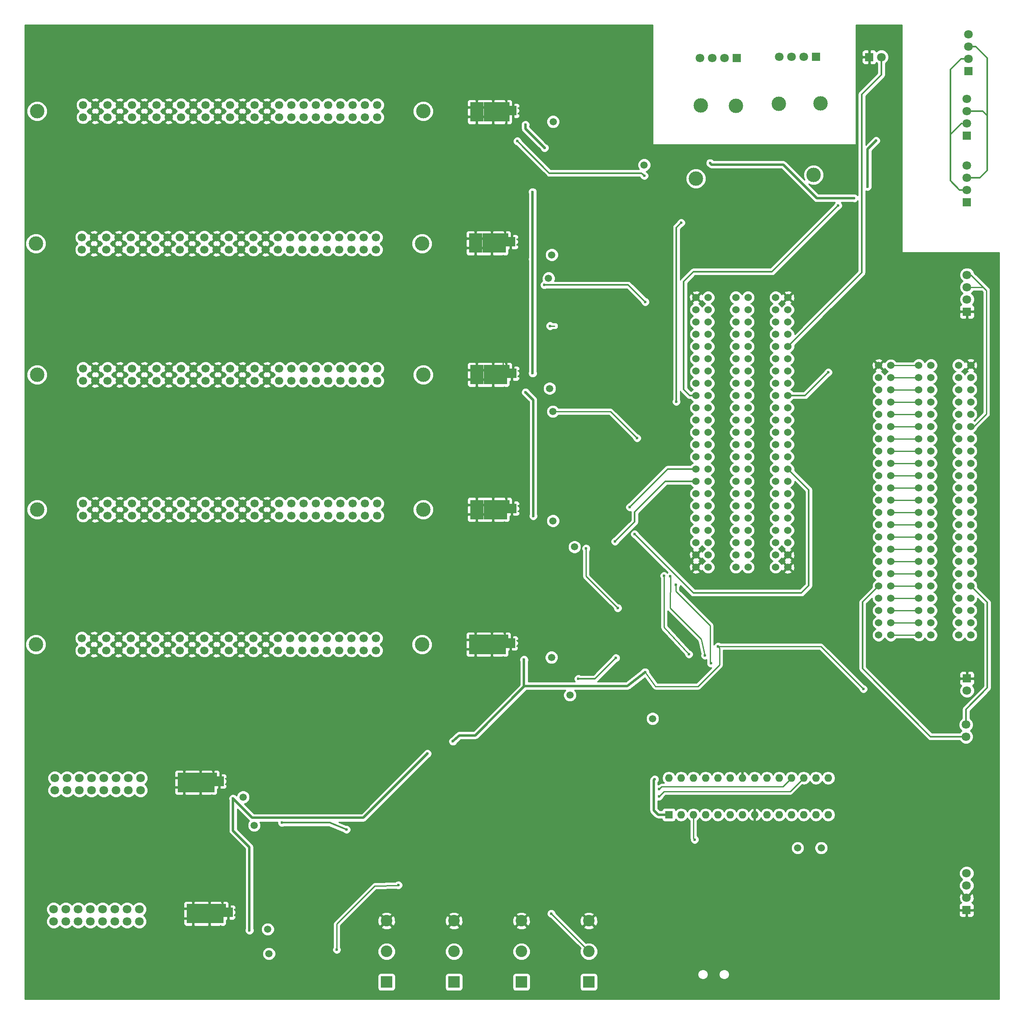
<source format=gbr>
G04 #@! TF.FileFunction,Copper,L2,Bot,Signal*
%FSLAX46Y46*%
G04 Gerber Fmt 4.6, Leading zero omitted, Abs format (unit mm)*
G04 Created by KiCad (PCBNEW 4.0.4-stable) date 07/05/17 18:48:19*
%MOMM*%
%LPD*%
G01*
G04 APERTURE LIST*
%ADD10C,0.100000*%
%ADD11R,2.400000X2.400000*%
%ADD12C,2.400000*%
%ADD13R,2.800000X2.000000*%
%ADD14R,4.000000X2.000000*%
%ADD15R,1.500000X2.000000*%
%ADD16R,2.000000X1.000000*%
%ADD17R,1.500000X1.000000*%
%ADD18C,1.700000*%
%ADD19C,3.000000*%
%ADD20C,1.800000*%
%ADD21R,1.800000X1.800000*%
%ADD22R,1.600000X1.600000*%
%ADD23O,1.600000X1.600000*%
%ADD24C,1.524000*%
%ADD25C,1.500000*%
%ADD26C,0.600000*%
%ADD27C,0.250000*%
%ADD28C,0.350000*%
%ADD29C,0.500000*%
%ADD30C,0.254000*%
G04 APERTURE END LIST*
D10*
D11*
X135280400Y-214238840D03*
D12*
X135280400Y-207888840D03*
X135280400Y-201538840D03*
D13*
X112077500Y-117348000D03*
X112077500Y-115379500D03*
D14*
X115443000Y-117348000D03*
X115443000Y-115379500D03*
D15*
X117602000Y-117348000D03*
X118110000Y-115379500D03*
D16*
X119316500Y-116586000D03*
D17*
X119570500Y-115633500D03*
D13*
X111808260Y-145262600D03*
X111808260Y-143294100D03*
D14*
X115173760Y-145262600D03*
X115173760Y-143294100D03*
D15*
X117332760Y-145262600D03*
X117840760Y-143294100D03*
D16*
X119047260Y-144500600D03*
D17*
X119301260Y-143548100D03*
D18*
X30226000Y-59944000D03*
X30226000Y-62484000D03*
X32766000Y-59944000D03*
X32766000Y-62484000D03*
X35306000Y-59944000D03*
X35306000Y-62484000D03*
X37846000Y-59944000D03*
X37846000Y-62484000D03*
X40386000Y-59944000D03*
X40386000Y-62484000D03*
X42926000Y-59944000D03*
X42926000Y-62484000D03*
X45466000Y-59944000D03*
X45466000Y-62484000D03*
X48006000Y-59944000D03*
X48006000Y-62484000D03*
X50546000Y-59944000D03*
X50546000Y-62484000D03*
X53086000Y-59944000D03*
X53086000Y-62484000D03*
X55626000Y-59944000D03*
X55626000Y-62484000D03*
X58166000Y-59944000D03*
X58166000Y-62484000D03*
X60706000Y-59944000D03*
X60706000Y-62484000D03*
X63246000Y-59944000D03*
X63246000Y-62484000D03*
X65786000Y-59944000D03*
X65786000Y-62484000D03*
X68326000Y-59944000D03*
X68326000Y-62484000D03*
X70866000Y-59944000D03*
X70866000Y-62484000D03*
X73406000Y-59944000D03*
X73406000Y-62484000D03*
X75946000Y-59944000D03*
X75946000Y-62484000D03*
X78486000Y-59944000D03*
X78486000Y-62484000D03*
X81026000Y-59944000D03*
X81026000Y-62484000D03*
X83566000Y-59944000D03*
X83566000Y-62484000D03*
X86106000Y-59944000D03*
X86106000Y-62484000D03*
X88646000Y-59944000D03*
X88646000Y-62484000D03*
X91186000Y-59944000D03*
X91186000Y-62484000D03*
D19*
X100711000Y-61214000D03*
X20701000Y-61214000D03*
D20*
X42418000Y-174498000D03*
X42418000Y-171958000D03*
X39878000Y-174498000D03*
X39878000Y-171958000D03*
X37338000Y-174498000D03*
X37338000Y-171958000D03*
X34798000Y-174498000D03*
X34798000Y-171958000D03*
X32258000Y-174498000D03*
X32258000Y-171958000D03*
X29718000Y-174498000D03*
X29718000Y-171958000D03*
X27178000Y-174498000D03*
X27178000Y-171958000D03*
X24638000Y-174498000D03*
X24638000Y-171958000D03*
D21*
X213640600Y-38833399D03*
D20*
X213640600Y-36293399D03*
X213640600Y-33753399D03*
X213640600Y-31213399D03*
D22*
X151876760Y-179567840D03*
D23*
X184896760Y-171947840D03*
X154416760Y-179567840D03*
X182356760Y-171947840D03*
X156956760Y-179567840D03*
X179816760Y-171947840D03*
X159496760Y-179567840D03*
X177276760Y-171947840D03*
X162036760Y-179567840D03*
X174736760Y-171947840D03*
X164576760Y-179567840D03*
X172196760Y-171947840D03*
X167116760Y-179567840D03*
X169656760Y-171947840D03*
X169656760Y-179567840D03*
X167116760Y-171947840D03*
X172196760Y-179567840D03*
X164576760Y-171947840D03*
X174736760Y-179567840D03*
X162036760Y-171947840D03*
X177276760Y-179567840D03*
X159496760Y-171947840D03*
X179816760Y-179567840D03*
X156956760Y-171947840D03*
X182356760Y-179567840D03*
X154416760Y-171947840D03*
X184896760Y-179567840D03*
X151876760Y-171947840D03*
D21*
X182363440Y-22506000D03*
D20*
X179823440Y-22506000D03*
X177283440Y-22506000D03*
X174743440Y-22506000D03*
D21*
X213969600Y-25501600D03*
D20*
X213969600Y-22961600D03*
X213969600Y-20421600D03*
X213969600Y-17881600D03*
D21*
X213640600Y-52633399D03*
D20*
X213640600Y-50093399D03*
X213640600Y-47553399D03*
X213640600Y-45013399D03*
D11*
X121310400Y-214238840D03*
D12*
X121310400Y-207888840D03*
X121310400Y-201538840D03*
D11*
X107340400Y-214238840D03*
D12*
X107340400Y-207888840D03*
X107340400Y-201538840D03*
D11*
X93370400Y-214238840D03*
D12*
X93370400Y-207888840D03*
X93370400Y-201538840D03*
D21*
X165960000Y-22750000D03*
D20*
X163420000Y-22750000D03*
X160880000Y-22750000D03*
X158340000Y-22750000D03*
D19*
X158480760Y-32628840D03*
X165811200Y-32659320D03*
X174670720Y-32288480D03*
X183266080Y-32161480D03*
D18*
X30480000Y-32512000D03*
X30480000Y-35052000D03*
X33020000Y-32512000D03*
X33020000Y-35052000D03*
X35560000Y-32512000D03*
X35560000Y-35052000D03*
X38100000Y-32512000D03*
X38100000Y-35052000D03*
X40640000Y-32512000D03*
X40640000Y-35052000D03*
X43180000Y-32512000D03*
X43180000Y-35052000D03*
X45720000Y-32512000D03*
X45720000Y-35052000D03*
X48260000Y-32512000D03*
X48260000Y-35052000D03*
X50800000Y-32512000D03*
X50800000Y-35052000D03*
X53340000Y-32512000D03*
X53340000Y-35052000D03*
X55880000Y-32512000D03*
X55880000Y-35052000D03*
X58420000Y-32512000D03*
X58420000Y-35052000D03*
X60960000Y-32512000D03*
X60960000Y-35052000D03*
X63500000Y-32512000D03*
X63500000Y-35052000D03*
X66040000Y-32512000D03*
X66040000Y-35052000D03*
X68580000Y-32512000D03*
X68580000Y-35052000D03*
X71120000Y-32512000D03*
X71120000Y-35052000D03*
X73660000Y-32512000D03*
X73660000Y-35052000D03*
X76200000Y-32512000D03*
X76200000Y-35052000D03*
X78740000Y-32512000D03*
X78740000Y-35052000D03*
X81280000Y-32512000D03*
X81280000Y-35052000D03*
X83820000Y-32512000D03*
X83820000Y-35052000D03*
X86360000Y-32512000D03*
X86360000Y-35052000D03*
X88900000Y-32512000D03*
X88900000Y-35052000D03*
X91440000Y-32512000D03*
X91440000Y-35052000D03*
D19*
X100965000Y-33782000D03*
X20955000Y-33782000D03*
D18*
X30480000Y-87122000D03*
X30480000Y-89662000D03*
X33020000Y-87122000D03*
X33020000Y-89662000D03*
X35560000Y-87122000D03*
X35560000Y-89662000D03*
X38100000Y-87122000D03*
X38100000Y-89662000D03*
X40640000Y-87122000D03*
X40640000Y-89662000D03*
X43180000Y-87122000D03*
X43180000Y-89662000D03*
X45720000Y-87122000D03*
X45720000Y-89662000D03*
X48260000Y-87122000D03*
X48260000Y-89662000D03*
X50800000Y-87122000D03*
X50800000Y-89662000D03*
X53340000Y-87122000D03*
X53340000Y-89662000D03*
X55880000Y-87122000D03*
X55880000Y-89662000D03*
X58420000Y-87122000D03*
X58420000Y-89662000D03*
X60960000Y-87122000D03*
X60960000Y-89662000D03*
X63500000Y-87122000D03*
X63500000Y-89662000D03*
X66040000Y-87122000D03*
X66040000Y-89662000D03*
X68580000Y-87122000D03*
X68580000Y-89662000D03*
X71120000Y-87122000D03*
X71120000Y-89662000D03*
X73660000Y-87122000D03*
X73660000Y-89662000D03*
X76200000Y-87122000D03*
X76200000Y-89662000D03*
X78740000Y-87122000D03*
X78740000Y-89662000D03*
X81280000Y-87122000D03*
X81280000Y-89662000D03*
X83820000Y-87122000D03*
X83820000Y-89662000D03*
X86360000Y-87122000D03*
X86360000Y-89662000D03*
X88900000Y-87122000D03*
X88900000Y-89662000D03*
X91440000Y-87122000D03*
X91440000Y-89662000D03*
D19*
X100965000Y-88392000D03*
X20955000Y-88392000D03*
D18*
X30226000Y-143002000D03*
X30226000Y-145542000D03*
X32766000Y-143002000D03*
X32766000Y-145542000D03*
X35306000Y-143002000D03*
X35306000Y-145542000D03*
X37846000Y-143002000D03*
X37846000Y-145542000D03*
X40386000Y-143002000D03*
X40386000Y-145542000D03*
X42926000Y-143002000D03*
X42926000Y-145542000D03*
X45466000Y-143002000D03*
X45466000Y-145542000D03*
X48006000Y-143002000D03*
X48006000Y-145542000D03*
X50546000Y-143002000D03*
X50546000Y-145542000D03*
X53086000Y-143002000D03*
X53086000Y-145542000D03*
X55626000Y-143002000D03*
X55626000Y-145542000D03*
X58166000Y-143002000D03*
X58166000Y-145542000D03*
X60706000Y-143002000D03*
X60706000Y-145542000D03*
X63246000Y-143002000D03*
X63246000Y-145542000D03*
X65786000Y-143002000D03*
X65786000Y-145542000D03*
X68326000Y-143002000D03*
X68326000Y-145542000D03*
X70866000Y-143002000D03*
X70866000Y-145542000D03*
X73406000Y-143002000D03*
X73406000Y-145542000D03*
X75946000Y-143002000D03*
X75946000Y-145542000D03*
X78486000Y-143002000D03*
X78486000Y-145542000D03*
X81026000Y-143002000D03*
X81026000Y-145542000D03*
X83566000Y-143002000D03*
X83566000Y-145542000D03*
X86106000Y-143002000D03*
X86106000Y-145542000D03*
X88646000Y-143002000D03*
X88646000Y-145542000D03*
X91186000Y-143002000D03*
X91186000Y-145542000D03*
D19*
X100711000Y-144272000D03*
X20701000Y-144272000D03*
D18*
X30480000Y-115062000D03*
X30480000Y-117602000D03*
X33020000Y-115062000D03*
X33020000Y-117602000D03*
X35560000Y-115062000D03*
X35560000Y-117602000D03*
X38100000Y-115062000D03*
X38100000Y-117602000D03*
X40640000Y-115062000D03*
X40640000Y-117602000D03*
X43180000Y-115062000D03*
X43180000Y-117602000D03*
X45720000Y-115062000D03*
X45720000Y-117602000D03*
X48260000Y-115062000D03*
X48260000Y-117602000D03*
X50800000Y-115062000D03*
X50800000Y-117602000D03*
X53340000Y-115062000D03*
X53340000Y-117602000D03*
X55880000Y-115062000D03*
X55880000Y-117602000D03*
X58420000Y-115062000D03*
X58420000Y-117602000D03*
X60960000Y-115062000D03*
X60960000Y-117602000D03*
X63500000Y-115062000D03*
X63500000Y-117602000D03*
X66040000Y-115062000D03*
X66040000Y-117602000D03*
X68580000Y-115062000D03*
X68580000Y-117602000D03*
X71120000Y-115062000D03*
X71120000Y-117602000D03*
X73660000Y-115062000D03*
X73660000Y-117602000D03*
X76200000Y-115062000D03*
X76200000Y-117602000D03*
X78740000Y-115062000D03*
X78740000Y-117602000D03*
X81280000Y-115062000D03*
X81280000Y-117602000D03*
X83820000Y-115062000D03*
X83820000Y-117602000D03*
X86360000Y-115062000D03*
X86360000Y-117602000D03*
X88900000Y-115062000D03*
X88900000Y-117602000D03*
X91440000Y-115062000D03*
X91440000Y-117602000D03*
D19*
X100965000Y-116332000D03*
X20955000Y-116332000D03*
D24*
X165735000Y-72390000D03*
X168275000Y-72390000D03*
X165735000Y-74930000D03*
X168275000Y-74930000D03*
X165735000Y-77470000D03*
X168275000Y-77470000D03*
X165735000Y-80010000D03*
X168275000Y-80010000D03*
X165735000Y-82550000D03*
X168275000Y-82550000D03*
X165735000Y-85090000D03*
X168275000Y-85090000D03*
X165735000Y-87630000D03*
X168275000Y-87630000D03*
X165735000Y-90170000D03*
X168275000Y-90170000D03*
X165735000Y-92710000D03*
X168275000Y-92710000D03*
X165735000Y-95250000D03*
X168275000Y-95250000D03*
X165735000Y-97790000D03*
X168275000Y-97790000D03*
X165735000Y-100330000D03*
X168275000Y-100330000D03*
X165735000Y-102870000D03*
X168275000Y-102870000D03*
X165735000Y-105410000D03*
X168275000Y-105410000D03*
X165735000Y-107950000D03*
X168275000Y-107950000D03*
X165735000Y-110490000D03*
X168275000Y-110490000D03*
X165735000Y-113030000D03*
X168275000Y-113030000D03*
X165735000Y-115570000D03*
X168275000Y-115570000D03*
X165735000Y-118110000D03*
X168275000Y-118110000D03*
X165735000Y-120650000D03*
X168275000Y-120650000D03*
X165735000Y-123190000D03*
X168275000Y-123190000D03*
X165735000Y-125730000D03*
X168275000Y-125730000D03*
X165735000Y-128270000D03*
X168275000Y-128270000D03*
X157480000Y-72390000D03*
X160020000Y-72390000D03*
X157480000Y-74930000D03*
X160020000Y-74930000D03*
X157480000Y-77470000D03*
X160020000Y-77470000D03*
X157480000Y-80010000D03*
X160020000Y-80010000D03*
X157480000Y-82550000D03*
X160020000Y-82550000D03*
X157480000Y-85090000D03*
X160020000Y-85090000D03*
X157480000Y-87630000D03*
X160020000Y-87630000D03*
X157480000Y-90170000D03*
X160020000Y-90170000D03*
X157480000Y-92710000D03*
X160020000Y-92710000D03*
X157480000Y-95250000D03*
X160020000Y-95250000D03*
X157480000Y-97790000D03*
X160020000Y-97790000D03*
X157480000Y-100330000D03*
X160020000Y-100330000D03*
X157480000Y-102870000D03*
X160020000Y-102870000D03*
X157480000Y-105410000D03*
X160020000Y-105410000D03*
X157480000Y-107950000D03*
X160020000Y-107950000D03*
X157480000Y-110490000D03*
X160020000Y-110490000D03*
X157480000Y-113030000D03*
X160020000Y-113030000D03*
X157480000Y-115570000D03*
X160020000Y-115570000D03*
X157480000Y-118110000D03*
X160020000Y-118110000D03*
X157480000Y-120650000D03*
X160020000Y-120650000D03*
X157480000Y-123190000D03*
X160020000Y-123190000D03*
X157480000Y-125730000D03*
X160020000Y-125730000D03*
X157480000Y-128270000D03*
X160020000Y-128270000D03*
X173990000Y-72390000D03*
X176530000Y-72390000D03*
X173990000Y-74930000D03*
X176530000Y-74930000D03*
X173990000Y-77470000D03*
X176530000Y-77470000D03*
X173990000Y-80010000D03*
X176530000Y-80010000D03*
X173990000Y-82550000D03*
X176530000Y-82550000D03*
X173990000Y-85090000D03*
X176530000Y-85090000D03*
X173990000Y-87630000D03*
X176530000Y-87630000D03*
X173990000Y-90170000D03*
X176530000Y-90170000D03*
X173990000Y-92710000D03*
X176530000Y-92710000D03*
X173990000Y-95250000D03*
X176530000Y-95250000D03*
X173990000Y-97790000D03*
X176530000Y-97790000D03*
X173990000Y-100330000D03*
X176530000Y-100330000D03*
X173990000Y-102870000D03*
X176530000Y-102870000D03*
X173990000Y-105410000D03*
X176530000Y-105410000D03*
X173990000Y-107950000D03*
X176530000Y-107950000D03*
X173990000Y-110490000D03*
X176530000Y-110490000D03*
X173990000Y-113030000D03*
X176530000Y-113030000D03*
X173990000Y-115570000D03*
X176530000Y-115570000D03*
X173990000Y-118110000D03*
X176530000Y-118110000D03*
X173990000Y-120650000D03*
X176530000Y-120650000D03*
X173990000Y-123190000D03*
X176530000Y-123190000D03*
X173990000Y-125730000D03*
X176530000Y-125730000D03*
X173990000Y-128270000D03*
X176530000Y-128270000D03*
D20*
X42164000Y-201676000D03*
X42164000Y-199136000D03*
X39624000Y-201676000D03*
X39624000Y-199136000D03*
X37084000Y-201676000D03*
X37084000Y-199136000D03*
X34544000Y-201676000D03*
X34544000Y-199136000D03*
X32004000Y-201676000D03*
X32004000Y-199136000D03*
X29464000Y-201676000D03*
X29464000Y-199136000D03*
X26924000Y-201676000D03*
X26924000Y-199136000D03*
X24384000Y-201676000D03*
X24384000Y-199136000D03*
D19*
X157480000Y-47752000D03*
X181864000Y-46990000D03*
D20*
X213639400Y-153847800D03*
D21*
X213639400Y-151347800D03*
X213639400Y-75336400D03*
D20*
X213639400Y-72796400D03*
X213639400Y-70256400D03*
X213639400Y-67716400D03*
X195910200Y-22580600D03*
D21*
X193410200Y-22580600D03*
X213563200Y-199313800D03*
D20*
X213563200Y-196773800D03*
X213563200Y-194233800D03*
X213563200Y-191693800D03*
D24*
X195326000Y-86461600D03*
X197866000Y-86461600D03*
X195326000Y-89001600D03*
X197866000Y-89001600D03*
X195326000Y-91541600D03*
X197866000Y-91541600D03*
X195326000Y-94081600D03*
X197866000Y-94081600D03*
X195326000Y-96621600D03*
X197866000Y-96621600D03*
X195326000Y-99161600D03*
X197866000Y-99161600D03*
X195326000Y-101701600D03*
X197866000Y-101701600D03*
X195326000Y-104241600D03*
X197866000Y-104241600D03*
X195326000Y-106781600D03*
X197866000Y-106781600D03*
X195326000Y-109321600D03*
X197866000Y-109321600D03*
X195326000Y-111861600D03*
X197866000Y-111861600D03*
X195326000Y-114401600D03*
X197866000Y-114401600D03*
X195326000Y-116941600D03*
X197866000Y-116941600D03*
X195326000Y-119481600D03*
X197866000Y-119481600D03*
X195326000Y-122021600D03*
X197866000Y-122021600D03*
X195326000Y-124561600D03*
X197866000Y-124561600D03*
X195326000Y-127101600D03*
X197866000Y-127101600D03*
X195326000Y-129641600D03*
X197866000Y-129641600D03*
X195326000Y-132181600D03*
X197866000Y-132181600D03*
X195326000Y-134721600D03*
X197866000Y-134721600D03*
X195326000Y-137261600D03*
X197866000Y-137261600D03*
X195326000Y-139801600D03*
X197866000Y-139801600D03*
X195326000Y-142341600D03*
X197866000Y-142341600D03*
X203639000Y-86446000D03*
X206179000Y-86446000D03*
X203639000Y-88986000D03*
X206179000Y-88986000D03*
X203639000Y-91526000D03*
X206179000Y-91526000D03*
X203639000Y-94066000D03*
X206179000Y-94066000D03*
X203639000Y-96606000D03*
X206179000Y-96606000D03*
X203639000Y-99146000D03*
X206179000Y-99146000D03*
X203639000Y-101686000D03*
X206179000Y-101686000D03*
X203639000Y-104226000D03*
X206179000Y-104226000D03*
X203639000Y-106766000D03*
X206179000Y-106766000D03*
X203639000Y-109306000D03*
X206179000Y-109306000D03*
X203639000Y-111846000D03*
X206179000Y-111846000D03*
X203639000Y-114386000D03*
X206179000Y-114386000D03*
X203639000Y-116926000D03*
X206179000Y-116926000D03*
X203639000Y-119466000D03*
X206179000Y-119466000D03*
X203639000Y-122006000D03*
X206179000Y-122006000D03*
X203639000Y-124546000D03*
X206179000Y-124546000D03*
X203639000Y-127086000D03*
X206179000Y-127086000D03*
X203639000Y-129626000D03*
X206179000Y-129626000D03*
X203639000Y-132166000D03*
X206179000Y-132166000D03*
X203639000Y-134706000D03*
X206179000Y-134706000D03*
X203639000Y-137246000D03*
X206179000Y-137246000D03*
X203639000Y-139786000D03*
X206179000Y-139786000D03*
X203639000Y-142326000D03*
X206179000Y-142326000D03*
X211886800Y-86436200D03*
X214426800Y-86436200D03*
X211886800Y-88976200D03*
X214426800Y-88976200D03*
X211886800Y-91516200D03*
X214426800Y-91516200D03*
X211886800Y-94056200D03*
X214426800Y-94056200D03*
X211886800Y-96596200D03*
X214426800Y-96596200D03*
X211886800Y-99136200D03*
X214426800Y-99136200D03*
X211886800Y-101676200D03*
X214426800Y-101676200D03*
X211886800Y-104216200D03*
X214426800Y-104216200D03*
X211886800Y-106756200D03*
X214426800Y-106756200D03*
X211886800Y-109296200D03*
X214426800Y-109296200D03*
X211886800Y-111836200D03*
X214426800Y-111836200D03*
X211886800Y-114376200D03*
X214426800Y-114376200D03*
X211886800Y-116916200D03*
X214426800Y-116916200D03*
X211886800Y-119456200D03*
X214426800Y-119456200D03*
X211886800Y-121996200D03*
X214426800Y-121996200D03*
X211886800Y-124536200D03*
X214426800Y-124536200D03*
X211886800Y-127076200D03*
X214426800Y-127076200D03*
X211886800Y-129616200D03*
X214426800Y-129616200D03*
X211886800Y-132156200D03*
X214426800Y-132156200D03*
X211886800Y-134696200D03*
X214426800Y-134696200D03*
X211886800Y-137236200D03*
X214426800Y-137236200D03*
X211886800Y-139776200D03*
X214426800Y-139776200D03*
X211886800Y-142316200D03*
X214426800Y-142316200D03*
D25*
X127609600Y-63550800D03*
X127152400Y-91236800D03*
X127863600Y-118668800D03*
X127554124Y-146970500D03*
X63652400Y-175920400D03*
X68757800Y-203301600D03*
X146761200Y-44932600D03*
X126949200Y-68402200D03*
X127838200Y-96012000D03*
X132334000Y-124079000D03*
X131368800Y-154787600D03*
X65938400Y-181762400D03*
X69011800Y-208381600D03*
X148488400Y-159664400D03*
D20*
X213436200Y-163398200D03*
X213436200Y-160898200D03*
D13*
X112077500Y-34925000D03*
X112077500Y-32956500D03*
D14*
X115443000Y-34925000D03*
X115443000Y-32956500D03*
D15*
X118110000Y-34925000D03*
X118110000Y-32956500D03*
D17*
X119570500Y-34163000D03*
X119570500Y-33210500D03*
D25*
X127889000Y-35966400D03*
D13*
X112077500Y-89357200D03*
X112077500Y-87388700D03*
D14*
X115443000Y-89357200D03*
X115443000Y-87388700D03*
D15*
X117602000Y-89357200D03*
X118110000Y-87388700D03*
D16*
X119316500Y-88595200D03*
D17*
X119570500Y-87642700D03*
D13*
X111823500Y-62103000D03*
X111823500Y-60134500D03*
D14*
X115189000Y-62103000D03*
X115189000Y-60134500D03*
D15*
X117348000Y-62103000D03*
X117856000Y-60134500D03*
D16*
X119062500Y-61341000D03*
D17*
X119316500Y-60388500D03*
D13*
X51432460Y-173873160D03*
X51432460Y-171904660D03*
D14*
X54797960Y-173873160D03*
X54797960Y-171904660D03*
D15*
X56956960Y-173873160D03*
X57464960Y-171904660D03*
D16*
X58671460Y-173111160D03*
D17*
X58925460Y-172158660D03*
D13*
X53301900Y-201025760D03*
X53301900Y-199057260D03*
D14*
X56667400Y-201025760D03*
X56667400Y-199057260D03*
D15*
X58826400Y-201025760D03*
X59334400Y-199057260D03*
D16*
X60540900Y-200263760D03*
D17*
X60794900Y-199311260D03*
D25*
X178562000Y-186436000D03*
X183442000Y-186436000D03*
D26*
X127254000Y-78282800D03*
X216560400Y-81889600D03*
X52273200Y-160172400D03*
X66497200Y-162610800D03*
X127254000Y-106019600D03*
X127304800Y-132740400D03*
X160680400Y-163931600D03*
X133756400Y-174294800D03*
X131165600Y-174345600D03*
X137109200Y-179999640D03*
X137363200Y-174157640D03*
X99060000Y-173228000D03*
X124460000Y-170815000D03*
X112471200Y-131419600D03*
X112979200Y-103530400D03*
X112953800Y-75641200D03*
X112649000Y-48133000D03*
X182651400Y-42011600D03*
X199593200Y-62890400D03*
X195033900Y-49339500D03*
X196989700Y-56807100D03*
X196126100Y-63182500D03*
X196989700Y-63385700D03*
X165582600Y-42392600D03*
X199263000Y-45847000D03*
X165481000Y-196113400D03*
X161467800Y-199618600D03*
X69113400Y-188493400D03*
X59055000Y-192836800D03*
X63220600Y-191211200D03*
X54457600Y-187274200D03*
X61112400Y-164287200D03*
X58775600Y-164211000D03*
X115824000Y-112395000D03*
X115554760Y-140309600D03*
X121716800Y-135483600D03*
X118999000Y-135534400D03*
X121793000Y-79781400D03*
X119227600Y-79730600D03*
X122047000Y-52552600D03*
X119227600Y-51968400D03*
X121666000Y-25019000D03*
X119329200Y-25120600D03*
X121843800Y-107137200D03*
X119176800Y-107619800D03*
X115722400Y-84226400D03*
X186334400Y-157810200D03*
X163626800Y-207670400D03*
X163474400Y-189077600D03*
X164236400Y-195402200D03*
X172288200Y-202082400D03*
X170967400Y-206095600D03*
X171246800Y-192913000D03*
X166395400Y-205079600D03*
X144297400Y-210870800D03*
X200533000Y-147828000D03*
X193598800Y-190754000D03*
X203250800Y-197307200D03*
X183362600Y-202260200D03*
X150088600Y-149072600D03*
X153644600Y-142138400D03*
X156032200Y-144551400D03*
X109829600Y-169849800D03*
X105130600Y-171627800D03*
X101066600Y-175056800D03*
X97891600Y-173228000D03*
X49682400Y-164388800D03*
X66471800Y-173278800D03*
X51028600Y-190728600D03*
X135458200Y-107518200D03*
X135458200Y-104597200D03*
X135051800Y-101930200D03*
X135813800Y-80441800D03*
X135788400Y-77444600D03*
X135534400Y-74853800D03*
X135534400Y-54762400D03*
X135585200Y-51816000D03*
X135229600Y-48818800D03*
X130962400Y-42519600D03*
X128524000Y-45567600D03*
X119888000Y-44754800D03*
X122402600Y-47904400D03*
X119964200Y-43688000D03*
X58755280Y-179760880D03*
X52999640Y-199039480D03*
X52999640Y-201325480D03*
X73446640Y-200690480D03*
X66842640Y-196753480D03*
X67096640Y-190911480D03*
X70683120Y-182184040D03*
X61127640Y-189641480D03*
X63413640Y-198023480D03*
X60619640Y-206913480D03*
X61549280Y-170870880D03*
X59263280Y-162488880D03*
X68818760Y-155031440D03*
X65232280Y-163758880D03*
X64978280Y-169600880D03*
X71582280Y-173537880D03*
X136000000Y-23937310D03*
X136000000Y-29974000D03*
X136000000Y-27174000D03*
X131937760Y-144754600D03*
X125333760Y-140817600D03*
X125587760Y-134975600D03*
X129174240Y-126248160D03*
X119618760Y-133705600D03*
X109077760Y-135356600D03*
X121904760Y-142087600D03*
X119110760Y-150977600D03*
X119380000Y-123063000D03*
X122174000Y-114173000D03*
X109347000Y-107442000D03*
X119888000Y-105791000D03*
X125857000Y-107061000D03*
X125603000Y-112903000D03*
X132207000Y-116840000D03*
X123266200Y-184571640D03*
X123266200Y-182285640D03*
X127330200Y-184571640D03*
X127330200Y-179491640D03*
X127330200Y-182285640D03*
X120853200Y-174538640D03*
X131394200Y-172887640D03*
X119380000Y-40640000D03*
X132207000Y-89027000D03*
X125603000Y-85090000D03*
X125857000Y-79248000D03*
X119888000Y-77978000D03*
X109347000Y-79629000D03*
X122174000Y-86360000D03*
X118084600Y-97104200D03*
X119227600Y-68351400D03*
X121920000Y-58928000D03*
X109093000Y-52197000D03*
X119634000Y-50546000D03*
X125603000Y-51816000D03*
X125349000Y-57658000D03*
X131953000Y-61595000D03*
X132207000Y-34417000D03*
X125603000Y-30480000D03*
X125857000Y-24638000D03*
X119888000Y-23368000D03*
X109347000Y-25019000D03*
X122174000Y-31750000D03*
X60873640Y-200055480D03*
X60873640Y-199293480D03*
X131140200Y-183301640D03*
X131140200Y-182539640D03*
X55199280Y-169092880D03*
X57063640Y-201325480D03*
X57063640Y-199039480D03*
X57063640Y-196245480D03*
X131724400Y-190144400D03*
X133680200Y-181269640D03*
X146964400Y-175193960D03*
X146933920Y-171831000D03*
X146959320Y-169194480D03*
X143256000Y-183845200D03*
X186944000Y-53340000D03*
X153416000Y-93980000D03*
X154432000Y-56896000D03*
X184912000Y-87884000D03*
X157226000Y-184708800D03*
X146964400Y-73304400D03*
X126060200Y-69799200D03*
X145288000Y-101523800D03*
X134721600Y-124383800D03*
X141274800Y-136728200D03*
X140893800Y-147066000D03*
X133121400Y-151409400D03*
X71704200Y-181229000D03*
X85090000Y-182626000D03*
X95808800Y-194157600D03*
X83058000Y-207518000D03*
X149860000Y-175768000D03*
X149860000Y-174244000D03*
X127508000Y-200050400D03*
X192176400Y-153517600D03*
X190271400Y-51816000D03*
X175437800Y-44856400D03*
X160401000Y-44526200D03*
X193040000Y-49453800D03*
X194818000Y-39878000D03*
X162077400Y-144729200D03*
X146939000Y-150012400D03*
X123621800Y-50520600D03*
X64973200Y-203504800D03*
X61569600Y-176225200D03*
X101854000Y-166903400D03*
X107137200Y-164363400D03*
X121869200Y-147447000D03*
X123774200Y-117652800D03*
X122174000Y-92024200D03*
X123647200Y-88087200D03*
X123621800Y-64439800D03*
X126111000Y-41376600D03*
X122148600Y-36576000D03*
X143764000Y-115824000D03*
X140716000Y-122936000D03*
X144780000Y-121412000D03*
X146786600Y-47167800D03*
X120472200Y-40005000D03*
X153365200Y-131876800D03*
X160629600Y-148209000D03*
X159359600Y-146558000D03*
X152146000Y-130175000D03*
X150876000Y-130073400D03*
X156032200Y-146304000D03*
X148945600Y-172212000D03*
D27*
X128219200Y-78282800D02*
X127254000Y-78282800D01*
X117551200Y-85496400D02*
X117551200Y-86829900D01*
X117551200Y-86829900D02*
X118110000Y-87388700D01*
X119507000Y-33972500D02*
X119507000Y-33985200D01*
X213639400Y-70256400D02*
X217017600Y-70256400D01*
X217017600Y-70256400D02*
X217703400Y-70942200D01*
X214426800Y-99136200D02*
X215061800Y-99136200D01*
X215061800Y-99136200D02*
X217703400Y-96494600D01*
X217703400Y-96494600D02*
X217703400Y-70942200D01*
X217703400Y-70942200D02*
X214477600Y-67716400D01*
X214477600Y-67716400D02*
X213639400Y-67716400D01*
D28*
X195910200Y-22580600D02*
X195910200Y-26238200D01*
X191846200Y-67233800D02*
X176530000Y-82550000D01*
X191846200Y-30302200D02*
X191846200Y-67233800D01*
X195910200Y-26238200D02*
X191846200Y-30302200D01*
X156210000Y-92710000D02*
X157480000Y-92710000D01*
X154940000Y-91440000D02*
X156210000Y-92710000D01*
X154940000Y-69088000D02*
X154940000Y-91440000D01*
X156972000Y-67056000D02*
X154940000Y-69088000D01*
X173228000Y-67056000D02*
X156972000Y-67056000D01*
X186944000Y-53340000D02*
X173228000Y-67056000D01*
X153416000Y-57912000D02*
X153416000Y-93980000D01*
X154432000Y-56896000D02*
X153416000Y-57912000D01*
X180086000Y-92710000D02*
X176530000Y-92710000D01*
X184912000Y-87884000D02*
X180086000Y-92710000D01*
D27*
X156956760Y-184439560D02*
X156956760Y-179567840D01*
X157226000Y-184708800D02*
X156956760Y-184439560D01*
D28*
X213436200Y-163398200D02*
X206095600Y-163398200D01*
X191998600Y-135509000D02*
X195326000Y-132181600D01*
X191998600Y-149301200D02*
X191998600Y-135509000D01*
X206095600Y-163398200D02*
X191998600Y-149301200D01*
X146964400Y-73304400D02*
X143459200Y-69799200D01*
X143459200Y-69799200D02*
X126060200Y-69799200D01*
D27*
X139776200Y-96012000D02*
X127838200Y-96012000D01*
X145288000Y-101523800D02*
X139776200Y-96012000D01*
X134721600Y-130175000D02*
X134721600Y-124383800D01*
X141274800Y-136728200D02*
X134721600Y-130175000D01*
D28*
X140893800Y-147066000D02*
X136550400Y-151409400D01*
X136550400Y-151409400D02*
X133121400Y-151409400D01*
X81584800Y-181229000D02*
X71704200Y-181229000D01*
X85090000Y-182626000D02*
X81584800Y-181229000D01*
D27*
X95707200Y-194259200D02*
X95808800Y-194157600D01*
X90932000Y-194310000D02*
X95707200Y-194259200D01*
X83058000Y-202184000D02*
X90932000Y-194310000D01*
X83058000Y-207518000D02*
X83058000Y-202184000D01*
D28*
X213640600Y-33753399D02*
X216887399Y-33753399D01*
X216887399Y-33753399D02*
X217830400Y-34696400D01*
X213969600Y-20421600D02*
X215493600Y-20421600D01*
X216301801Y-47553399D02*
X213640600Y-47553399D01*
X217830400Y-46024800D02*
X216301801Y-47553399D01*
X217830400Y-22758400D02*
X217830400Y-34696400D01*
X217830400Y-34696400D02*
X217830400Y-46024800D01*
X215493600Y-20421600D02*
X217830400Y-22758400D01*
D27*
X213640600Y-36293399D02*
X212525001Y-36293399D01*
D28*
X212525001Y-36293399D02*
X210210400Y-38608000D01*
X213969600Y-22961600D02*
X212394800Y-22961600D01*
X212094599Y-50093399D02*
X213640600Y-50093399D01*
X210210400Y-48209200D02*
X212094599Y-50093399D01*
X210210400Y-25146000D02*
X210210400Y-38608000D01*
X210210400Y-38608000D02*
X210210400Y-48209200D01*
X212394800Y-22961600D02*
X210210400Y-25146000D01*
D27*
X177012600Y-174752000D02*
X179816760Y-171947840D01*
X150876000Y-174752000D02*
X177012600Y-174752000D01*
X149860000Y-175768000D02*
X150876000Y-174752000D01*
X175488600Y-173736000D02*
X177276760Y-171947840D01*
X150368000Y-173736000D02*
X175488600Y-173736000D01*
X149860000Y-174244000D02*
X150368000Y-173736000D01*
X127508000Y-200050400D02*
X135280400Y-207822800D01*
X135280400Y-207822800D02*
X135280400Y-207888840D01*
X162077400Y-144729200D02*
X183388000Y-144729200D01*
X183388000Y-144729200D02*
X192176400Y-153517600D01*
D29*
X175437800Y-44856400D02*
X175564800Y-44856400D01*
X182524400Y-51816000D02*
X190271400Y-51816000D01*
X175564800Y-44856400D02*
X182524400Y-51816000D01*
X160731200Y-44856400D02*
X175437800Y-44856400D01*
X160401000Y-44526200D02*
X160731200Y-44856400D01*
X193040000Y-49453800D02*
X193040000Y-41656000D01*
X193040000Y-41656000D02*
X194818000Y-39878000D01*
D27*
X149098000Y-152984200D02*
X146939000Y-150012400D01*
X157911800Y-152984200D02*
X149098000Y-152984200D01*
X162356800Y-148539200D02*
X157911800Y-152984200D01*
X162356800Y-145008600D02*
X162356800Y-148539200D01*
X162077400Y-144729200D02*
X162356800Y-145008600D01*
D29*
X143281400Y-152882600D02*
X121869200Y-152882600D01*
X143281400Y-152882600D02*
X146939000Y-150012400D01*
X61569600Y-176225200D02*
X61569600Y-182880000D01*
X64973200Y-186283600D02*
X64973200Y-203504800D01*
X61569600Y-182880000D02*
X64973200Y-186283600D01*
X65557400Y-180213000D02*
X61569600Y-176225200D01*
X88544400Y-180213000D02*
X65557400Y-180213000D01*
X101854000Y-166903400D02*
X88544400Y-180213000D01*
X107137200Y-164363400D02*
X108432600Y-163118800D01*
X108432600Y-163118800D02*
X111785400Y-163118800D01*
X111785400Y-163118800D02*
X121869200Y-153035000D01*
X121869200Y-153035000D02*
X121869200Y-152882600D01*
X121869200Y-152882600D02*
X121869200Y-147447000D01*
X123621800Y-50520600D02*
X123621800Y-64439800D01*
X123774200Y-93624400D02*
X123774200Y-117652800D01*
X122174000Y-92024200D02*
X123774200Y-93624400D01*
X123621800Y-64439800D02*
X123621800Y-88061800D01*
X123621800Y-88061800D02*
X123647200Y-88087200D01*
X126111000Y-41376600D02*
X122148600Y-37414200D01*
X122148600Y-37414200D02*
X122148600Y-36576000D01*
D27*
X203639000Y-88986000D02*
X197881600Y-88986000D01*
X197881600Y-88986000D02*
X197866000Y-89001600D01*
X197866000Y-91541600D02*
X203623400Y-91541600D01*
X203623400Y-91541600D02*
X203639000Y-91526000D01*
X203639000Y-94066000D02*
X197881600Y-94066000D01*
X197881600Y-94066000D02*
X197866000Y-94081600D01*
X197866000Y-104241600D02*
X203623400Y-104241600D01*
X203623400Y-104241600D02*
X203639000Y-104226000D01*
X197866000Y-114401600D02*
X203623400Y-114401600D01*
X203623400Y-114401600D02*
X203639000Y-114386000D01*
X203639000Y-116926000D02*
X197881600Y-116926000D01*
X197881600Y-116926000D02*
X197866000Y-116941600D01*
X197866000Y-119481600D02*
X203623400Y-119481600D01*
X203623400Y-119481600D02*
X203639000Y-119466000D01*
X203639000Y-127086000D02*
X197881600Y-127086000D01*
X197881600Y-127086000D02*
X197866000Y-127101600D01*
X197866000Y-129641600D02*
X203623400Y-129641600D01*
X203623400Y-129641600D02*
X203639000Y-129626000D01*
X203639000Y-132166000D02*
X197881600Y-132166000D01*
X197881600Y-132166000D02*
X197866000Y-132181600D01*
X197866000Y-134721600D02*
X203623400Y-134721600D01*
X203623400Y-134721600D02*
X203639000Y-134706000D01*
X203639000Y-137246000D02*
X197881600Y-137246000D01*
X197881600Y-137246000D02*
X197866000Y-137261600D01*
X197866000Y-139801600D02*
X203623400Y-139801600D01*
X203623400Y-139801600D02*
X203639000Y-139786000D01*
X203639000Y-142326000D02*
X197881600Y-142326000D01*
X197881600Y-142326000D02*
X197866000Y-142341600D01*
X197866000Y-86461600D02*
X203623400Y-86461600D01*
X203623400Y-86461600D02*
X203639000Y-86446000D01*
X197866000Y-96621600D02*
X203623400Y-96621600D01*
X203623400Y-96621600D02*
X203639000Y-96606000D01*
X203639000Y-99146000D02*
X197881600Y-99146000D01*
X197881600Y-99146000D02*
X197866000Y-99161600D01*
X203639000Y-101686000D02*
X197881600Y-101686000D01*
X197881600Y-101686000D02*
X197866000Y-101701600D01*
X203639000Y-106766000D02*
X197881600Y-106766000D01*
X197881600Y-106766000D02*
X197866000Y-106781600D01*
X197866000Y-109321600D02*
X203623400Y-109321600D01*
X203623400Y-109321600D02*
X203639000Y-109306000D01*
X203639000Y-111846000D02*
X197881600Y-111846000D01*
X197881600Y-111846000D02*
X197866000Y-111861600D01*
X203639000Y-122006000D02*
X197881600Y-122006000D01*
X197881600Y-122006000D02*
X197866000Y-122021600D01*
X197866000Y-124561600D02*
X203623400Y-124561600D01*
X203623400Y-124561600D02*
X203639000Y-124546000D01*
D28*
X157480000Y-107950000D02*
X151638000Y-107950000D01*
X151638000Y-107950000D02*
X143764000Y-115824000D01*
X157480000Y-110490000D02*
X151130000Y-110490000D01*
X150876000Y-110744000D02*
X144780000Y-116840000D01*
X144780000Y-116840000D02*
X144780000Y-118872000D01*
X144780000Y-118872000D02*
X140716000Y-122936000D01*
X151130000Y-110490000D02*
X150876000Y-110744000D01*
X180848000Y-112268000D02*
X176530000Y-107950000D01*
X180848000Y-132080000D02*
X180848000Y-112268000D01*
X179324000Y-133604000D02*
X180848000Y-132080000D01*
X156972000Y-133604000D02*
X179324000Y-133604000D01*
X144780000Y-121412000D02*
X156972000Y-133604000D01*
X146786600Y-47167800D02*
X146253200Y-46634400D01*
X146253200Y-46634400D02*
X127101600Y-46634400D01*
X127101600Y-46634400D02*
X120472200Y-40005000D01*
D27*
X153365200Y-133299200D02*
X153365200Y-131876800D01*
X160451800Y-140385800D02*
X153365200Y-133299200D01*
X160451800Y-148031200D02*
X160451800Y-140385800D01*
X160629600Y-148209000D02*
X160451800Y-148031200D01*
X158572200Y-143179800D02*
X159359600Y-146558000D01*
X152146000Y-136753600D02*
X158572200Y-143179800D01*
X152196800Y-130225800D02*
X152146000Y-136753600D01*
X152146000Y-130175000D02*
X152196800Y-130225800D01*
X150876000Y-140690600D02*
X150876000Y-130073400D01*
X156032200Y-146304000D02*
X150876000Y-140690600D01*
D28*
X213436200Y-160898200D02*
X213436200Y-157708600D01*
X217855800Y-135585200D02*
X214426800Y-132156200D01*
X217855800Y-153289000D02*
X217855800Y-135585200D01*
X213436200Y-157708600D02*
X217855800Y-153289000D01*
D29*
X148945600Y-172212000D02*
X148742400Y-172415200D01*
X148742400Y-172415200D02*
X148742400Y-178663600D01*
X148742400Y-178663600D02*
X149646640Y-179567840D01*
X149646640Y-179567840D02*
X151876760Y-179567840D01*
D30*
G36*
X148463000Y-40640000D02*
X148471685Y-40686159D01*
X148498965Y-40728553D01*
X148540590Y-40756994D01*
X148590000Y-40767000D01*
X190500000Y-40767000D01*
X190546159Y-40758315D01*
X190588553Y-40731035D01*
X190616994Y-40689410D01*
X190627000Y-40640000D01*
X190627000Y-22866350D01*
X191875200Y-22866350D01*
X191875200Y-23606910D01*
X191971873Y-23840299D01*
X192150502Y-24018927D01*
X192383891Y-24115600D01*
X193124450Y-24115600D01*
X193283200Y-23956850D01*
X193283200Y-22707600D01*
X192033950Y-22707600D01*
X191875200Y-22866350D01*
X190627000Y-22866350D01*
X190627000Y-21554290D01*
X191875200Y-21554290D01*
X191875200Y-22294850D01*
X192033950Y-22453600D01*
X193283200Y-22453600D01*
X193283200Y-21204350D01*
X193124450Y-21045600D01*
X192383891Y-21045600D01*
X192150502Y-21142273D01*
X191971873Y-21320901D01*
X191875200Y-21554290D01*
X190627000Y-21554290D01*
X190627000Y-15925000D01*
X200126600Y-15925000D01*
X200126600Y-62992000D01*
X200135285Y-63038159D01*
X200162565Y-63080553D01*
X200204190Y-63108994D01*
X200253600Y-63119000D01*
X220295000Y-63119000D01*
X220295000Y-217755000D01*
X18465000Y-217755000D01*
X18465000Y-213038840D01*
X91522960Y-213038840D01*
X91522960Y-215438840D01*
X91567238Y-215674157D01*
X91706310Y-215890281D01*
X91918510Y-216035271D01*
X92170400Y-216086280D01*
X94570400Y-216086280D01*
X94805717Y-216042002D01*
X95021841Y-215902930D01*
X95166831Y-215690730D01*
X95217840Y-215438840D01*
X95217840Y-213038840D01*
X105492960Y-213038840D01*
X105492960Y-215438840D01*
X105537238Y-215674157D01*
X105676310Y-215890281D01*
X105888510Y-216035271D01*
X106140400Y-216086280D01*
X108540400Y-216086280D01*
X108775717Y-216042002D01*
X108991841Y-215902930D01*
X109136831Y-215690730D01*
X109187840Y-215438840D01*
X109187840Y-213038840D01*
X119462960Y-213038840D01*
X119462960Y-215438840D01*
X119507238Y-215674157D01*
X119646310Y-215890281D01*
X119858510Y-216035271D01*
X120110400Y-216086280D01*
X122510400Y-216086280D01*
X122745717Y-216042002D01*
X122961841Y-215902930D01*
X123106831Y-215690730D01*
X123157840Y-215438840D01*
X123157840Y-213038840D01*
X133432960Y-213038840D01*
X133432960Y-215438840D01*
X133477238Y-215674157D01*
X133616310Y-215890281D01*
X133828510Y-216035271D01*
X134080400Y-216086280D01*
X136480400Y-216086280D01*
X136715717Y-216042002D01*
X136931841Y-215902930D01*
X137076831Y-215690730D01*
X137127840Y-215438840D01*
X137127840Y-213038840D01*
X137093571Y-212856713D01*
X157837172Y-212856713D01*
X158002006Y-213255640D01*
X158306955Y-213561122D01*
X158705593Y-213726651D01*
X159137233Y-213727028D01*
X159536160Y-213562194D01*
X159841642Y-213257245D01*
X160007171Y-212858607D01*
X160007172Y-212856713D01*
X162237172Y-212856713D01*
X162402006Y-213255640D01*
X162706955Y-213561122D01*
X163105593Y-213726651D01*
X163537233Y-213727028D01*
X163936160Y-213562194D01*
X164241642Y-213257245D01*
X164407171Y-212858607D01*
X164407548Y-212426967D01*
X164242714Y-212028040D01*
X163937765Y-211722558D01*
X163539127Y-211557029D01*
X163107487Y-211556652D01*
X162708560Y-211721486D01*
X162403078Y-212026435D01*
X162237549Y-212425073D01*
X162237172Y-212856713D01*
X160007172Y-212856713D01*
X160007548Y-212426967D01*
X159842714Y-212028040D01*
X159537765Y-211722558D01*
X159139127Y-211557029D01*
X158707487Y-211556652D01*
X158308560Y-211721486D01*
X158003078Y-212026435D01*
X157837549Y-212425073D01*
X157837172Y-212856713D01*
X137093571Y-212856713D01*
X137083562Y-212803523D01*
X136944490Y-212587399D01*
X136732290Y-212442409D01*
X136480400Y-212391400D01*
X134080400Y-212391400D01*
X133845083Y-212435678D01*
X133628959Y-212574750D01*
X133483969Y-212786950D01*
X133432960Y-213038840D01*
X123157840Y-213038840D01*
X123113562Y-212803523D01*
X122974490Y-212587399D01*
X122762290Y-212442409D01*
X122510400Y-212391400D01*
X120110400Y-212391400D01*
X119875083Y-212435678D01*
X119658959Y-212574750D01*
X119513969Y-212786950D01*
X119462960Y-213038840D01*
X109187840Y-213038840D01*
X109143562Y-212803523D01*
X109004490Y-212587399D01*
X108792290Y-212442409D01*
X108540400Y-212391400D01*
X106140400Y-212391400D01*
X105905083Y-212435678D01*
X105688959Y-212574750D01*
X105543969Y-212786950D01*
X105492960Y-213038840D01*
X95217840Y-213038840D01*
X95173562Y-212803523D01*
X95034490Y-212587399D01*
X94822290Y-212442409D01*
X94570400Y-212391400D01*
X92170400Y-212391400D01*
X91935083Y-212435678D01*
X91718959Y-212574750D01*
X91573969Y-212786950D01*
X91522960Y-213038840D01*
X18465000Y-213038840D01*
X18465000Y-208655885D01*
X67626560Y-208655885D01*
X67836969Y-209165115D01*
X68226236Y-209555061D01*
X68735098Y-209766359D01*
X69286085Y-209766840D01*
X69795315Y-209556431D01*
X70185261Y-209167164D01*
X70396559Y-208658302D01*
X70397040Y-208107315D01*
X70230050Y-207703167D01*
X82122838Y-207703167D01*
X82264883Y-208046943D01*
X82527673Y-208310192D01*
X82871201Y-208452838D01*
X83243167Y-208453162D01*
X83586943Y-208311117D01*
X83645919Y-208252243D01*
X91535082Y-208252243D01*
X91813855Y-208926926D01*
X92329599Y-209443570D01*
X93003795Y-209723521D01*
X93733803Y-209724158D01*
X94408486Y-209445385D01*
X94925130Y-208929641D01*
X95205081Y-208255445D01*
X95205083Y-208252243D01*
X105505082Y-208252243D01*
X105783855Y-208926926D01*
X106299599Y-209443570D01*
X106973795Y-209723521D01*
X107703803Y-209724158D01*
X108378486Y-209445385D01*
X108895130Y-208929641D01*
X109175081Y-208255445D01*
X109175083Y-208252243D01*
X119475082Y-208252243D01*
X119753855Y-208926926D01*
X120269599Y-209443570D01*
X120943795Y-209723521D01*
X121673803Y-209724158D01*
X122348486Y-209445385D01*
X122865130Y-208929641D01*
X123145081Y-208255445D01*
X123145718Y-207525437D01*
X122866945Y-206850754D01*
X122351201Y-206334110D01*
X121677005Y-206054159D01*
X120946997Y-206053522D01*
X120272314Y-206332295D01*
X119755670Y-206848039D01*
X119475719Y-207522235D01*
X119475082Y-208252243D01*
X109175083Y-208252243D01*
X109175718Y-207525437D01*
X108896945Y-206850754D01*
X108381201Y-206334110D01*
X107707005Y-206054159D01*
X106976997Y-206053522D01*
X106302314Y-206332295D01*
X105785670Y-206848039D01*
X105505719Y-207522235D01*
X105505082Y-208252243D01*
X95205083Y-208252243D01*
X95205718Y-207525437D01*
X94926945Y-206850754D01*
X94411201Y-206334110D01*
X93737005Y-206054159D01*
X93006997Y-206053522D01*
X92332314Y-206332295D01*
X91815670Y-206848039D01*
X91535719Y-207522235D01*
X91535082Y-208252243D01*
X83645919Y-208252243D01*
X83850192Y-208048327D01*
X83992838Y-207704799D01*
X83993162Y-207332833D01*
X83851117Y-206989057D01*
X83818000Y-206955882D01*
X83818000Y-202836015D01*
X92252830Y-202836015D01*
X92375965Y-203123628D01*
X93058134Y-203383547D01*
X93787843Y-203362626D01*
X94364835Y-203123628D01*
X94487970Y-202836015D01*
X106222830Y-202836015D01*
X106345965Y-203123628D01*
X107028134Y-203383547D01*
X107757843Y-203362626D01*
X108334835Y-203123628D01*
X108457970Y-202836015D01*
X120192830Y-202836015D01*
X120315965Y-203123628D01*
X120998134Y-203383547D01*
X121727843Y-203362626D01*
X122304835Y-203123628D01*
X122427970Y-202836015D01*
X121310400Y-201718445D01*
X120192830Y-202836015D01*
X108457970Y-202836015D01*
X107340400Y-201718445D01*
X106222830Y-202836015D01*
X94487970Y-202836015D01*
X93370400Y-201718445D01*
X92252830Y-202836015D01*
X83818000Y-202836015D01*
X83818000Y-202498802D01*
X85090228Y-201226574D01*
X91525693Y-201226574D01*
X91546614Y-201956283D01*
X91785612Y-202533275D01*
X92073225Y-202656410D01*
X93190795Y-201538840D01*
X93550005Y-201538840D01*
X94667575Y-202656410D01*
X94955188Y-202533275D01*
X95215107Y-201851106D01*
X95197202Y-201226574D01*
X105495693Y-201226574D01*
X105516614Y-201956283D01*
X105755612Y-202533275D01*
X106043225Y-202656410D01*
X107160795Y-201538840D01*
X107520005Y-201538840D01*
X108637575Y-202656410D01*
X108925188Y-202533275D01*
X109185107Y-201851106D01*
X109167202Y-201226574D01*
X119465693Y-201226574D01*
X119486614Y-201956283D01*
X119725612Y-202533275D01*
X120013225Y-202656410D01*
X121130795Y-201538840D01*
X121490005Y-201538840D01*
X122607575Y-202656410D01*
X122895188Y-202533275D01*
X123155107Y-201851106D01*
X123134186Y-201121397D01*
X122895188Y-200544405D01*
X122607575Y-200421270D01*
X121490005Y-201538840D01*
X121130795Y-201538840D01*
X120013225Y-200421270D01*
X119725612Y-200544405D01*
X119465693Y-201226574D01*
X109167202Y-201226574D01*
X109164186Y-201121397D01*
X108925188Y-200544405D01*
X108637575Y-200421270D01*
X107520005Y-201538840D01*
X107160795Y-201538840D01*
X106043225Y-200421270D01*
X105755612Y-200544405D01*
X105495693Y-201226574D01*
X95197202Y-201226574D01*
X95194186Y-201121397D01*
X94955188Y-200544405D01*
X94667575Y-200421270D01*
X93550005Y-201538840D01*
X93190795Y-201538840D01*
X92073225Y-200421270D01*
X91785612Y-200544405D01*
X91525693Y-201226574D01*
X85090228Y-201226574D01*
X86075137Y-200241665D01*
X92252830Y-200241665D01*
X93370400Y-201359235D01*
X94487970Y-200241665D01*
X106222830Y-200241665D01*
X107340400Y-201359235D01*
X108457970Y-200241665D01*
X120192830Y-200241665D01*
X121310400Y-201359235D01*
X122427970Y-200241665D01*
X122425360Y-200235567D01*
X126572838Y-200235567D01*
X126714883Y-200579343D01*
X126977673Y-200842592D01*
X127321201Y-200985238D01*
X127368077Y-200985279D01*
X133580484Y-207197686D01*
X133445719Y-207522235D01*
X133445082Y-208252243D01*
X133723855Y-208926926D01*
X134239599Y-209443570D01*
X134913795Y-209723521D01*
X135643803Y-209724158D01*
X136318486Y-209445385D01*
X136835130Y-208929641D01*
X137115081Y-208255445D01*
X137115718Y-207525437D01*
X136836945Y-206850754D01*
X136321201Y-206334110D01*
X135647005Y-206054159D01*
X134916997Y-206053522D01*
X134682724Y-206150321D01*
X131368418Y-202836015D01*
X134162830Y-202836015D01*
X134285965Y-203123628D01*
X134968134Y-203383547D01*
X135697843Y-203362626D01*
X136274835Y-203123628D01*
X136397970Y-202836015D01*
X135280400Y-201718445D01*
X134162830Y-202836015D01*
X131368418Y-202836015D01*
X129758977Y-201226574D01*
X133435693Y-201226574D01*
X133456614Y-201956283D01*
X133695612Y-202533275D01*
X133983225Y-202656410D01*
X135100795Y-201538840D01*
X135460005Y-201538840D01*
X136577575Y-202656410D01*
X136865188Y-202533275D01*
X137125107Y-201851106D01*
X137104186Y-201121397D01*
X136865188Y-200544405D01*
X136577575Y-200421270D01*
X135460005Y-201538840D01*
X135100795Y-201538840D01*
X133983225Y-200421270D01*
X133695612Y-200544405D01*
X133435693Y-201226574D01*
X129758977Y-201226574D01*
X128774068Y-200241665D01*
X134162830Y-200241665D01*
X135280400Y-201359235D01*
X136397970Y-200241665D01*
X136274835Y-199954052D01*
X135592666Y-199694133D01*
X134862957Y-199715054D01*
X134285965Y-199954052D01*
X134162830Y-200241665D01*
X128774068Y-200241665D01*
X128443122Y-199910720D01*
X128443162Y-199865233D01*
X128333385Y-199599550D01*
X212028200Y-199599550D01*
X212028200Y-200340109D01*
X212124873Y-200573498D01*
X212303501Y-200752127D01*
X212536890Y-200848800D01*
X213277450Y-200848800D01*
X213436200Y-200690050D01*
X213436200Y-199440800D01*
X213690200Y-199440800D01*
X213690200Y-200690050D01*
X213848950Y-200848800D01*
X214589510Y-200848800D01*
X214822899Y-200752127D01*
X215001527Y-200573498D01*
X215098200Y-200340109D01*
X215098200Y-199599550D01*
X214939450Y-199440800D01*
X213690200Y-199440800D01*
X213436200Y-199440800D01*
X212186950Y-199440800D01*
X212028200Y-199599550D01*
X128333385Y-199599550D01*
X128301117Y-199521457D01*
X128038327Y-199258208D01*
X127694799Y-199115562D01*
X127322833Y-199115238D01*
X126979057Y-199257283D01*
X126715808Y-199520073D01*
X126573162Y-199863601D01*
X126572838Y-200235567D01*
X122425360Y-200235567D01*
X122304835Y-199954052D01*
X121622666Y-199694133D01*
X120892957Y-199715054D01*
X120315965Y-199954052D01*
X120192830Y-200241665D01*
X108457970Y-200241665D01*
X108334835Y-199954052D01*
X107652666Y-199694133D01*
X106922957Y-199715054D01*
X106345965Y-199954052D01*
X106222830Y-200241665D01*
X94487970Y-200241665D01*
X94364835Y-199954052D01*
X93682666Y-199694133D01*
X92952957Y-199715054D01*
X92375965Y-199954052D01*
X92252830Y-200241665D01*
X86075137Y-200241665D01*
X89783666Y-196533136D01*
X212016742Y-196533136D01*
X212042361Y-197143260D01*
X212226557Y-197587948D01*
X212483039Y-197674353D01*
X212368482Y-197788910D01*
X212410659Y-197831087D01*
X212303501Y-197875473D01*
X212124873Y-198054102D01*
X212028200Y-198287491D01*
X212028200Y-199028050D01*
X212186950Y-199186800D01*
X213436200Y-199186800D01*
X213436200Y-199166800D01*
X213690200Y-199166800D01*
X213690200Y-199186800D01*
X214939450Y-199186800D01*
X215098200Y-199028050D01*
X215098200Y-198287491D01*
X215001527Y-198054102D01*
X214822899Y-197875473D01*
X214715741Y-197831087D01*
X214757918Y-197788910D01*
X214643361Y-197674353D01*
X214899843Y-197587948D01*
X215109658Y-197014464D01*
X215084039Y-196404340D01*
X214899843Y-195959652D01*
X214643359Y-195873246D01*
X213742805Y-196773800D01*
X213756948Y-196787943D01*
X213577343Y-196967548D01*
X213563200Y-196953405D01*
X213549058Y-196967548D01*
X213369453Y-196787943D01*
X213383595Y-196773800D01*
X212483041Y-195873246D01*
X212226557Y-195959652D01*
X212016742Y-196533136D01*
X89783666Y-196533136D01*
X91250143Y-195066659D01*
X95452260Y-195021955D01*
X95622001Y-195092438D01*
X95993967Y-195092762D01*
X96337743Y-194950717D01*
X96600992Y-194687927D01*
X96743638Y-194344399D01*
X96743962Y-193972433D01*
X96601917Y-193628657D01*
X96339127Y-193365408D01*
X95995599Y-193222762D01*
X95623633Y-193222438D01*
X95279857Y-193364483D01*
X95138891Y-193505203D01*
X90923915Y-193550043D01*
X90782703Y-193579697D01*
X90641161Y-193607852D01*
X90637737Y-193610140D01*
X90633708Y-193610986D01*
X90514596Y-193692420D01*
X90394599Y-193772599D01*
X82520599Y-201646599D01*
X82355852Y-201893161D01*
X82298000Y-202184000D01*
X82298000Y-206955537D01*
X82265808Y-206987673D01*
X82123162Y-207331201D01*
X82122838Y-207703167D01*
X70230050Y-207703167D01*
X70186631Y-207598085D01*
X69797364Y-207208139D01*
X69288502Y-206996841D01*
X68737515Y-206996360D01*
X68228285Y-207206769D01*
X67838339Y-207596036D01*
X67627041Y-208104898D01*
X67626560Y-208655885D01*
X18465000Y-208655885D01*
X18465000Y-199439991D01*
X22848735Y-199439991D01*
X23081932Y-200004371D01*
X23483182Y-200406323D01*
X23083449Y-200805357D01*
X22849267Y-201369330D01*
X22848735Y-201979991D01*
X23081932Y-202544371D01*
X23513357Y-202976551D01*
X24077330Y-203210733D01*
X24687991Y-203211265D01*
X25252371Y-202978068D01*
X25654323Y-202576818D01*
X26053357Y-202976551D01*
X26617330Y-203210733D01*
X27227991Y-203211265D01*
X27792371Y-202978068D01*
X28194323Y-202576818D01*
X28593357Y-202976551D01*
X29157330Y-203210733D01*
X29767991Y-203211265D01*
X30332371Y-202978068D01*
X30734323Y-202576818D01*
X31133357Y-202976551D01*
X31697330Y-203210733D01*
X32307991Y-203211265D01*
X32872371Y-202978068D01*
X33274323Y-202576818D01*
X33673357Y-202976551D01*
X34237330Y-203210733D01*
X34847991Y-203211265D01*
X35412371Y-202978068D01*
X35814323Y-202576818D01*
X36213357Y-202976551D01*
X36777330Y-203210733D01*
X37387991Y-203211265D01*
X37952371Y-202978068D01*
X38354323Y-202576818D01*
X38753357Y-202976551D01*
X39317330Y-203210733D01*
X39927991Y-203211265D01*
X40492371Y-202978068D01*
X40894323Y-202576818D01*
X41293357Y-202976551D01*
X41857330Y-203210733D01*
X42467991Y-203211265D01*
X43032371Y-202978068D01*
X43464551Y-202546643D01*
X43698733Y-201982670D01*
X43699265Y-201372009D01*
X43674268Y-201311510D01*
X51266900Y-201311510D01*
X51266900Y-202152069D01*
X51363573Y-202385458D01*
X51542201Y-202564087D01*
X51775590Y-202660760D01*
X53016150Y-202660760D01*
X53174900Y-202502010D01*
X53174900Y-201152760D01*
X53428900Y-201152760D01*
X53428900Y-202502010D01*
X53587650Y-202660760D01*
X56381650Y-202660760D01*
X56540400Y-202502010D01*
X56540400Y-201152760D01*
X53428900Y-201152760D01*
X53174900Y-201152760D01*
X51425650Y-201152760D01*
X51266900Y-201311510D01*
X43674268Y-201311510D01*
X43466068Y-200807629D01*
X43064818Y-200405677D01*
X43464551Y-200006643D01*
X43698733Y-199442670D01*
X43698819Y-199343010D01*
X51266900Y-199343010D01*
X51266900Y-200740010D01*
X51425650Y-200898760D01*
X53174900Y-200898760D01*
X53174900Y-199184260D01*
X53428900Y-199184260D01*
X53428900Y-200898760D01*
X56540400Y-200898760D01*
X56540400Y-199184260D01*
X56794400Y-199184260D01*
X56794400Y-200898760D01*
X56814400Y-200898760D01*
X56814400Y-201152760D01*
X56794400Y-201152760D01*
X56794400Y-202502010D01*
X56953150Y-202660760D01*
X58793710Y-202660760D01*
X59018881Y-202567491D01*
X59112150Y-202660760D01*
X59702710Y-202660760D01*
X59936099Y-202564087D01*
X60114727Y-202385458D01*
X60211400Y-202152069D01*
X60211400Y-201398760D01*
X60255150Y-201398760D01*
X60413900Y-201240010D01*
X60413900Y-200608096D01*
X60444099Y-200595587D01*
X60622727Y-200416958D01*
X60667898Y-200307906D01*
X60667898Y-200446260D01*
X60667900Y-200446260D01*
X60667900Y-201240010D01*
X60826650Y-201398760D01*
X61667210Y-201398760D01*
X61900599Y-201302087D01*
X62079227Y-201123458D01*
X62175900Y-200890069D01*
X62175900Y-200549510D01*
X62017150Y-200390760D01*
X61805199Y-200390760D01*
X61904599Y-200349587D01*
X62083227Y-200170958D01*
X62154132Y-199999778D01*
X62175900Y-199978010D01*
X62175900Y-199947226D01*
X62179900Y-199937569D01*
X62179900Y-199597010D01*
X62144475Y-199561585D01*
X62079227Y-199404062D01*
X61900599Y-199225433D01*
X61801199Y-199184260D01*
X62021150Y-199184260D01*
X62179900Y-199025510D01*
X62179900Y-198684951D01*
X62083227Y-198451562D01*
X61904599Y-198272933D01*
X61671210Y-198176260D01*
X61080650Y-198176260D01*
X60921900Y-198335010D01*
X60921900Y-199128760D01*
X60826650Y-199128760D01*
X60667902Y-199287508D01*
X60667902Y-199128760D01*
X60667900Y-199128760D01*
X60667900Y-198823010D01*
X60719400Y-198771510D01*
X60719400Y-197930951D01*
X60622727Y-197697562D01*
X60444099Y-197518933D01*
X60210710Y-197422260D01*
X59620150Y-197422260D01*
X59461400Y-197581010D01*
X59461400Y-198560619D01*
X59409900Y-198684951D01*
X59409900Y-199025510D01*
X59513150Y-199128760D01*
X59414590Y-199128760D01*
X59232317Y-199204260D01*
X59207400Y-199204260D01*
X59207400Y-199184260D01*
X56794400Y-199184260D01*
X56540400Y-199184260D01*
X53428900Y-199184260D01*
X53174900Y-199184260D01*
X51425650Y-199184260D01*
X51266900Y-199343010D01*
X43698819Y-199343010D01*
X43699265Y-198832009D01*
X43466068Y-198267629D01*
X43129979Y-197930951D01*
X51266900Y-197930951D01*
X51266900Y-198771510D01*
X51425650Y-198930260D01*
X53174900Y-198930260D01*
X53174900Y-197581010D01*
X53428900Y-197581010D01*
X53428900Y-198930260D01*
X56540400Y-198930260D01*
X56540400Y-197581010D01*
X56794400Y-197581010D01*
X56794400Y-198930260D01*
X59207400Y-198930260D01*
X59207400Y-198866510D01*
X59302400Y-198771510D01*
X59302400Y-197930951D01*
X59207400Y-197701601D01*
X59207400Y-197581010D01*
X59048650Y-197422260D01*
X56953150Y-197422260D01*
X56794400Y-197581010D01*
X56540400Y-197581010D01*
X56381650Y-197422260D01*
X53587650Y-197422260D01*
X53428900Y-197581010D01*
X53174900Y-197581010D01*
X53016150Y-197422260D01*
X51775590Y-197422260D01*
X51542201Y-197518933D01*
X51363573Y-197697562D01*
X51266900Y-197930951D01*
X43129979Y-197930951D01*
X43034643Y-197835449D01*
X42470670Y-197601267D01*
X41860009Y-197600735D01*
X41295629Y-197833932D01*
X40893677Y-198235182D01*
X40494643Y-197835449D01*
X39930670Y-197601267D01*
X39320009Y-197600735D01*
X38755629Y-197833932D01*
X38353677Y-198235182D01*
X37954643Y-197835449D01*
X37390670Y-197601267D01*
X36780009Y-197600735D01*
X36215629Y-197833932D01*
X35813677Y-198235182D01*
X35414643Y-197835449D01*
X34850670Y-197601267D01*
X34240009Y-197600735D01*
X33675629Y-197833932D01*
X33273677Y-198235182D01*
X32874643Y-197835449D01*
X32310670Y-197601267D01*
X31700009Y-197600735D01*
X31135629Y-197833932D01*
X30733677Y-198235182D01*
X30334643Y-197835449D01*
X29770670Y-197601267D01*
X29160009Y-197600735D01*
X28595629Y-197833932D01*
X28193677Y-198235182D01*
X27794643Y-197835449D01*
X27230670Y-197601267D01*
X26620009Y-197600735D01*
X26055629Y-197833932D01*
X25653677Y-198235182D01*
X25254643Y-197835449D01*
X24690670Y-197601267D01*
X24080009Y-197600735D01*
X23515629Y-197833932D01*
X23083449Y-198265357D01*
X22849267Y-198829330D01*
X22848735Y-199439991D01*
X18465000Y-199439991D01*
X18465000Y-176410367D01*
X60634438Y-176410367D01*
X60684600Y-176531769D01*
X60684600Y-182879995D01*
X60684599Y-182880000D01*
X60737837Y-183147640D01*
X60751967Y-183218675D01*
X60853150Y-183370107D01*
X60943810Y-183505790D01*
X64088200Y-186650179D01*
X64088200Y-203197978D01*
X64038362Y-203318001D01*
X64038038Y-203689967D01*
X64180083Y-204033743D01*
X64442873Y-204296992D01*
X64786401Y-204439638D01*
X65158367Y-204439962D01*
X65502143Y-204297917D01*
X65765392Y-204035127D01*
X65908038Y-203691599D01*
X65908138Y-203575885D01*
X67372560Y-203575885D01*
X67582969Y-204085115D01*
X67972236Y-204475061D01*
X68481098Y-204686359D01*
X69032085Y-204686840D01*
X69541315Y-204476431D01*
X69931261Y-204087164D01*
X70142559Y-203578302D01*
X70143040Y-203027315D01*
X69932631Y-202518085D01*
X69543364Y-202128139D01*
X69034502Y-201916841D01*
X68483515Y-201916360D01*
X67974285Y-202126769D01*
X67584339Y-202516036D01*
X67373041Y-203024898D01*
X67372560Y-203575885D01*
X65908138Y-203575885D01*
X65908362Y-203319633D01*
X65858200Y-203198231D01*
X65858200Y-191997791D01*
X212027935Y-191997791D01*
X212261132Y-192562171D01*
X212662382Y-192964123D01*
X212262649Y-193363157D01*
X212028467Y-193927130D01*
X212027935Y-194537791D01*
X212261132Y-195102171D01*
X212692557Y-195534351D01*
X212713394Y-195543003D01*
X212662646Y-195693641D01*
X213563200Y-196594195D01*
X214463754Y-195693641D01*
X214413165Y-195543473D01*
X214431571Y-195535868D01*
X214863751Y-195104443D01*
X215097933Y-194540470D01*
X215098465Y-193929809D01*
X214865268Y-193365429D01*
X214464018Y-192963477D01*
X214863751Y-192564443D01*
X215097933Y-192000470D01*
X215098465Y-191389809D01*
X214865268Y-190825429D01*
X214433843Y-190393249D01*
X213869870Y-190159067D01*
X213259209Y-190158535D01*
X212694829Y-190391732D01*
X212262649Y-190823157D01*
X212028467Y-191387130D01*
X212027935Y-191997791D01*
X65858200Y-191997791D01*
X65858200Y-186710285D01*
X177176760Y-186710285D01*
X177387169Y-187219515D01*
X177776436Y-187609461D01*
X178285298Y-187820759D01*
X178836285Y-187821240D01*
X179345515Y-187610831D01*
X179735461Y-187221564D01*
X179946759Y-186712702D01*
X179946761Y-186710285D01*
X182056760Y-186710285D01*
X182267169Y-187219515D01*
X182656436Y-187609461D01*
X183165298Y-187820759D01*
X183716285Y-187821240D01*
X184225515Y-187610831D01*
X184615461Y-187221564D01*
X184826759Y-186712702D01*
X184827240Y-186161715D01*
X184616831Y-185652485D01*
X184227564Y-185262539D01*
X183718702Y-185051241D01*
X183167715Y-185050760D01*
X182658485Y-185261169D01*
X182268539Y-185650436D01*
X182057241Y-186159298D01*
X182056760Y-186710285D01*
X179946761Y-186710285D01*
X179947240Y-186161715D01*
X179736831Y-185652485D01*
X179347564Y-185262539D01*
X178838702Y-185051241D01*
X178287715Y-185050760D01*
X177778485Y-185261169D01*
X177388539Y-185650436D01*
X177177241Y-186159298D01*
X177176760Y-186710285D01*
X65858200Y-186710285D01*
X65858200Y-186283605D01*
X65858201Y-186283600D01*
X65790833Y-185944925D01*
X65598990Y-185657810D01*
X65598987Y-185657808D01*
X62454600Y-182513420D01*
X62454600Y-178361780D01*
X64917431Y-180824610D01*
X64764939Y-180976836D01*
X64553641Y-181485698D01*
X64553160Y-182036685D01*
X64763569Y-182545915D01*
X65152836Y-182935861D01*
X65661698Y-183147159D01*
X66212685Y-183147640D01*
X66721915Y-182937231D01*
X67111861Y-182547964D01*
X67323159Y-182039102D01*
X67323640Y-181488115D01*
X67162448Y-181098000D01*
X70769313Y-181098000D01*
X70769038Y-181414167D01*
X70911083Y-181757943D01*
X71173873Y-182021192D01*
X71517401Y-182163838D01*
X71889367Y-182164162D01*
X72192283Y-182039000D01*
X81429332Y-182039000D01*
X84341513Y-183199651D01*
X84559673Y-183418192D01*
X84903201Y-183560838D01*
X85275167Y-183561162D01*
X85618943Y-183419117D01*
X85882192Y-183156327D01*
X86024838Y-182812799D01*
X86025162Y-182440833D01*
X85883117Y-182097057D01*
X85620327Y-181833808D01*
X85276799Y-181691162D01*
X84931483Y-181690861D01*
X83443940Y-181098000D01*
X88544395Y-181098000D01*
X88544400Y-181098001D01*
X88826884Y-181041810D01*
X88883075Y-181030633D01*
X89170190Y-180838790D01*
X97593779Y-172415200D01*
X147857399Y-172415200D01*
X147857400Y-172415205D01*
X147857400Y-178663595D01*
X147857399Y-178663600D01*
X147886091Y-178807840D01*
X147924767Y-179002275D01*
X148069443Y-179218799D01*
X148116610Y-179289390D01*
X149020848Y-180193627D01*
X149020850Y-180193630D01*
X149307965Y-180385473D01*
X149646640Y-180452840D01*
X150445314Y-180452840D01*
X150473598Y-180603157D01*
X150612670Y-180819281D01*
X150824870Y-180964271D01*
X151076760Y-181015280D01*
X152676760Y-181015280D01*
X152912077Y-180971002D01*
X153128201Y-180831930D01*
X153273191Y-180619730D01*
X153304575Y-180464751D01*
X153402062Y-180610651D01*
X153867609Y-180921720D01*
X154416760Y-181030953D01*
X154965911Y-180921720D01*
X155431458Y-180610651D01*
X155686760Y-180228565D01*
X155942062Y-180610651D01*
X156196760Y-180780835D01*
X156196760Y-184439560D01*
X156254612Y-184730399D01*
X156290933Y-184784758D01*
X156290838Y-184893967D01*
X156432883Y-185237743D01*
X156695673Y-185500992D01*
X157039201Y-185643638D01*
X157411167Y-185643962D01*
X157754943Y-185501917D01*
X158018192Y-185239127D01*
X158160838Y-184895599D01*
X158161162Y-184523633D01*
X158019117Y-184179857D01*
X157756327Y-183916608D01*
X157716760Y-183900178D01*
X157716760Y-180780835D01*
X157971458Y-180610651D01*
X158226760Y-180228565D01*
X158482062Y-180610651D01*
X158947609Y-180921720D01*
X159496760Y-181030953D01*
X160045911Y-180921720D01*
X160511458Y-180610651D01*
X160766760Y-180228565D01*
X161022062Y-180610651D01*
X161487609Y-180921720D01*
X162036760Y-181030953D01*
X162585911Y-180921720D01*
X163051458Y-180610651D01*
X163306760Y-180228565D01*
X163562062Y-180610651D01*
X164027609Y-180921720D01*
X164576760Y-181030953D01*
X165125911Y-180921720D01*
X165591458Y-180610651D01*
X165846760Y-180228565D01*
X166102062Y-180610651D01*
X166567609Y-180921720D01*
X167116760Y-181030953D01*
X167665911Y-180921720D01*
X168131458Y-180610651D01*
X168401746Y-180206137D01*
X168504371Y-180422974D01*
X168919337Y-180798881D01*
X169307721Y-180959744D01*
X169529760Y-180837755D01*
X169529760Y-179694840D01*
X169509760Y-179694840D01*
X169509760Y-179440840D01*
X169529760Y-179440840D01*
X169529760Y-178297925D01*
X169783760Y-178297925D01*
X169783760Y-179440840D01*
X169803760Y-179440840D01*
X169803760Y-179694840D01*
X169783760Y-179694840D01*
X169783760Y-180837755D01*
X170005799Y-180959744D01*
X170394183Y-180798881D01*
X170809149Y-180422974D01*
X170911774Y-180206137D01*
X171182062Y-180610651D01*
X171647609Y-180921720D01*
X172196760Y-181030953D01*
X172745911Y-180921720D01*
X173211458Y-180610651D01*
X173466760Y-180228565D01*
X173722062Y-180610651D01*
X174187609Y-180921720D01*
X174736760Y-181030953D01*
X175285911Y-180921720D01*
X175751458Y-180610651D01*
X176006760Y-180228565D01*
X176262062Y-180610651D01*
X176727609Y-180921720D01*
X177276760Y-181030953D01*
X177825911Y-180921720D01*
X178291458Y-180610651D01*
X178546760Y-180228565D01*
X178802062Y-180610651D01*
X179267609Y-180921720D01*
X179816760Y-181030953D01*
X180365911Y-180921720D01*
X180831458Y-180610651D01*
X181086760Y-180228565D01*
X181342062Y-180610651D01*
X181807609Y-180921720D01*
X182356760Y-181030953D01*
X182905911Y-180921720D01*
X183371458Y-180610651D01*
X183626760Y-180228565D01*
X183882062Y-180610651D01*
X184347609Y-180921720D01*
X184896760Y-181030953D01*
X185445911Y-180921720D01*
X185911458Y-180610651D01*
X186222527Y-180145104D01*
X186331760Y-179595953D01*
X186331760Y-179539727D01*
X186222527Y-178990576D01*
X185911458Y-178525029D01*
X185445911Y-178213960D01*
X184896760Y-178104727D01*
X184347609Y-178213960D01*
X183882062Y-178525029D01*
X183626760Y-178907115D01*
X183371458Y-178525029D01*
X182905911Y-178213960D01*
X182356760Y-178104727D01*
X181807609Y-178213960D01*
X181342062Y-178525029D01*
X181086760Y-178907115D01*
X180831458Y-178525029D01*
X180365911Y-178213960D01*
X179816760Y-178104727D01*
X179267609Y-178213960D01*
X178802062Y-178525029D01*
X178546760Y-178907115D01*
X178291458Y-178525029D01*
X177825911Y-178213960D01*
X177276760Y-178104727D01*
X176727609Y-178213960D01*
X176262062Y-178525029D01*
X176006760Y-178907115D01*
X175751458Y-178525029D01*
X175285911Y-178213960D01*
X174736760Y-178104727D01*
X174187609Y-178213960D01*
X173722062Y-178525029D01*
X173466760Y-178907115D01*
X173211458Y-178525029D01*
X172745911Y-178213960D01*
X172196760Y-178104727D01*
X171647609Y-178213960D01*
X171182062Y-178525029D01*
X170911774Y-178929543D01*
X170809149Y-178712706D01*
X170394183Y-178336799D01*
X170005799Y-178175936D01*
X169783760Y-178297925D01*
X169529760Y-178297925D01*
X169307721Y-178175936D01*
X168919337Y-178336799D01*
X168504371Y-178712706D01*
X168401746Y-178929543D01*
X168131458Y-178525029D01*
X167665911Y-178213960D01*
X167116760Y-178104727D01*
X166567609Y-178213960D01*
X166102062Y-178525029D01*
X165846760Y-178907115D01*
X165591458Y-178525029D01*
X165125911Y-178213960D01*
X164576760Y-178104727D01*
X164027609Y-178213960D01*
X163562062Y-178525029D01*
X163306760Y-178907115D01*
X163051458Y-178525029D01*
X162585911Y-178213960D01*
X162036760Y-178104727D01*
X161487609Y-178213960D01*
X161022062Y-178525029D01*
X160766760Y-178907115D01*
X160511458Y-178525029D01*
X160045911Y-178213960D01*
X159496760Y-178104727D01*
X158947609Y-178213960D01*
X158482062Y-178525029D01*
X158226760Y-178907115D01*
X157971458Y-178525029D01*
X157505911Y-178213960D01*
X156956760Y-178104727D01*
X156407609Y-178213960D01*
X155942062Y-178525029D01*
X155686760Y-178907115D01*
X155431458Y-178525029D01*
X154965911Y-178213960D01*
X154416760Y-178104727D01*
X153867609Y-178213960D01*
X153402062Y-178525029D01*
X153305659Y-178669305D01*
X153279922Y-178532523D01*
X153140850Y-178316399D01*
X152928650Y-178171409D01*
X152676760Y-178120400D01*
X151076760Y-178120400D01*
X150841443Y-178164678D01*
X150625319Y-178303750D01*
X150480329Y-178515950D01*
X150446533Y-178682840D01*
X150013219Y-178682840D01*
X149627400Y-178297020D01*
X149627400Y-176683820D01*
X149673201Y-176702838D01*
X150045167Y-176703162D01*
X150388943Y-176561117D01*
X150652192Y-176298327D01*
X150794838Y-175954799D01*
X150794879Y-175907923D01*
X151190802Y-175512000D01*
X177012600Y-175512000D01*
X177303439Y-175454148D01*
X177550001Y-175289401D01*
X179492874Y-173346528D01*
X179816760Y-173410953D01*
X180365911Y-173301720D01*
X180831458Y-172990651D01*
X181086760Y-172608565D01*
X181342062Y-172990651D01*
X181807609Y-173301720D01*
X182356760Y-173410953D01*
X182905911Y-173301720D01*
X183371458Y-172990651D01*
X183626760Y-172608565D01*
X183882062Y-172990651D01*
X184347609Y-173301720D01*
X184896760Y-173410953D01*
X185445911Y-173301720D01*
X185911458Y-172990651D01*
X186222527Y-172525104D01*
X186331760Y-171975953D01*
X186331760Y-171919727D01*
X186222527Y-171370576D01*
X185911458Y-170905029D01*
X185445911Y-170593960D01*
X184896760Y-170484727D01*
X184347609Y-170593960D01*
X183882062Y-170905029D01*
X183626760Y-171287115D01*
X183371458Y-170905029D01*
X182905911Y-170593960D01*
X182356760Y-170484727D01*
X181807609Y-170593960D01*
X181342062Y-170905029D01*
X181086760Y-171287115D01*
X180831458Y-170905029D01*
X180365911Y-170593960D01*
X179816760Y-170484727D01*
X179267609Y-170593960D01*
X178802062Y-170905029D01*
X178546760Y-171287115D01*
X178291458Y-170905029D01*
X177825911Y-170593960D01*
X177276760Y-170484727D01*
X176727609Y-170593960D01*
X176262062Y-170905029D01*
X176006760Y-171287115D01*
X175751458Y-170905029D01*
X175285911Y-170593960D01*
X174736760Y-170484727D01*
X174187609Y-170593960D01*
X173722062Y-170905029D01*
X173466760Y-171287115D01*
X173211458Y-170905029D01*
X172745911Y-170593960D01*
X172196760Y-170484727D01*
X171647609Y-170593960D01*
X171182062Y-170905029D01*
X170926760Y-171287115D01*
X170671458Y-170905029D01*
X170205911Y-170593960D01*
X169656760Y-170484727D01*
X169107609Y-170593960D01*
X168642062Y-170905029D01*
X168371774Y-171309543D01*
X168269149Y-171092706D01*
X167854183Y-170716799D01*
X167465799Y-170555936D01*
X167243760Y-170677925D01*
X167243760Y-171820840D01*
X167263760Y-171820840D01*
X167263760Y-172074840D01*
X167243760Y-172074840D01*
X167243760Y-172094840D01*
X166989760Y-172094840D01*
X166989760Y-172074840D01*
X166969760Y-172074840D01*
X166969760Y-171820840D01*
X166989760Y-171820840D01*
X166989760Y-170677925D01*
X166767721Y-170555936D01*
X166379337Y-170716799D01*
X165964371Y-171092706D01*
X165861746Y-171309543D01*
X165591458Y-170905029D01*
X165125911Y-170593960D01*
X164576760Y-170484727D01*
X164027609Y-170593960D01*
X163562062Y-170905029D01*
X163306760Y-171287115D01*
X163051458Y-170905029D01*
X162585911Y-170593960D01*
X162036760Y-170484727D01*
X161487609Y-170593960D01*
X161022062Y-170905029D01*
X160766760Y-171287115D01*
X160511458Y-170905029D01*
X160045911Y-170593960D01*
X159496760Y-170484727D01*
X158947609Y-170593960D01*
X158482062Y-170905029D01*
X158226760Y-171287115D01*
X157971458Y-170905029D01*
X157505911Y-170593960D01*
X156956760Y-170484727D01*
X156407609Y-170593960D01*
X155942062Y-170905029D01*
X155686760Y-171287115D01*
X155431458Y-170905029D01*
X154965911Y-170593960D01*
X154416760Y-170484727D01*
X153867609Y-170593960D01*
X153402062Y-170905029D01*
X153146760Y-171287115D01*
X152891458Y-170905029D01*
X152425911Y-170593960D01*
X151876760Y-170484727D01*
X151327609Y-170593960D01*
X150862062Y-170905029D01*
X150550993Y-171370576D01*
X150441760Y-171919727D01*
X150441760Y-171975953D01*
X150550993Y-172525104D01*
X150852273Y-172976000D01*
X150368000Y-172976000D01*
X150077161Y-173033852D01*
X149925917Y-173134910D01*
X149830599Y-173198599D01*
X149720320Y-173308878D01*
X149674833Y-173308838D01*
X149627400Y-173328437D01*
X149627400Y-172852527D01*
X149737792Y-172742327D01*
X149880438Y-172398799D01*
X149880762Y-172026833D01*
X149738717Y-171683057D01*
X149475927Y-171419808D01*
X149132399Y-171277162D01*
X148760433Y-171276838D01*
X148416657Y-171418883D01*
X148153408Y-171681673D01*
X148095639Y-171820795D01*
X147924767Y-172076525D01*
X147924767Y-172076526D01*
X147857399Y-172415200D01*
X97593779Y-172415200D01*
X102262834Y-167746145D01*
X102382943Y-167696517D01*
X102646192Y-167433727D01*
X102788838Y-167090199D01*
X102789162Y-166718233D01*
X102647117Y-166374457D01*
X102384327Y-166111208D01*
X102040799Y-165968562D01*
X101668833Y-165968238D01*
X101325057Y-166110283D01*
X101061808Y-166373073D01*
X101011434Y-166494387D01*
X88177820Y-179328000D01*
X65923979Y-179328000D01*
X63901598Y-177305618D01*
X63926685Y-177305640D01*
X64435915Y-177095231D01*
X64825861Y-176705964D01*
X65037159Y-176197102D01*
X65037640Y-175646115D01*
X64827231Y-175136885D01*
X64437964Y-174746939D01*
X63929102Y-174535641D01*
X63378115Y-174535160D01*
X62868885Y-174745569D01*
X62478939Y-175134836D01*
X62280158Y-175613554D01*
X62099927Y-175433008D01*
X61756399Y-175290362D01*
X61384433Y-175290038D01*
X61040657Y-175432083D01*
X60777408Y-175694873D01*
X60634762Y-176038401D01*
X60634438Y-176410367D01*
X18465000Y-176410367D01*
X18465000Y-172261991D01*
X23102735Y-172261991D01*
X23335932Y-172826371D01*
X23737182Y-173228323D01*
X23337449Y-173627357D01*
X23103267Y-174191330D01*
X23102735Y-174801991D01*
X23335932Y-175366371D01*
X23767357Y-175798551D01*
X24331330Y-176032733D01*
X24941991Y-176033265D01*
X25506371Y-175800068D01*
X25908323Y-175398818D01*
X26307357Y-175798551D01*
X26871330Y-176032733D01*
X27481991Y-176033265D01*
X28046371Y-175800068D01*
X28448323Y-175398818D01*
X28847357Y-175798551D01*
X29411330Y-176032733D01*
X30021991Y-176033265D01*
X30586371Y-175800068D01*
X30988323Y-175398818D01*
X31387357Y-175798551D01*
X31951330Y-176032733D01*
X32561991Y-176033265D01*
X33126371Y-175800068D01*
X33528323Y-175398818D01*
X33927357Y-175798551D01*
X34491330Y-176032733D01*
X35101991Y-176033265D01*
X35666371Y-175800068D01*
X36068323Y-175398818D01*
X36467357Y-175798551D01*
X37031330Y-176032733D01*
X37641991Y-176033265D01*
X38206371Y-175800068D01*
X38608323Y-175398818D01*
X39007357Y-175798551D01*
X39571330Y-176032733D01*
X40181991Y-176033265D01*
X40746371Y-175800068D01*
X41148323Y-175398818D01*
X41547357Y-175798551D01*
X42111330Y-176032733D01*
X42721991Y-176033265D01*
X43286371Y-175800068D01*
X43718551Y-175368643D01*
X43952733Y-174804670D01*
X43953265Y-174194009D01*
X43938763Y-174158910D01*
X49397460Y-174158910D01*
X49397460Y-174999469D01*
X49494133Y-175232858D01*
X49672761Y-175411487D01*
X49906150Y-175508160D01*
X51146710Y-175508160D01*
X51305460Y-175349410D01*
X51305460Y-174000160D01*
X51559460Y-174000160D01*
X51559460Y-175349410D01*
X51718210Y-175508160D01*
X54512210Y-175508160D01*
X54670960Y-175349410D01*
X54670960Y-174000160D01*
X51559460Y-174000160D01*
X51305460Y-174000160D01*
X49556210Y-174000160D01*
X49397460Y-174158910D01*
X43938763Y-174158910D01*
X43720068Y-173629629D01*
X43318818Y-173227677D01*
X43718551Y-172828643D01*
X43952733Y-172264670D01*
X43952797Y-172190410D01*
X49397460Y-172190410D01*
X49397460Y-173587410D01*
X49556210Y-173746160D01*
X51305460Y-173746160D01*
X51305460Y-172031660D01*
X51559460Y-172031660D01*
X51559460Y-173746160D01*
X54670960Y-173746160D01*
X54670960Y-172031660D01*
X54924960Y-172031660D01*
X54924960Y-173746160D01*
X54944960Y-173746160D01*
X54944960Y-174000160D01*
X54924960Y-174000160D01*
X54924960Y-175349410D01*
X55083710Y-175508160D01*
X56924270Y-175508160D01*
X57149441Y-175414891D01*
X57242710Y-175508160D01*
X57833270Y-175508160D01*
X58066659Y-175411487D01*
X58245287Y-175232858D01*
X58341960Y-174999469D01*
X58341960Y-174246160D01*
X58385710Y-174246160D01*
X58544460Y-174087410D01*
X58544460Y-173455496D01*
X58574659Y-173442987D01*
X58753287Y-173264358D01*
X58798458Y-173155306D01*
X58798458Y-173293660D01*
X58798460Y-173293660D01*
X58798460Y-174087410D01*
X58957210Y-174246160D01*
X59797770Y-174246160D01*
X60031159Y-174149487D01*
X60209787Y-173970858D01*
X60306460Y-173737469D01*
X60306460Y-173396910D01*
X60147710Y-173238160D01*
X59935759Y-173238160D01*
X60035159Y-173196987D01*
X60213787Y-173018358D01*
X60284692Y-172847178D01*
X60306460Y-172825410D01*
X60306460Y-172794626D01*
X60310460Y-172784969D01*
X60310460Y-172444410D01*
X60275035Y-172408985D01*
X60209787Y-172251462D01*
X60031159Y-172072833D01*
X59931759Y-172031660D01*
X60151710Y-172031660D01*
X60310460Y-171872910D01*
X60310460Y-171532351D01*
X60213787Y-171298962D01*
X60035159Y-171120333D01*
X59801770Y-171023660D01*
X59211210Y-171023660D01*
X59052460Y-171182410D01*
X59052460Y-171976160D01*
X58957210Y-171976160D01*
X58798462Y-172134908D01*
X58798462Y-171976160D01*
X58798460Y-171976160D01*
X58798460Y-171670410D01*
X58849960Y-171618910D01*
X58849960Y-170778351D01*
X58753287Y-170544962D01*
X58574659Y-170366333D01*
X58341270Y-170269660D01*
X57750710Y-170269660D01*
X57591960Y-170428410D01*
X57591960Y-171408019D01*
X57540460Y-171532351D01*
X57540460Y-171872910D01*
X57643710Y-171976160D01*
X57545150Y-171976160D01*
X57362877Y-172051660D01*
X57337960Y-172051660D01*
X57337960Y-172031660D01*
X54924960Y-172031660D01*
X54670960Y-172031660D01*
X51559460Y-172031660D01*
X51305460Y-172031660D01*
X49556210Y-172031660D01*
X49397460Y-172190410D01*
X43952797Y-172190410D01*
X43953265Y-171654009D01*
X43720068Y-171089629D01*
X43409334Y-170778351D01*
X49397460Y-170778351D01*
X49397460Y-171618910D01*
X49556210Y-171777660D01*
X51305460Y-171777660D01*
X51305460Y-170428410D01*
X51559460Y-170428410D01*
X51559460Y-171777660D01*
X54670960Y-171777660D01*
X54670960Y-170428410D01*
X54924960Y-170428410D01*
X54924960Y-171777660D01*
X57337960Y-171777660D01*
X57337960Y-171713910D01*
X57432960Y-171618910D01*
X57432960Y-170778351D01*
X57337960Y-170549001D01*
X57337960Y-170428410D01*
X57179210Y-170269660D01*
X55083710Y-170269660D01*
X54924960Y-170428410D01*
X54670960Y-170428410D01*
X54512210Y-170269660D01*
X51718210Y-170269660D01*
X51559460Y-170428410D01*
X51305460Y-170428410D01*
X51146710Y-170269660D01*
X49906150Y-170269660D01*
X49672761Y-170366333D01*
X49494133Y-170544962D01*
X49397460Y-170778351D01*
X43409334Y-170778351D01*
X43288643Y-170657449D01*
X42724670Y-170423267D01*
X42114009Y-170422735D01*
X41549629Y-170655932D01*
X41147677Y-171057182D01*
X40748643Y-170657449D01*
X40184670Y-170423267D01*
X39574009Y-170422735D01*
X39009629Y-170655932D01*
X38607677Y-171057182D01*
X38208643Y-170657449D01*
X37644670Y-170423267D01*
X37034009Y-170422735D01*
X36469629Y-170655932D01*
X36067677Y-171057182D01*
X35668643Y-170657449D01*
X35104670Y-170423267D01*
X34494009Y-170422735D01*
X33929629Y-170655932D01*
X33527677Y-171057182D01*
X33128643Y-170657449D01*
X32564670Y-170423267D01*
X31954009Y-170422735D01*
X31389629Y-170655932D01*
X30987677Y-171057182D01*
X30588643Y-170657449D01*
X30024670Y-170423267D01*
X29414009Y-170422735D01*
X28849629Y-170655932D01*
X28447677Y-171057182D01*
X28048643Y-170657449D01*
X27484670Y-170423267D01*
X26874009Y-170422735D01*
X26309629Y-170655932D01*
X25907677Y-171057182D01*
X25508643Y-170657449D01*
X24944670Y-170423267D01*
X24334009Y-170422735D01*
X23769629Y-170655932D01*
X23337449Y-171087357D01*
X23103267Y-171651330D01*
X23102735Y-172261991D01*
X18465000Y-172261991D01*
X18465000Y-164548567D01*
X106202038Y-164548567D01*
X106344083Y-164892343D01*
X106606873Y-165155592D01*
X106950401Y-165298238D01*
X107322367Y-165298562D01*
X107666143Y-165156517D01*
X107929392Y-164893727D01*
X107973724Y-164786965D01*
X108788855Y-164003800D01*
X111785395Y-164003800D01*
X111785400Y-164003801D01*
X112067884Y-163947610D01*
X112124075Y-163936433D01*
X112411190Y-163744590D01*
X116217094Y-159938685D01*
X147103160Y-159938685D01*
X147313569Y-160447915D01*
X147702836Y-160837861D01*
X148211698Y-161049159D01*
X148762685Y-161049640D01*
X149271915Y-160839231D01*
X149661861Y-160449964D01*
X149873159Y-159941102D01*
X149873640Y-159390115D01*
X149663231Y-158880885D01*
X149273964Y-158490939D01*
X148765102Y-158279641D01*
X148214115Y-158279160D01*
X147704885Y-158489569D01*
X147314939Y-158878836D01*
X147103641Y-159387698D01*
X147103160Y-159938685D01*
X116217094Y-159938685D01*
X122388179Y-153767600D01*
X130430184Y-153767600D01*
X130195339Y-154002036D01*
X129984041Y-154510898D01*
X129983560Y-155061885D01*
X130193969Y-155571115D01*
X130583236Y-155961061D01*
X131092098Y-156172359D01*
X131643085Y-156172840D01*
X132152315Y-155962431D01*
X132542261Y-155573164D01*
X132753559Y-155064302D01*
X132754040Y-154513315D01*
X132543631Y-154004085D01*
X132307558Y-153767600D01*
X143281400Y-153767600D01*
X143399576Y-153744093D01*
X143519722Y-153734907D01*
X143567520Y-153710687D01*
X143620075Y-153700233D01*
X143720264Y-153633289D01*
X143827745Y-153578827D01*
X146861224Y-151198388D01*
X148483133Y-153430898D01*
X148527235Y-153471667D01*
X148560599Y-153521601D01*
X148635091Y-153571375D01*
X148700881Y-153632194D01*
X148757226Y-153652983D01*
X148807161Y-153686348D01*
X148895033Y-153703827D01*
X148979087Y-153734839D01*
X149039096Y-153732483D01*
X149098000Y-153744200D01*
X157911800Y-153744200D01*
X158202639Y-153686348D01*
X158449201Y-153521601D01*
X162894201Y-149076601D01*
X163058948Y-148830040D01*
X163116800Y-148539200D01*
X163116800Y-145489200D01*
X183073198Y-145489200D01*
X191241278Y-153657280D01*
X191241238Y-153702767D01*
X191383283Y-154046543D01*
X191646073Y-154309792D01*
X191989601Y-154452438D01*
X192361567Y-154452762D01*
X192705343Y-154310717D01*
X192968592Y-154047927D01*
X193111238Y-153704399D01*
X193111562Y-153332433D01*
X192969517Y-152988657D01*
X192706727Y-152725408D01*
X192363199Y-152582762D01*
X192316323Y-152582721D01*
X183925401Y-144191799D01*
X183678839Y-144027052D01*
X183388000Y-143969200D01*
X162639863Y-143969200D01*
X162607727Y-143937008D01*
X162264199Y-143794362D01*
X161892233Y-143794038D01*
X161548457Y-143936083D01*
X161285208Y-144198873D01*
X161211800Y-144375658D01*
X161211800Y-140385800D01*
X161153948Y-140094961D01*
X160989201Y-139848399D01*
X156649802Y-135509000D01*
X191188600Y-135509000D01*
X191188600Y-149301200D01*
X191250258Y-149611174D01*
X191384981Y-149812800D01*
X191425844Y-149873956D01*
X205522844Y-163970957D01*
X205785627Y-164146543D01*
X206095600Y-164208200D01*
X212110014Y-164208200D01*
X212134132Y-164266571D01*
X212565557Y-164698751D01*
X213129530Y-164932933D01*
X213740191Y-164933465D01*
X214304571Y-164700268D01*
X214736751Y-164268843D01*
X214970933Y-163704870D01*
X214971465Y-163094209D01*
X214738268Y-162529829D01*
X214357018Y-162147912D01*
X214736751Y-161768843D01*
X214970933Y-161204870D01*
X214971465Y-160594209D01*
X214738268Y-160029829D01*
X214306843Y-159597649D01*
X214246200Y-159572468D01*
X214246200Y-158044112D01*
X218428556Y-153861757D01*
X218516349Y-153730365D01*
X218604142Y-153598974D01*
X218665800Y-153289000D01*
X218665800Y-135585200D01*
X218604142Y-135275226D01*
X218516349Y-135143835D01*
X218428556Y-135012443D01*
X215823581Y-132407469D01*
X215824042Y-131879539D01*
X215611810Y-131365897D01*
X215219170Y-130972571D01*
X215011288Y-130886251D01*
X215217103Y-130801210D01*
X215610429Y-130408570D01*
X215823557Y-129895300D01*
X215824042Y-129339539D01*
X215611810Y-128825897D01*
X215219170Y-128432571D01*
X215011288Y-128346251D01*
X215217103Y-128261210D01*
X215610429Y-127868570D01*
X215823557Y-127355300D01*
X215824042Y-126799539D01*
X215611810Y-126285897D01*
X215219170Y-125892571D01*
X215011288Y-125806251D01*
X215217103Y-125721210D01*
X215610429Y-125328570D01*
X215823557Y-124815300D01*
X215824042Y-124259539D01*
X215611810Y-123745897D01*
X215219170Y-123352571D01*
X215011288Y-123266251D01*
X215217103Y-123181210D01*
X215610429Y-122788570D01*
X215823557Y-122275300D01*
X215824042Y-121719539D01*
X215611810Y-121205897D01*
X215219170Y-120812571D01*
X215011288Y-120726251D01*
X215217103Y-120641210D01*
X215610429Y-120248570D01*
X215823557Y-119735300D01*
X215824042Y-119179539D01*
X215611810Y-118665897D01*
X215219170Y-118272571D01*
X215011288Y-118186251D01*
X215217103Y-118101210D01*
X215610429Y-117708570D01*
X215823557Y-117195300D01*
X215824042Y-116639539D01*
X215611810Y-116125897D01*
X215219170Y-115732571D01*
X215011288Y-115646251D01*
X215217103Y-115561210D01*
X215610429Y-115168570D01*
X215823557Y-114655300D01*
X215824042Y-114099539D01*
X215611810Y-113585897D01*
X215219170Y-113192571D01*
X215011288Y-113106251D01*
X215217103Y-113021210D01*
X215610429Y-112628570D01*
X215823557Y-112115300D01*
X215824042Y-111559539D01*
X215611810Y-111045897D01*
X215219170Y-110652571D01*
X215011288Y-110566251D01*
X215217103Y-110481210D01*
X215610429Y-110088570D01*
X215823557Y-109575300D01*
X215824042Y-109019539D01*
X215611810Y-108505897D01*
X215219170Y-108112571D01*
X215011288Y-108026251D01*
X215217103Y-107941210D01*
X215610429Y-107548570D01*
X215823557Y-107035300D01*
X215824042Y-106479539D01*
X215611810Y-105965897D01*
X215219170Y-105572571D01*
X215011288Y-105486251D01*
X215217103Y-105401210D01*
X215610429Y-105008570D01*
X215823557Y-104495300D01*
X215824042Y-103939539D01*
X215611810Y-103425897D01*
X215219170Y-103032571D01*
X215011288Y-102946251D01*
X215217103Y-102861210D01*
X215610429Y-102468570D01*
X215823557Y-101955300D01*
X215824042Y-101399539D01*
X215611810Y-100885897D01*
X215219170Y-100492571D01*
X215011288Y-100406251D01*
X215217103Y-100321210D01*
X215610429Y-99928570D01*
X215799453Y-99473349D01*
X218240801Y-97032001D01*
X218405548Y-96785439D01*
X218463400Y-96494600D01*
X218463400Y-70942200D01*
X218405548Y-70651361D01*
X218240801Y-70404799D01*
X215122738Y-67286736D01*
X214941468Y-66848029D01*
X214510043Y-66415849D01*
X213946070Y-66181667D01*
X213335409Y-66181135D01*
X212771029Y-66414332D01*
X212338849Y-66845757D01*
X212104667Y-67409730D01*
X212104135Y-68020391D01*
X212337332Y-68584771D01*
X212738582Y-68986723D01*
X212338849Y-69385757D01*
X212104667Y-69949730D01*
X212104135Y-70560391D01*
X212337332Y-71124771D01*
X212738582Y-71526723D01*
X212338849Y-71925757D01*
X212104667Y-72489730D01*
X212104135Y-73100391D01*
X212337332Y-73664771D01*
X212514492Y-73842241D01*
X212379701Y-73898073D01*
X212201073Y-74076702D01*
X212104400Y-74310091D01*
X212104400Y-75050650D01*
X212263150Y-75209400D01*
X213512400Y-75209400D01*
X213512400Y-75189400D01*
X213766400Y-75189400D01*
X213766400Y-75209400D01*
X215015650Y-75209400D01*
X215174400Y-75050650D01*
X215174400Y-74310091D01*
X215077727Y-74076702D01*
X214899099Y-73898073D01*
X214764406Y-73842281D01*
X214939951Y-73667043D01*
X215174133Y-73103070D01*
X215174665Y-72492409D01*
X214941468Y-71928029D01*
X214540218Y-71526077D01*
X214939951Y-71127043D01*
X214985894Y-71016400D01*
X216702798Y-71016400D01*
X216943400Y-71257002D01*
X216943400Y-96179798D01*
X215184870Y-97938328D01*
X215011288Y-97866251D01*
X215217103Y-97781210D01*
X215610429Y-97388570D01*
X215823557Y-96875300D01*
X215824042Y-96319539D01*
X215611810Y-95805897D01*
X215219170Y-95412571D01*
X215011288Y-95326251D01*
X215217103Y-95241210D01*
X215610429Y-94848570D01*
X215823557Y-94335300D01*
X215824042Y-93779539D01*
X215611810Y-93265897D01*
X215219170Y-92872571D01*
X215011288Y-92786251D01*
X215217103Y-92701210D01*
X215610429Y-92308570D01*
X215823557Y-91795300D01*
X215824042Y-91239539D01*
X215611810Y-90725897D01*
X215219170Y-90332571D01*
X215011288Y-90246251D01*
X215217103Y-90161210D01*
X215610429Y-89768570D01*
X215823557Y-89255300D01*
X215824042Y-88699539D01*
X215611810Y-88185897D01*
X215219170Y-87792571D01*
X215027073Y-87712805D01*
X215157943Y-87658597D01*
X215227408Y-87416413D01*
X214426800Y-86615805D01*
X213626192Y-87416413D01*
X213695657Y-87658597D01*
X213836118Y-87708709D01*
X213636497Y-87791190D01*
X213243171Y-88183830D01*
X213156851Y-88391712D01*
X213071810Y-88185897D01*
X212679170Y-87792571D01*
X212471288Y-87706251D01*
X212677103Y-87621210D01*
X213070429Y-87228570D01*
X213150195Y-87036473D01*
X213204403Y-87167343D01*
X213446587Y-87236808D01*
X214247195Y-86436200D01*
X214606405Y-86436200D01*
X215407013Y-87236808D01*
X215649197Y-87167343D01*
X215835944Y-86643898D01*
X215808162Y-86088832D01*
X215649197Y-85705057D01*
X215407013Y-85635592D01*
X214606405Y-86436200D01*
X214247195Y-86436200D01*
X213446587Y-85635592D01*
X213204403Y-85705057D01*
X213154291Y-85845518D01*
X213071810Y-85645897D01*
X212882232Y-85455987D01*
X213626192Y-85455987D01*
X214426800Y-86256595D01*
X215227408Y-85455987D01*
X215157943Y-85213803D01*
X214634498Y-85027056D01*
X214079432Y-85054838D01*
X213695657Y-85213803D01*
X213626192Y-85455987D01*
X212882232Y-85455987D01*
X212679170Y-85252571D01*
X212165900Y-85039443D01*
X211610139Y-85038958D01*
X211096497Y-85251190D01*
X210703171Y-85643830D01*
X210490043Y-86157100D01*
X210489558Y-86712861D01*
X210701790Y-87226503D01*
X211094430Y-87619829D01*
X211302312Y-87706149D01*
X211096497Y-87791190D01*
X210703171Y-88183830D01*
X210490043Y-88697100D01*
X210489558Y-89252861D01*
X210701790Y-89766503D01*
X211094430Y-90159829D01*
X211302312Y-90246149D01*
X211096497Y-90331190D01*
X210703171Y-90723830D01*
X210490043Y-91237100D01*
X210489558Y-91792861D01*
X210701790Y-92306503D01*
X211094430Y-92699829D01*
X211302312Y-92786149D01*
X211096497Y-92871190D01*
X210703171Y-93263830D01*
X210490043Y-93777100D01*
X210489558Y-94332861D01*
X210701790Y-94846503D01*
X211094430Y-95239829D01*
X211302312Y-95326149D01*
X211096497Y-95411190D01*
X210703171Y-95803830D01*
X210490043Y-96317100D01*
X210489558Y-96872861D01*
X210701790Y-97386503D01*
X211094430Y-97779829D01*
X211302312Y-97866149D01*
X211096497Y-97951190D01*
X210703171Y-98343830D01*
X210490043Y-98857100D01*
X210489558Y-99412861D01*
X210701790Y-99926503D01*
X211094430Y-100319829D01*
X211302312Y-100406149D01*
X211096497Y-100491190D01*
X210703171Y-100883830D01*
X210490043Y-101397100D01*
X210489558Y-101952861D01*
X210701790Y-102466503D01*
X211094430Y-102859829D01*
X211302312Y-102946149D01*
X211096497Y-103031190D01*
X210703171Y-103423830D01*
X210490043Y-103937100D01*
X210489558Y-104492861D01*
X210701790Y-105006503D01*
X211094430Y-105399829D01*
X211302312Y-105486149D01*
X211096497Y-105571190D01*
X210703171Y-105963830D01*
X210490043Y-106477100D01*
X210489558Y-107032861D01*
X210701790Y-107546503D01*
X211094430Y-107939829D01*
X211302312Y-108026149D01*
X211096497Y-108111190D01*
X210703171Y-108503830D01*
X210490043Y-109017100D01*
X210489558Y-109572861D01*
X210701790Y-110086503D01*
X211094430Y-110479829D01*
X211302312Y-110566149D01*
X211096497Y-110651190D01*
X210703171Y-111043830D01*
X210490043Y-111557100D01*
X210489558Y-112112861D01*
X210701790Y-112626503D01*
X211094430Y-113019829D01*
X211302312Y-113106149D01*
X211096497Y-113191190D01*
X210703171Y-113583830D01*
X210490043Y-114097100D01*
X210489558Y-114652861D01*
X210701790Y-115166503D01*
X211094430Y-115559829D01*
X211302312Y-115646149D01*
X211096497Y-115731190D01*
X210703171Y-116123830D01*
X210490043Y-116637100D01*
X210489558Y-117192861D01*
X210701790Y-117706503D01*
X211094430Y-118099829D01*
X211302312Y-118186149D01*
X211096497Y-118271190D01*
X210703171Y-118663830D01*
X210490043Y-119177100D01*
X210489558Y-119732861D01*
X210701790Y-120246503D01*
X211094430Y-120639829D01*
X211302312Y-120726149D01*
X211096497Y-120811190D01*
X210703171Y-121203830D01*
X210490043Y-121717100D01*
X210489558Y-122272861D01*
X210701790Y-122786503D01*
X211094430Y-123179829D01*
X211302312Y-123266149D01*
X211096497Y-123351190D01*
X210703171Y-123743830D01*
X210490043Y-124257100D01*
X210489558Y-124812861D01*
X210701790Y-125326503D01*
X211094430Y-125719829D01*
X211302312Y-125806149D01*
X211096497Y-125891190D01*
X210703171Y-126283830D01*
X210490043Y-126797100D01*
X210489558Y-127352861D01*
X210701790Y-127866503D01*
X211094430Y-128259829D01*
X211302312Y-128346149D01*
X211096497Y-128431190D01*
X210703171Y-128823830D01*
X210490043Y-129337100D01*
X210489558Y-129892861D01*
X210701790Y-130406503D01*
X211094430Y-130799829D01*
X211302312Y-130886149D01*
X211096497Y-130971190D01*
X210703171Y-131363830D01*
X210490043Y-131877100D01*
X210489558Y-132432861D01*
X210701790Y-132946503D01*
X211094430Y-133339829D01*
X211302312Y-133426149D01*
X211096497Y-133511190D01*
X210703171Y-133903830D01*
X210490043Y-134417100D01*
X210489558Y-134972861D01*
X210701790Y-135486503D01*
X211094430Y-135879829D01*
X211302312Y-135966149D01*
X211096497Y-136051190D01*
X210703171Y-136443830D01*
X210490043Y-136957100D01*
X210489558Y-137512861D01*
X210701790Y-138026503D01*
X211094430Y-138419829D01*
X211302312Y-138506149D01*
X211096497Y-138591190D01*
X210703171Y-138983830D01*
X210490043Y-139497100D01*
X210489558Y-140052861D01*
X210701790Y-140566503D01*
X211094430Y-140959829D01*
X211302312Y-141046149D01*
X211096497Y-141131190D01*
X210703171Y-141523830D01*
X210490043Y-142037100D01*
X210489558Y-142592861D01*
X210701790Y-143106503D01*
X211094430Y-143499829D01*
X211607700Y-143712957D01*
X212163461Y-143713442D01*
X212677103Y-143501210D01*
X213070429Y-143108570D01*
X213156749Y-142900688D01*
X213241790Y-143106503D01*
X213634430Y-143499829D01*
X214147700Y-143712957D01*
X214703461Y-143713442D01*
X215217103Y-143501210D01*
X215610429Y-143108570D01*
X215823557Y-142595300D01*
X215824042Y-142039539D01*
X215611810Y-141525897D01*
X215219170Y-141132571D01*
X215011288Y-141046251D01*
X215217103Y-140961210D01*
X215610429Y-140568570D01*
X215823557Y-140055300D01*
X215824042Y-139499539D01*
X215611810Y-138985897D01*
X215219170Y-138592571D01*
X215011288Y-138506251D01*
X215217103Y-138421210D01*
X215610429Y-138028570D01*
X215823557Y-137515300D01*
X215824042Y-136959539D01*
X215611810Y-136445897D01*
X215219170Y-136052571D01*
X215011288Y-135966251D01*
X215217103Y-135881210D01*
X215610429Y-135488570D01*
X215823557Y-134975300D01*
X215823798Y-134698711D01*
X217045800Y-135920713D01*
X217045800Y-152953487D01*
X212863444Y-157135844D01*
X212687858Y-157398626D01*
X212626200Y-157708600D01*
X212626200Y-159572014D01*
X212567829Y-159596132D01*
X212135649Y-160027557D01*
X211901467Y-160591530D01*
X211900935Y-161202191D01*
X212134132Y-161766571D01*
X212515382Y-162148488D01*
X212135649Y-162527557D01*
X212110468Y-162588200D01*
X206431113Y-162588200D01*
X197994704Y-154151791D01*
X212104135Y-154151791D01*
X212337332Y-154716171D01*
X212768757Y-155148351D01*
X213332730Y-155382533D01*
X213943391Y-155383065D01*
X214507771Y-155149868D01*
X214939951Y-154718443D01*
X215174133Y-154154470D01*
X215174665Y-153543809D01*
X214941468Y-152979429D01*
X214792558Y-152830258D01*
X214899099Y-152786127D01*
X215077727Y-152607498D01*
X215174400Y-152374109D01*
X215174400Y-151633550D01*
X215015650Y-151474800D01*
X213766400Y-151474800D01*
X213766400Y-151494800D01*
X213512400Y-151494800D01*
X213512400Y-151474800D01*
X212263150Y-151474800D01*
X212104400Y-151633550D01*
X212104400Y-152374109D01*
X212201073Y-152607498D01*
X212379701Y-152786127D01*
X212486075Y-152830188D01*
X212338849Y-152977157D01*
X212104667Y-153541130D01*
X212104135Y-154151791D01*
X197994704Y-154151791D01*
X194164404Y-150321491D01*
X212104400Y-150321491D01*
X212104400Y-151062050D01*
X212263150Y-151220800D01*
X213512400Y-151220800D01*
X213512400Y-149971550D01*
X213766400Y-149971550D01*
X213766400Y-151220800D01*
X215015650Y-151220800D01*
X215174400Y-151062050D01*
X215174400Y-150321491D01*
X215077727Y-150088102D01*
X214899099Y-149909473D01*
X214665710Y-149812800D01*
X213925150Y-149812800D01*
X213766400Y-149971550D01*
X213512400Y-149971550D01*
X213353650Y-149812800D01*
X212613090Y-149812800D01*
X212379701Y-149909473D01*
X212201073Y-150088102D01*
X212104400Y-150321491D01*
X194164404Y-150321491D01*
X192808600Y-148965688D01*
X192808600Y-135844512D01*
X193928997Y-134724115D01*
X193928758Y-134998261D01*
X194140990Y-135511903D01*
X194533630Y-135905229D01*
X194741512Y-135991549D01*
X194535697Y-136076590D01*
X194142371Y-136469230D01*
X193929243Y-136982500D01*
X193928758Y-137538261D01*
X194140990Y-138051903D01*
X194533630Y-138445229D01*
X194741512Y-138531549D01*
X194535697Y-138616590D01*
X194142371Y-139009230D01*
X193929243Y-139522500D01*
X193928758Y-140078261D01*
X194140990Y-140591903D01*
X194533630Y-140985229D01*
X194741512Y-141071549D01*
X194535697Y-141156590D01*
X194142371Y-141549230D01*
X193929243Y-142062500D01*
X193928758Y-142618261D01*
X194140990Y-143131903D01*
X194533630Y-143525229D01*
X195046900Y-143738357D01*
X195602661Y-143738842D01*
X196116303Y-143526610D01*
X196509629Y-143133970D01*
X196595949Y-142926088D01*
X196680990Y-143131903D01*
X197073630Y-143525229D01*
X197586900Y-143738357D01*
X198142661Y-143738842D01*
X198656303Y-143526610D01*
X199049629Y-143133970D01*
X199069548Y-143086000D01*
X202441469Y-143086000D01*
X202453990Y-143116303D01*
X202846630Y-143509629D01*
X203359900Y-143722757D01*
X203915661Y-143723242D01*
X204429303Y-143511010D01*
X204822629Y-143118370D01*
X204908949Y-142910488D01*
X204993990Y-143116303D01*
X205386630Y-143509629D01*
X205899900Y-143722757D01*
X206455661Y-143723242D01*
X206969303Y-143511010D01*
X207362629Y-143118370D01*
X207575757Y-142605100D01*
X207576242Y-142049339D01*
X207364010Y-141535697D01*
X206971370Y-141142371D01*
X206763488Y-141056051D01*
X206969303Y-140971010D01*
X207362629Y-140578370D01*
X207575757Y-140065100D01*
X207576242Y-139509339D01*
X207364010Y-138995697D01*
X206971370Y-138602371D01*
X206763488Y-138516051D01*
X206969303Y-138431010D01*
X207362629Y-138038370D01*
X207575757Y-137525100D01*
X207576242Y-136969339D01*
X207364010Y-136455697D01*
X206971370Y-136062371D01*
X206763488Y-135976051D01*
X206969303Y-135891010D01*
X207362629Y-135498370D01*
X207575757Y-134985100D01*
X207576242Y-134429339D01*
X207364010Y-133915697D01*
X206971370Y-133522371D01*
X206763488Y-133436051D01*
X206969303Y-133351010D01*
X207362629Y-132958370D01*
X207575757Y-132445100D01*
X207576242Y-131889339D01*
X207364010Y-131375697D01*
X206971370Y-130982371D01*
X206763488Y-130896051D01*
X206969303Y-130811010D01*
X207362629Y-130418370D01*
X207575757Y-129905100D01*
X207576242Y-129349339D01*
X207364010Y-128835697D01*
X206971370Y-128442371D01*
X206763488Y-128356051D01*
X206969303Y-128271010D01*
X207362629Y-127878370D01*
X207575757Y-127365100D01*
X207576242Y-126809339D01*
X207364010Y-126295697D01*
X206971370Y-125902371D01*
X206763488Y-125816051D01*
X206969303Y-125731010D01*
X207362629Y-125338370D01*
X207575757Y-124825100D01*
X207576242Y-124269339D01*
X207364010Y-123755697D01*
X206971370Y-123362371D01*
X206763488Y-123276051D01*
X206969303Y-123191010D01*
X207362629Y-122798370D01*
X207575757Y-122285100D01*
X207576242Y-121729339D01*
X207364010Y-121215697D01*
X206971370Y-120822371D01*
X206763488Y-120736051D01*
X206969303Y-120651010D01*
X207362629Y-120258370D01*
X207575757Y-119745100D01*
X207576242Y-119189339D01*
X207364010Y-118675697D01*
X206971370Y-118282371D01*
X206763488Y-118196051D01*
X206969303Y-118111010D01*
X207362629Y-117718370D01*
X207575757Y-117205100D01*
X207576242Y-116649339D01*
X207364010Y-116135697D01*
X206971370Y-115742371D01*
X206763488Y-115656051D01*
X206969303Y-115571010D01*
X207362629Y-115178370D01*
X207575757Y-114665100D01*
X207576242Y-114109339D01*
X207364010Y-113595697D01*
X206971370Y-113202371D01*
X206763488Y-113116051D01*
X206969303Y-113031010D01*
X207362629Y-112638370D01*
X207575757Y-112125100D01*
X207576242Y-111569339D01*
X207364010Y-111055697D01*
X206971370Y-110662371D01*
X206763488Y-110576051D01*
X206969303Y-110491010D01*
X207362629Y-110098370D01*
X207575757Y-109585100D01*
X207576242Y-109029339D01*
X207364010Y-108515697D01*
X206971370Y-108122371D01*
X206763488Y-108036051D01*
X206969303Y-107951010D01*
X207362629Y-107558370D01*
X207575757Y-107045100D01*
X207576242Y-106489339D01*
X207364010Y-105975697D01*
X206971370Y-105582371D01*
X206763488Y-105496051D01*
X206969303Y-105411010D01*
X207362629Y-105018370D01*
X207575757Y-104505100D01*
X207576242Y-103949339D01*
X207364010Y-103435697D01*
X206971370Y-103042371D01*
X206763488Y-102956051D01*
X206969303Y-102871010D01*
X207362629Y-102478370D01*
X207575757Y-101965100D01*
X207576242Y-101409339D01*
X207364010Y-100895697D01*
X206971370Y-100502371D01*
X206763488Y-100416051D01*
X206969303Y-100331010D01*
X207362629Y-99938370D01*
X207575757Y-99425100D01*
X207576242Y-98869339D01*
X207364010Y-98355697D01*
X206971370Y-97962371D01*
X206763488Y-97876051D01*
X206969303Y-97791010D01*
X207362629Y-97398370D01*
X207575757Y-96885100D01*
X207576242Y-96329339D01*
X207364010Y-95815697D01*
X206971370Y-95422371D01*
X206763488Y-95336051D01*
X206969303Y-95251010D01*
X207362629Y-94858370D01*
X207575757Y-94345100D01*
X207576242Y-93789339D01*
X207364010Y-93275697D01*
X206971370Y-92882371D01*
X206763488Y-92796051D01*
X206969303Y-92711010D01*
X207362629Y-92318370D01*
X207575757Y-91805100D01*
X207576242Y-91249339D01*
X207364010Y-90735697D01*
X206971370Y-90342371D01*
X206763488Y-90256051D01*
X206969303Y-90171010D01*
X207362629Y-89778370D01*
X207575757Y-89265100D01*
X207576242Y-88709339D01*
X207364010Y-88195697D01*
X206971370Y-87802371D01*
X206763488Y-87716051D01*
X206969303Y-87631010D01*
X207362629Y-87238370D01*
X207575757Y-86725100D01*
X207576242Y-86169339D01*
X207364010Y-85655697D01*
X206971370Y-85262371D01*
X206458100Y-85049243D01*
X205902339Y-85048758D01*
X205388697Y-85260990D01*
X204995371Y-85653630D01*
X204909051Y-85861512D01*
X204824010Y-85655697D01*
X204431370Y-85262371D01*
X203918100Y-85049243D01*
X203362339Y-85048758D01*
X202848697Y-85260990D01*
X202455371Y-85653630D01*
X202435452Y-85701600D01*
X199063531Y-85701600D01*
X199051010Y-85671297D01*
X198658370Y-85277971D01*
X198145100Y-85064843D01*
X197589339Y-85064358D01*
X197075697Y-85276590D01*
X196682371Y-85669230D01*
X196602605Y-85861327D01*
X196548397Y-85730457D01*
X196306213Y-85660992D01*
X195505605Y-86461600D01*
X196306213Y-87262208D01*
X196548397Y-87192743D01*
X196598509Y-87052282D01*
X196680990Y-87251903D01*
X197073630Y-87645229D01*
X197281512Y-87731549D01*
X197075697Y-87816590D01*
X196682371Y-88209230D01*
X196596051Y-88417112D01*
X196511010Y-88211297D01*
X196118370Y-87817971D01*
X195926273Y-87738205D01*
X196057143Y-87683997D01*
X196126608Y-87441813D01*
X195326000Y-86641205D01*
X194525392Y-87441813D01*
X194594857Y-87683997D01*
X194735318Y-87734109D01*
X194535697Y-87816590D01*
X194142371Y-88209230D01*
X193929243Y-88722500D01*
X193928758Y-89278261D01*
X194140990Y-89791903D01*
X194533630Y-90185229D01*
X194741512Y-90271549D01*
X194535697Y-90356590D01*
X194142371Y-90749230D01*
X193929243Y-91262500D01*
X193928758Y-91818261D01*
X194140990Y-92331903D01*
X194533630Y-92725229D01*
X194741512Y-92811549D01*
X194535697Y-92896590D01*
X194142371Y-93289230D01*
X193929243Y-93802500D01*
X193928758Y-94358261D01*
X194140990Y-94871903D01*
X194533630Y-95265229D01*
X194741512Y-95351549D01*
X194535697Y-95436590D01*
X194142371Y-95829230D01*
X193929243Y-96342500D01*
X193928758Y-96898261D01*
X194140990Y-97411903D01*
X194533630Y-97805229D01*
X194741512Y-97891549D01*
X194535697Y-97976590D01*
X194142371Y-98369230D01*
X193929243Y-98882500D01*
X193928758Y-99438261D01*
X194140990Y-99951903D01*
X194533630Y-100345229D01*
X194741512Y-100431549D01*
X194535697Y-100516590D01*
X194142371Y-100909230D01*
X193929243Y-101422500D01*
X193928758Y-101978261D01*
X194140990Y-102491903D01*
X194533630Y-102885229D01*
X194741512Y-102971549D01*
X194535697Y-103056590D01*
X194142371Y-103449230D01*
X193929243Y-103962500D01*
X193928758Y-104518261D01*
X194140990Y-105031903D01*
X194533630Y-105425229D01*
X194741512Y-105511549D01*
X194535697Y-105596590D01*
X194142371Y-105989230D01*
X193929243Y-106502500D01*
X193928758Y-107058261D01*
X194140990Y-107571903D01*
X194533630Y-107965229D01*
X194741512Y-108051549D01*
X194535697Y-108136590D01*
X194142371Y-108529230D01*
X193929243Y-109042500D01*
X193928758Y-109598261D01*
X194140990Y-110111903D01*
X194533630Y-110505229D01*
X194741512Y-110591549D01*
X194535697Y-110676590D01*
X194142371Y-111069230D01*
X193929243Y-111582500D01*
X193928758Y-112138261D01*
X194140990Y-112651903D01*
X194533630Y-113045229D01*
X194741512Y-113131549D01*
X194535697Y-113216590D01*
X194142371Y-113609230D01*
X193929243Y-114122500D01*
X193928758Y-114678261D01*
X194140990Y-115191903D01*
X194533630Y-115585229D01*
X194741512Y-115671549D01*
X194535697Y-115756590D01*
X194142371Y-116149230D01*
X193929243Y-116662500D01*
X193928758Y-117218261D01*
X194140990Y-117731903D01*
X194533630Y-118125229D01*
X194741512Y-118211549D01*
X194535697Y-118296590D01*
X194142371Y-118689230D01*
X193929243Y-119202500D01*
X193928758Y-119758261D01*
X194140990Y-120271903D01*
X194533630Y-120665229D01*
X194741512Y-120751549D01*
X194535697Y-120836590D01*
X194142371Y-121229230D01*
X193929243Y-121742500D01*
X193928758Y-122298261D01*
X194140990Y-122811903D01*
X194533630Y-123205229D01*
X194741512Y-123291549D01*
X194535697Y-123376590D01*
X194142371Y-123769230D01*
X193929243Y-124282500D01*
X193928758Y-124838261D01*
X194140990Y-125351903D01*
X194533630Y-125745229D01*
X194741512Y-125831549D01*
X194535697Y-125916590D01*
X194142371Y-126309230D01*
X193929243Y-126822500D01*
X193928758Y-127378261D01*
X194140990Y-127891903D01*
X194533630Y-128285229D01*
X194741512Y-128371549D01*
X194535697Y-128456590D01*
X194142371Y-128849230D01*
X193929243Y-129362500D01*
X193928758Y-129918261D01*
X194140990Y-130431903D01*
X194533630Y-130825229D01*
X194741512Y-130911549D01*
X194535697Y-130996590D01*
X194142371Y-131389230D01*
X193929243Y-131902500D01*
X193928780Y-132433307D01*
X191425844Y-134936244D01*
X191250258Y-135199026D01*
X191188600Y-135509000D01*
X156649802Y-135509000D01*
X154125200Y-132984398D01*
X154125200Y-132439263D01*
X154157392Y-132407127D01*
X154295944Y-132073457D01*
X156399244Y-134176757D01*
X156662027Y-134352343D01*
X156799897Y-134379766D01*
X156972000Y-134414000D01*
X179324000Y-134414000D01*
X179633974Y-134352342D01*
X179896756Y-134176756D01*
X181420756Y-132652757D01*
X181551664Y-132456839D01*
X181596342Y-132389974D01*
X181658000Y-132080000D01*
X181658000Y-112268000D01*
X181596342Y-111958026D01*
X181508549Y-111826635D01*
X181420756Y-111695243D01*
X177926781Y-108201269D01*
X177927242Y-107673339D01*
X177715010Y-107159697D01*
X177322370Y-106766371D01*
X177114488Y-106680051D01*
X177320303Y-106595010D01*
X177713629Y-106202370D01*
X177926757Y-105689100D01*
X177927242Y-105133339D01*
X177715010Y-104619697D01*
X177322370Y-104226371D01*
X177114488Y-104140051D01*
X177320303Y-104055010D01*
X177713629Y-103662370D01*
X177926757Y-103149100D01*
X177927242Y-102593339D01*
X177715010Y-102079697D01*
X177322370Y-101686371D01*
X177114488Y-101600051D01*
X177320303Y-101515010D01*
X177713629Y-101122370D01*
X177926757Y-100609100D01*
X177927242Y-100053339D01*
X177715010Y-99539697D01*
X177322370Y-99146371D01*
X177114488Y-99060051D01*
X177320303Y-98975010D01*
X177713629Y-98582370D01*
X177926757Y-98069100D01*
X177927242Y-97513339D01*
X177715010Y-96999697D01*
X177322370Y-96606371D01*
X177114488Y-96520051D01*
X177320303Y-96435010D01*
X177713629Y-96042370D01*
X177926757Y-95529100D01*
X177927242Y-94973339D01*
X177715010Y-94459697D01*
X177322370Y-94066371D01*
X177114488Y-93980051D01*
X177320303Y-93895010D01*
X177695968Y-93520000D01*
X180086000Y-93520000D01*
X180395974Y-93458342D01*
X180658756Y-93282756D01*
X185140084Y-88801429D01*
X185440943Y-88677117D01*
X185704192Y-88414327D01*
X185846838Y-88070799D01*
X185847162Y-87698833D01*
X185705117Y-87355057D01*
X185442327Y-87091808D01*
X185098799Y-86949162D01*
X184726833Y-86948838D01*
X184383057Y-87090883D01*
X184119808Y-87353673D01*
X183994116Y-87656371D01*
X179750488Y-91900000D01*
X177695347Y-91900000D01*
X177322370Y-91526371D01*
X177114488Y-91440051D01*
X177320303Y-91355010D01*
X177713629Y-90962370D01*
X177926757Y-90449100D01*
X177927242Y-89893339D01*
X177715010Y-89379697D01*
X177322370Y-88986371D01*
X177114488Y-88900051D01*
X177320303Y-88815010D01*
X177713629Y-88422370D01*
X177926757Y-87909100D01*
X177927242Y-87353339D01*
X177715010Y-86839697D01*
X177322370Y-86446371D01*
X177114488Y-86360051D01*
X177320303Y-86275010D01*
X177341447Y-86253902D01*
X193916856Y-86253902D01*
X193944638Y-86808968D01*
X194103603Y-87192743D01*
X194345787Y-87262208D01*
X195146395Y-86461600D01*
X194345787Y-85660992D01*
X194103603Y-85730457D01*
X193916856Y-86253902D01*
X177341447Y-86253902D01*
X177713629Y-85882370D01*
X177880131Y-85481387D01*
X194525392Y-85481387D01*
X195326000Y-86281995D01*
X196126608Y-85481387D01*
X196057143Y-85239203D01*
X195533698Y-85052456D01*
X194978632Y-85080238D01*
X194594857Y-85239203D01*
X194525392Y-85481387D01*
X177880131Y-85481387D01*
X177926757Y-85369100D01*
X177927242Y-84813339D01*
X177715010Y-84299697D01*
X177322370Y-83906371D01*
X177114488Y-83820051D01*
X177320303Y-83735010D01*
X177713629Y-83342370D01*
X177926757Y-82829100D01*
X177927220Y-82298292D01*
X184603362Y-75622150D01*
X212104400Y-75622150D01*
X212104400Y-76362709D01*
X212201073Y-76596098D01*
X212379701Y-76774727D01*
X212613090Y-76871400D01*
X213353650Y-76871400D01*
X213512400Y-76712650D01*
X213512400Y-75463400D01*
X213766400Y-75463400D01*
X213766400Y-76712650D01*
X213925150Y-76871400D01*
X214665710Y-76871400D01*
X214899099Y-76774727D01*
X215077727Y-76596098D01*
X215174400Y-76362709D01*
X215174400Y-75622150D01*
X215015650Y-75463400D01*
X213766400Y-75463400D01*
X213512400Y-75463400D01*
X212263150Y-75463400D01*
X212104400Y-75622150D01*
X184603362Y-75622150D01*
X192418957Y-67806556D01*
X192594543Y-67543773D01*
X192629909Y-67365973D01*
X192656200Y-67233800D01*
X192656200Y-50306836D01*
X192853201Y-50388638D01*
X193225167Y-50388962D01*
X193568943Y-50246917D01*
X193832192Y-49984127D01*
X193974838Y-49640599D01*
X193975162Y-49268633D01*
X193925000Y-49147231D01*
X193925000Y-42022580D01*
X195226834Y-40720745D01*
X195346943Y-40671117D01*
X195610192Y-40408327D01*
X195752838Y-40064799D01*
X195753162Y-39692833D01*
X195611117Y-39349057D01*
X195348327Y-39085808D01*
X195004799Y-38943162D01*
X194632833Y-38942838D01*
X194289057Y-39084883D01*
X194025808Y-39347673D01*
X193975434Y-39468987D01*
X192656200Y-40788220D01*
X192656200Y-30637712D01*
X196482957Y-26810956D01*
X196588212Y-26653429D01*
X196658542Y-26548174D01*
X196720200Y-26238200D01*
X196720200Y-23906786D01*
X196778571Y-23882668D01*
X197210751Y-23451243D01*
X197444933Y-22887270D01*
X197445465Y-22276609D01*
X197212268Y-21712229D01*
X196780843Y-21280049D01*
X196216870Y-21045867D01*
X195606209Y-21045335D01*
X195041829Y-21278532D01*
X194892658Y-21427442D01*
X194848527Y-21320901D01*
X194669898Y-21142273D01*
X194436509Y-21045600D01*
X193695950Y-21045600D01*
X193537200Y-21204350D01*
X193537200Y-22453600D01*
X193557200Y-22453600D01*
X193557200Y-22707600D01*
X193537200Y-22707600D01*
X193537200Y-23956850D01*
X193695950Y-24115600D01*
X194436509Y-24115600D01*
X194669898Y-24018927D01*
X194848527Y-23840299D01*
X194892588Y-23733925D01*
X195039557Y-23881151D01*
X195100200Y-23906332D01*
X195100200Y-25902687D01*
X191273444Y-29729444D01*
X191097858Y-29992226D01*
X191036200Y-30302200D01*
X191036200Y-51258691D01*
X190801727Y-51023808D01*
X190458199Y-50881162D01*
X190086233Y-50880838D01*
X189964831Y-50931000D01*
X182890979Y-50931000D01*
X180834050Y-48874070D01*
X181437459Y-49124628D01*
X182286815Y-49125370D01*
X183071800Y-48801020D01*
X183672909Y-48200959D01*
X183998628Y-47416541D01*
X183999370Y-46567185D01*
X183675020Y-45782200D01*
X183074959Y-45181091D01*
X182290541Y-44855372D01*
X181441185Y-44854630D01*
X180656200Y-45178980D01*
X180055091Y-45779041D01*
X179729372Y-46563459D01*
X179728630Y-47412815D01*
X179979187Y-48019207D01*
X176190590Y-44230610D01*
X176126110Y-44187526D01*
X176021362Y-44117536D01*
X175968127Y-44064208D01*
X175624599Y-43921562D01*
X175252633Y-43921238D01*
X175131231Y-43971400D01*
X161168305Y-43971400D01*
X160931327Y-43734008D01*
X160587799Y-43591362D01*
X160215833Y-43591038D01*
X159872057Y-43733083D01*
X159608808Y-43995873D01*
X159466162Y-44339401D01*
X159465838Y-44711367D01*
X159607883Y-45055143D01*
X159870673Y-45318392D01*
X159991987Y-45368766D01*
X160105408Y-45482187D01*
X160105410Y-45482190D01*
X160354450Y-45648592D01*
X160392525Y-45674033D01*
X160731200Y-45741400D01*
X175130978Y-45741400D01*
X175245968Y-45789148D01*
X181898608Y-52441787D01*
X181898610Y-52441790D01*
X182185725Y-52633633D01*
X182241916Y-52644810D01*
X182524400Y-52701001D01*
X182524405Y-52701000D01*
X186260671Y-52701000D01*
X186151808Y-52809673D01*
X186026116Y-53112371D01*
X172892488Y-66246000D01*
X156972000Y-66246000D01*
X156662026Y-66307658D01*
X156556771Y-66377988D01*
X156399244Y-66483243D01*
X154367244Y-68515244D01*
X154226000Y-68726630D01*
X154226000Y-58247512D01*
X154660083Y-57813429D01*
X154960943Y-57689117D01*
X155224192Y-57426327D01*
X155366838Y-57082799D01*
X155367162Y-56710833D01*
X155225117Y-56367057D01*
X154962327Y-56103808D01*
X154618799Y-55961162D01*
X154246833Y-55960838D01*
X153903057Y-56102883D01*
X153639808Y-56365673D01*
X153514116Y-56668371D01*
X152843244Y-57339244D01*
X152667658Y-57602026D01*
X152606000Y-57912000D01*
X152606000Y-93492559D01*
X152481162Y-93793201D01*
X152480838Y-94165167D01*
X152622883Y-94508943D01*
X152885673Y-94772192D01*
X153229201Y-94914838D01*
X153601167Y-94915162D01*
X153944943Y-94773117D01*
X154208192Y-94510327D01*
X154350838Y-94166799D01*
X154351162Y-93794833D01*
X154226000Y-93491917D01*
X154226000Y-91801370D01*
X154251166Y-91839033D01*
X154367244Y-92012756D01*
X155637243Y-93282756D01*
X155758612Y-93363852D01*
X155900026Y-93458342D01*
X156210000Y-93520000D01*
X156314653Y-93520000D01*
X156687630Y-93893629D01*
X156895512Y-93979949D01*
X156689697Y-94064990D01*
X156296371Y-94457630D01*
X156083243Y-94970900D01*
X156082758Y-95526661D01*
X156294990Y-96040303D01*
X156687630Y-96433629D01*
X156895512Y-96519949D01*
X156689697Y-96604990D01*
X156296371Y-96997630D01*
X156083243Y-97510900D01*
X156082758Y-98066661D01*
X156294990Y-98580303D01*
X156687630Y-98973629D01*
X156895512Y-99059949D01*
X156689697Y-99144990D01*
X156296371Y-99537630D01*
X156083243Y-100050900D01*
X156082758Y-100606661D01*
X156294990Y-101120303D01*
X156687630Y-101513629D01*
X156895512Y-101599949D01*
X156689697Y-101684990D01*
X156296371Y-102077630D01*
X156083243Y-102590900D01*
X156082758Y-103146661D01*
X156294990Y-103660303D01*
X156687630Y-104053629D01*
X156895512Y-104139949D01*
X156689697Y-104224990D01*
X156296371Y-104617630D01*
X156083243Y-105130900D01*
X156082758Y-105686661D01*
X156294990Y-106200303D01*
X156687630Y-106593629D01*
X156895512Y-106679949D01*
X156689697Y-106764990D01*
X156314032Y-107140000D01*
X151638000Y-107140000D01*
X151328027Y-107201657D01*
X151065244Y-107377243D01*
X143535918Y-114906570D01*
X143235057Y-115030883D01*
X142971808Y-115293673D01*
X142829162Y-115637201D01*
X142828838Y-116009167D01*
X142970883Y-116352943D01*
X143233673Y-116616192D01*
X143577201Y-116758838D01*
X143949167Y-116759162D01*
X143989385Y-116742544D01*
X143970000Y-116840000D01*
X143970000Y-118536487D01*
X140487918Y-122018570D01*
X140187057Y-122142883D01*
X139923808Y-122405673D01*
X139781162Y-122749201D01*
X139780838Y-123121167D01*
X139922883Y-123464943D01*
X140185673Y-123728192D01*
X140529201Y-123870838D01*
X140901167Y-123871162D01*
X141244943Y-123729117D01*
X141508192Y-123466327D01*
X141633884Y-123163628D01*
X145352757Y-119444756D01*
X145512997Y-119204939D01*
X145528342Y-119181974D01*
X145590000Y-118872000D01*
X145590000Y-117175512D01*
X151448757Y-111316756D01*
X151448759Y-111316753D01*
X151465512Y-111300000D01*
X156314653Y-111300000D01*
X156687630Y-111673629D01*
X156895512Y-111759949D01*
X156689697Y-111844990D01*
X156296371Y-112237630D01*
X156083243Y-112750900D01*
X156082758Y-113306661D01*
X156294990Y-113820303D01*
X156687630Y-114213629D01*
X156895512Y-114299949D01*
X156689697Y-114384990D01*
X156296371Y-114777630D01*
X156083243Y-115290900D01*
X156082758Y-115846661D01*
X156294990Y-116360303D01*
X156687630Y-116753629D01*
X156895512Y-116839949D01*
X156689697Y-116924990D01*
X156296371Y-117317630D01*
X156083243Y-117830900D01*
X156082758Y-118386661D01*
X156294990Y-118900303D01*
X156687630Y-119293629D01*
X156895512Y-119379949D01*
X156689697Y-119464990D01*
X156296371Y-119857630D01*
X156083243Y-120370900D01*
X156082758Y-120926661D01*
X156294990Y-121440303D01*
X156687630Y-121833629D01*
X156895512Y-121919949D01*
X156689697Y-122004990D01*
X156296371Y-122397630D01*
X156083243Y-122910900D01*
X156082758Y-123466661D01*
X156294990Y-123980303D01*
X156687630Y-124373629D01*
X156879727Y-124453395D01*
X156748857Y-124507603D01*
X156679392Y-124749787D01*
X157480000Y-125550395D01*
X158280608Y-124749787D01*
X158211143Y-124507603D01*
X158070682Y-124457491D01*
X158270303Y-124375010D01*
X158663629Y-123982370D01*
X158749949Y-123774488D01*
X158834990Y-123980303D01*
X159227630Y-124373629D01*
X159435512Y-124459949D01*
X159229697Y-124544990D01*
X158836371Y-124937630D01*
X158756605Y-125129727D01*
X158702397Y-124998857D01*
X158460213Y-124929392D01*
X157659605Y-125730000D01*
X158460213Y-126530608D01*
X158702397Y-126461143D01*
X158752509Y-126320682D01*
X158834990Y-126520303D01*
X159227630Y-126913629D01*
X159435512Y-126999949D01*
X159229697Y-127084990D01*
X158836371Y-127477630D01*
X158756605Y-127669727D01*
X158702397Y-127538857D01*
X158460213Y-127469392D01*
X157659605Y-128270000D01*
X158460213Y-129070608D01*
X158702397Y-129001143D01*
X158752509Y-128860682D01*
X158834990Y-129060303D01*
X159227630Y-129453629D01*
X159740900Y-129666757D01*
X160296661Y-129667242D01*
X160810303Y-129455010D01*
X161203629Y-129062370D01*
X161416757Y-128549100D01*
X161417242Y-127993339D01*
X161205010Y-127479697D01*
X160812370Y-127086371D01*
X160604488Y-127000051D01*
X160810303Y-126915010D01*
X161203629Y-126522370D01*
X161416757Y-126009100D01*
X161417242Y-125453339D01*
X161205010Y-124939697D01*
X160812370Y-124546371D01*
X160604488Y-124460051D01*
X160810303Y-124375010D01*
X161203629Y-123982370D01*
X161416757Y-123469100D01*
X161417242Y-122913339D01*
X161205010Y-122399697D01*
X160812370Y-122006371D01*
X160604488Y-121920051D01*
X160810303Y-121835010D01*
X161203629Y-121442370D01*
X161416757Y-120929100D01*
X161417242Y-120373339D01*
X161205010Y-119859697D01*
X160812370Y-119466371D01*
X160604488Y-119380051D01*
X160810303Y-119295010D01*
X161203629Y-118902370D01*
X161416757Y-118389100D01*
X161417242Y-117833339D01*
X161205010Y-117319697D01*
X160812370Y-116926371D01*
X160604488Y-116840051D01*
X160810303Y-116755010D01*
X161203629Y-116362370D01*
X161416757Y-115849100D01*
X161417242Y-115293339D01*
X161205010Y-114779697D01*
X160812370Y-114386371D01*
X160604488Y-114300051D01*
X160810303Y-114215010D01*
X161203629Y-113822370D01*
X161416757Y-113309100D01*
X161417242Y-112753339D01*
X161205010Y-112239697D01*
X160812370Y-111846371D01*
X160604488Y-111760051D01*
X160810303Y-111675010D01*
X161203629Y-111282370D01*
X161416757Y-110769100D01*
X161417242Y-110213339D01*
X161205010Y-109699697D01*
X160812370Y-109306371D01*
X160604488Y-109220051D01*
X160810303Y-109135010D01*
X161203629Y-108742370D01*
X161416757Y-108229100D01*
X161417242Y-107673339D01*
X161205010Y-107159697D01*
X160812370Y-106766371D01*
X160604488Y-106680051D01*
X160810303Y-106595010D01*
X161203629Y-106202370D01*
X161416757Y-105689100D01*
X161417242Y-105133339D01*
X161205010Y-104619697D01*
X160812370Y-104226371D01*
X160604488Y-104140051D01*
X160810303Y-104055010D01*
X161203629Y-103662370D01*
X161416757Y-103149100D01*
X161417242Y-102593339D01*
X161205010Y-102079697D01*
X160812370Y-101686371D01*
X160604488Y-101600051D01*
X160810303Y-101515010D01*
X161203629Y-101122370D01*
X161416757Y-100609100D01*
X161417242Y-100053339D01*
X161205010Y-99539697D01*
X160812370Y-99146371D01*
X160604488Y-99060051D01*
X160810303Y-98975010D01*
X161203629Y-98582370D01*
X161416757Y-98069100D01*
X161417242Y-97513339D01*
X161205010Y-96999697D01*
X160812370Y-96606371D01*
X160604488Y-96520051D01*
X160810303Y-96435010D01*
X161203629Y-96042370D01*
X161416757Y-95529100D01*
X161417242Y-94973339D01*
X161205010Y-94459697D01*
X160812370Y-94066371D01*
X160604488Y-93980051D01*
X160810303Y-93895010D01*
X161203629Y-93502370D01*
X161416757Y-92989100D01*
X161417242Y-92433339D01*
X161205010Y-91919697D01*
X160812370Y-91526371D01*
X160604488Y-91440051D01*
X160810303Y-91355010D01*
X161203629Y-90962370D01*
X161416757Y-90449100D01*
X161417242Y-89893339D01*
X161205010Y-89379697D01*
X160812370Y-88986371D01*
X160604488Y-88900051D01*
X160810303Y-88815010D01*
X161203629Y-88422370D01*
X161416757Y-87909100D01*
X161417242Y-87353339D01*
X161205010Y-86839697D01*
X160812370Y-86446371D01*
X160604488Y-86360051D01*
X160810303Y-86275010D01*
X161203629Y-85882370D01*
X161416757Y-85369100D01*
X161417242Y-84813339D01*
X161205010Y-84299697D01*
X160812370Y-83906371D01*
X160604488Y-83820051D01*
X160810303Y-83735010D01*
X161203629Y-83342370D01*
X161416757Y-82829100D01*
X161417242Y-82273339D01*
X161205010Y-81759697D01*
X160812370Y-81366371D01*
X160604488Y-81280051D01*
X160810303Y-81195010D01*
X161203629Y-80802370D01*
X161416757Y-80289100D01*
X161417242Y-79733339D01*
X161205010Y-79219697D01*
X160812370Y-78826371D01*
X160604488Y-78740051D01*
X160810303Y-78655010D01*
X161203629Y-78262370D01*
X161416757Y-77749100D01*
X161417242Y-77193339D01*
X161205010Y-76679697D01*
X160812370Y-76286371D01*
X160604488Y-76200051D01*
X160810303Y-76115010D01*
X161203629Y-75722370D01*
X161416757Y-75209100D01*
X161417242Y-74653339D01*
X161205010Y-74139697D01*
X160812370Y-73746371D01*
X160604488Y-73660051D01*
X160810303Y-73575010D01*
X161203629Y-73182370D01*
X161416757Y-72669100D01*
X161416759Y-72666661D01*
X164337758Y-72666661D01*
X164549990Y-73180303D01*
X164942630Y-73573629D01*
X165150512Y-73659949D01*
X164944697Y-73744990D01*
X164551371Y-74137630D01*
X164338243Y-74650900D01*
X164337758Y-75206661D01*
X164549990Y-75720303D01*
X164942630Y-76113629D01*
X165150512Y-76199949D01*
X164944697Y-76284990D01*
X164551371Y-76677630D01*
X164338243Y-77190900D01*
X164337758Y-77746661D01*
X164549990Y-78260303D01*
X164942630Y-78653629D01*
X165150512Y-78739949D01*
X164944697Y-78824990D01*
X164551371Y-79217630D01*
X164338243Y-79730900D01*
X164337758Y-80286661D01*
X164549990Y-80800303D01*
X164942630Y-81193629D01*
X165150512Y-81279949D01*
X164944697Y-81364990D01*
X164551371Y-81757630D01*
X164338243Y-82270900D01*
X164337758Y-82826661D01*
X164549990Y-83340303D01*
X164942630Y-83733629D01*
X165150512Y-83819949D01*
X164944697Y-83904990D01*
X164551371Y-84297630D01*
X164338243Y-84810900D01*
X164337758Y-85366661D01*
X164549990Y-85880303D01*
X164942630Y-86273629D01*
X165150512Y-86359949D01*
X164944697Y-86444990D01*
X164551371Y-86837630D01*
X164338243Y-87350900D01*
X164337758Y-87906661D01*
X164549990Y-88420303D01*
X164942630Y-88813629D01*
X165150512Y-88899949D01*
X164944697Y-88984990D01*
X164551371Y-89377630D01*
X164338243Y-89890900D01*
X164337758Y-90446661D01*
X164549990Y-90960303D01*
X164942630Y-91353629D01*
X165150512Y-91439949D01*
X164944697Y-91524990D01*
X164551371Y-91917630D01*
X164338243Y-92430900D01*
X164337758Y-92986661D01*
X164549990Y-93500303D01*
X164942630Y-93893629D01*
X165150512Y-93979949D01*
X164944697Y-94064990D01*
X164551371Y-94457630D01*
X164338243Y-94970900D01*
X164337758Y-95526661D01*
X164549990Y-96040303D01*
X164942630Y-96433629D01*
X165150512Y-96519949D01*
X164944697Y-96604990D01*
X164551371Y-96997630D01*
X164338243Y-97510900D01*
X164337758Y-98066661D01*
X164549990Y-98580303D01*
X164942630Y-98973629D01*
X165150512Y-99059949D01*
X164944697Y-99144990D01*
X164551371Y-99537630D01*
X164338243Y-100050900D01*
X164337758Y-100606661D01*
X164549990Y-101120303D01*
X164942630Y-101513629D01*
X165150512Y-101599949D01*
X164944697Y-101684990D01*
X164551371Y-102077630D01*
X164338243Y-102590900D01*
X164337758Y-103146661D01*
X164549990Y-103660303D01*
X164942630Y-104053629D01*
X165150512Y-104139949D01*
X164944697Y-104224990D01*
X164551371Y-104617630D01*
X164338243Y-105130900D01*
X164337758Y-105686661D01*
X164549990Y-106200303D01*
X164942630Y-106593629D01*
X165150512Y-106679949D01*
X164944697Y-106764990D01*
X164551371Y-107157630D01*
X164338243Y-107670900D01*
X164337758Y-108226661D01*
X164549990Y-108740303D01*
X164942630Y-109133629D01*
X165150512Y-109219949D01*
X164944697Y-109304990D01*
X164551371Y-109697630D01*
X164338243Y-110210900D01*
X164337758Y-110766661D01*
X164549990Y-111280303D01*
X164942630Y-111673629D01*
X165150512Y-111759949D01*
X164944697Y-111844990D01*
X164551371Y-112237630D01*
X164338243Y-112750900D01*
X164337758Y-113306661D01*
X164549990Y-113820303D01*
X164942630Y-114213629D01*
X165150512Y-114299949D01*
X164944697Y-114384990D01*
X164551371Y-114777630D01*
X164338243Y-115290900D01*
X164337758Y-115846661D01*
X164549990Y-116360303D01*
X164942630Y-116753629D01*
X165150512Y-116839949D01*
X164944697Y-116924990D01*
X164551371Y-117317630D01*
X164338243Y-117830900D01*
X164337758Y-118386661D01*
X164549990Y-118900303D01*
X164942630Y-119293629D01*
X165150512Y-119379949D01*
X164944697Y-119464990D01*
X164551371Y-119857630D01*
X164338243Y-120370900D01*
X164337758Y-120926661D01*
X164549990Y-121440303D01*
X164942630Y-121833629D01*
X165150512Y-121919949D01*
X164944697Y-122004990D01*
X164551371Y-122397630D01*
X164338243Y-122910900D01*
X164337758Y-123466661D01*
X164549990Y-123980303D01*
X164942630Y-124373629D01*
X165150512Y-124459949D01*
X164944697Y-124544990D01*
X164551371Y-124937630D01*
X164338243Y-125450900D01*
X164337758Y-126006661D01*
X164549990Y-126520303D01*
X164942630Y-126913629D01*
X165150512Y-126999949D01*
X164944697Y-127084990D01*
X164551371Y-127477630D01*
X164338243Y-127990900D01*
X164337758Y-128546661D01*
X164549990Y-129060303D01*
X164942630Y-129453629D01*
X165455900Y-129666757D01*
X166011661Y-129667242D01*
X166525303Y-129455010D01*
X166918629Y-129062370D01*
X167004949Y-128854488D01*
X167089990Y-129060303D01*
X167482630Y-129453629D01*
X167995900Y-129666757D01*
X168551661Y-129667242D01*
X169065303Y-129455010D01*
X169458629Y-129062370D01*
X169671757Y-128549100D01*
X169672242Y-127993339D01*
X169460010Y-127479697D01*
X169067370Y-127086371D01*
X168859488Y-127000051D01*
X169065303Y-126915010D01*
X169458629Y-126522370D01*
X169671757Y-126009100D01*
X169672242Y-125453339D01*
X169460010Y-124939697D01*
X169067370Y-124546371D01*
X168859488Y-124460051D01*
X169065303Y-124375010D01*
X169458629Y-123982370D01*
X169671757Y-123469100D01*
X169672242Y-122913339D01*
X169460010Y-122399697D01*
X169067370Y-122006371D01*
X168859488Y-121920051D01*
X169065303Y-121835010D01*
X169458629Y-121442370D01*
X169671757Y-120929100D01*
X169672242Y-120373339D01*
X169460010Y-119859697D01*
X169067370Y-119466371D01*
X168859488Y-119380051D01*
X169065303Y-119295010D01*
X169458629Y-118902370D01*
X169671757Y-118389100D01*
X169672242Y-117833339D01*
X169460010Y-117319697D01*
X169067370Y-116926371D01*
X168859488Y-116840051D01*
X169065303Y-116755010D01*
X169458629Y-116362370D01*
X169671757Y-115849100D01*
X169672242Y-115293339D01*
X169460010Y-114779697D01*
X169067370Y-114386371D01*
X168859488Y-114300051D01*
X169065303Y-114215010D01*
X169458629Y-113822370D01*
X169671757Y-113309100D01*
X169672242Y-112753339D01*
X169460010Y-112239697D01*
X169067370Y-111846371D01*
X168859488Y-111760051D01*
X169065303Y-111675010D01*
X169458629Y-111282370D01*
X169671757Y-110769100D01*
X169672242Y-110213339D01*
X169460010Y-109699697D01*
X169067370Y-109306371D01*
X168859488Y-109220051D01*
X169065303Y-109135010D01*
X169458629Y-108742370D01*
X169671757Y-108229100D01*
X169672242Y-107673339D01*
X169460010Y-107159697D01*
X169067370Y-106766371D01*
X168859488Y-106680051D01*
X169065303Y-106595010D01*
X169458629Y-106202370D01*
X169671757Y-105689100D01*
X169672242Y-105133339D01*
X169460010Y-104619697D01*
X169067370Y-104226371D01*
X168859488Y-104140051D01*
X169065303Y-104055010D01*
X169458629Y-103662370D01*
X169671757Y-103149100D01*
X169672242Y-102593339D01*
X169460010Y-102079697D01*
X169067370Y-101686371D01*
X168859488Y-101600051D01*
X169065303Y-101515010D01*
X169458629Y-101122370D01*
X169671757Y-100609100D01*
X169672242Y-100053339D01*
X169460010Y-99539697D01*
X169067370Y-99146371D01*
X168859488Y-99060051D01*
X169065303Y-98975010D01*
X169458629Y-98582370D01*
X169671757Y-98069100D01*
X169672242Y-97513339D01*
X169460010Y-96999697D01*
X169067370Y-96606371D01*
X168859488Y-96520051D01*
X169065303Y-96435010D01*
X169458629Y-96042370D01*
X169671757Y-95529100D01*
X169672242Y-94973339D01*
X169460010Y-94459697D01*
X169067370Y-94066371D01*
X168859488Y-93980051D01*
X169065303Y-93895010D01*
X169458629Y-93502370D01*
X169671757Y-92989100D01*
X169672242Y-92433339D01*
X169460010Y-91919697D01*
X169067370Y-91526371D01*
X168859488Y-91440051D01*
X169065303Y-91355010D01*
X169458629Y-90962370D01*
X169671757Y-90449100D01*
X169672242Y-89893339D01*
X169460010Y-89379697D01*
X169067370Y-88986371D01*
X168859488Y-88900051D01*
X169065303Y-88815010D01*
X169458629Y-88422370D01*
X169671757Y-87909100D01*
X169672242Y-87353339D01*
X169460010Y-86839697D01*
X169067370Y-86446371D01*
X168859488Y-86360051D01*
X169065303Y-86275010D01*
X169458629Y-85882370D01*
X169671757Y-85369100D01*
X169672242Y-84813339D01*
X169460010Y-84299697D01*
X169067370Y-83906371D01*
X168859488Y-83820051D01*
X169065303Y-83735010D01*
X169458629Y-83342370D01*
X169671757Y-82829100D01*
X169672242Y-82273339D01*
X169460010Y-81759697D01*
X169067370Y-81366371D01*
X168859488Y-81280051D01*
X169065303Y-81195010D01*
X169458629Y-80802370D01*
X169671757Y-80289100D01*
X169672242Y-79733339D01*
X169460010Y-79219697D01*
X169067370Y-78826371D01*
X168859488Y-78740051D01*
X169065303Y-78655010D01*
X169458629Y-78262370D01*
X169671757Y-77749100D01*
X169672242Y-77193339D01*
X169460010Y-76679697D01*
X169067370Y-76286371D01*
X168859488Y-76200051D01*
X169065303Y-76115010D01*
X169458629Y-75722370D01*
X169671757Y-75209100D01*
X169672242Y-74653339D01*
X169460010Y-74139697D01*
X169067370Y-73746371D01*
X168859488Y-73660051D01*
X169065303Y-73575010D01*
X169458629Y-73182370D01*
X169671757Y-72669100D01*
X169672242Y-72113339D01*
X169460010Y-71599697D01*
X169067370Y-71206371D01*
X168554100Y-70993243D01*
X167998339Y-70992758D01*
X167484697Y-71204990D01*
X167091371Y-71597630D01*
X167005051Y-71805512D01*
X166920010Y-71599697D01*
X166527370Y-71206371D01*
X166014100Y-70993243D01*
X165458339Y-70992758D01*
X164944697Y-71204990D01*
X164551371Y-71597630D01*
X164338243Y-72110900D01*
X164337758Y-72666661D01*
X161416759Y-72666661D01*
X161417242Y-72113339D01*
X161205010Y-71599697D01*
X160812370Y-71206371D01*
X160299100Y-70993243D01*
X159743339Y-70992758D01*
X159229697Y-71204990D01*
X158836371Y-71597630D01*
X158756605Y-71789727D01*
X158702397Y-71658857D01*
X158460213Y-71589392D01*
X157659605Y-72390000D01*
X158460213Y-73190608D01*
X158702397Y-73121143D01*
X158752509Y-72980682D01*
X158834990Y-73180303D01*
X159227630Y-73573629D01*
X159435512Y-73659949D01*
X159229697Y-73744990D01*
X158836371Y-74137630D01*
X158750051Y-74345512D01*
X158665010Y-74139697D01*
X158272370Y-73746371D01*
X158080273Y-73666605D01*
X158211143Y-73612397D01*
X158280608Y-73370213D01*
X157480000Y-72569605D01*
X156679392Y-73370213D01*
X156748857Y-73612397D01*
X156889318Y-73662509D01*
X156689697Y-73744990D01*
X156296371Y-74137630D01*
X156083243Y-74650900D01*
X156082758Y-75206661D01*
X156294990Y-75720303D01*
X156687630Y-76113629D01*
X156895512Y-76199949D01*
X156689697Y-76284990D01*
X156296371Y-76677630D01*
X156083243Y-77190900D01*
X156082758Y-77746661D01*
X156294990Y-78260303D01*
X156687630Y-78653629D01*
X156895512Y-78739949D01*
X156689697Y-78824990D01*
X156296371Y-79217630D01*
X156083243Y-79730900D01*
X156082758Y-80286661D01*
X156294990Y-80800303D01*
X156687630Y-81193629D01*
X156895512Y-81279949D01*
X156689697Y-81364990D01*
X156296371Y-81757630D01*
X156083243Y-82270900D01*
X156082758Y-82826661D01*
X156294990Y-83340303D01*
X156687630Y-83733629D01*
X156895512Y-83819949D01*
X156689697Y-83904990D01*
X156296371Y-84297630D01*
X156083243Y-84810900D01*
X156082758Y-85366661D01*
X156294990Y-85880303D01*
X156687630Y-86273629D01*
X156895512Y-86359949D01*
X156689697Y-86444990D01*
X156296371Y-86837630D01*
X156083243Y-87350900D01*
X156082758Y-87906661D01*
X156294990Y-88420303D01*
X156687630Y-88813629D01*
X156895512Y-88899949D01*
X156689697Y-88984990D01*
X156296371Y-89377630D01*
X156083243Y-89890900D01*
X156082758Y-90446661D01*
X156294990Y-90960303D01*
X156687630Y-91353629D01*
X156895512Y-91439949D01*
X156689697Y-91524990D01*
X156429873Y-91784361D01*
X155750000Y-91104488D01*
X155750000Y-72182302D01*
X156070856Y-72182302D01*
X156098638Y-72737368D01*
X156257603Y-73121143D01*
X156499787Y-73190608D01*
X157300395Y-72390000D01*
X156499787Y-71589392D01*
X156257603Y-71658857D01*
X156070856Y-72182302D01*
X155750000Y-72182302D01*
X155750000Y-71409787D01*
X156679392Y-71409787D01*
X157480000Y-72210395D01*
X158280608Y-71409787D01*
X158211143Y-71167603D01*
X157687698Y-70980856D01*
X157132632Y-71008638D01*
X156748857Y-71167603D01*
X156679392Y-71409787D01*
X155750000Y-71409787D01*
X155750000Y-69423512D01*
X157307513Y-67866000D01*
X173228000Y-67866000D01*
X173537974Y-67804342D01*
X173800756Y-67628756D01*
X187172084Y-54257429D01*
X187472943Y-54133117D01*
X187736192Y-53870327D01*
X187878838Y-53526799D01*
X187879162Y-53154833D01*
X187737117Y-52811057D01*
X187627252Y-52701000D01*
X189964578Y-52701000D01*
X190084601Y-52750838D01*
X190456567Y-52751162D01*
X190800343Y-52609117D01*
X191036200Y-52373671D01*
X191036200Y-66898287D01*
X177927003Y-80007485D01*
X177927242Y-79733339D01*
X177715010Y-79219697D01*
X177322370Y-78826371D01*
X177114488Y-78740051D01*
X177320303Y-78655010D01*
X177713629Y-78262370D01*
X177926757Y-77749100D01*
X177927242Y-77193339D01*
X177715010Y-76679697D01*
X177322370Y-76286371D01*
X177114488Y-76200051D01*
X177320303Y-76115010D01*
X177713629Y-75722370D01*
X177926757Y-75209100D01*
X177927242Y-74653339D01*
X177715010Y-74139697D01*
X177322370Y-73746371D01*
X177130273Y-73666605D01*
X177261143Y-73612397D01*
X177330608Y-73370213D01*
X176530000Y-72569605D01*
X175729392Y-73370213D01*
X175798857Y-73612397D01*
X175939318Y-73662509D01*
X175739697Y-73744990D01*
X175346371Y-74137630D01*
X175260051Y-74345512D01*
X175175010Y-74139697D01*
X174782370Y-73746371D01*
X174574488Y-73660051D01*
X174780303Y-73575010D01*
X175173629Y-73182370D01*
X175253395Y-72990273D01*
X175307603Y-73121143D01*
X175549787Y-73190608D01*
X176350395Y-72390000D01*
X176709605Y-72390000D01*
X177510213Y-73190608D01*
X177752397Y-73121143D01*
X177939144Y-72597698D01*
X177911362Y-72042632D01*
X177752397Y-71658857D01*
X177510213Y-71589392D01*
X176709605Y-72390000D01*
X176350395Y-72390000D01*
X175549787Y-71589392D01*
X175307603Y-71658857D01*
X175257491Y-71799318D01*
X175175010Y-71599697D01*
X174985432Y-71409787D01*
X175729392Y-71409787D01*
X176530000Y-72210395D01*
X177330608Y-71409787D01*
X177261143Y-71167603D01*
X176737698Y-70980856D01*
X176182632Y-71008638D01*
X175798857Y-71167603D01*
X175729392Y-71409787D01*
X174985432Y-71409787D01*
X174782370Y-71206371D01*
X174269100Y-70993243D01*
X173713339Y-70992758D01*
X173199697Y-71204990D01*
X172806371Y-71597630D01*
X172593243Y-72110900D01*
X172592758Y-72666661D01*
X172804990Y-73180303D01*
X173197630Y-73573629D01*
X173405512Y-73659949D01*
X173199697Y-73744990D01*
X172806371Y-74137630D01*
X172593243Y-74650900D01*
X172592758Y-75206661D01*
X172804990Y-75720303D01*
X173197630Y-76113629D01*
X173405512Y-76199949D01*
X173199697Y-76284990D01*
X172806371Y-76677630D01*
X172593243Y-77190900D01*
X172592758Y-77746661D01*
X172804990Y-78260303D01*
X173197630Y-78653629D01*
X173405512Y-78739949D01*
X173199697Y-78824990D01*
X172806371Y-79217630D01*
X172593243Y-79730900D01*
X172592758Y-80286661D01*
X172804990Y-80800303D01*
X173197630Y-81193629D01*
X173405512Y-81279949D01*
X173199697Y-81364990D01*
X172806371Y-81757630D01*
X172593243Y-82270900D01*
X172592758Y-82826661D01*
X172804990Y-83340303D01*
X173197630Y-83733629D01*
X173405512Y-83819949D01*
X173199697Y-83904990D01*
X172806371Y-84297630D01*
X172593243Y-84810900D01*
X172592758Y-85366661D01*
X172804990Y-85880303D01*
X173197630Y-86273629D01*
X173405512Y-86359949D01*
X173199697Y-86444990D01*
X172806371Y-86837630D01*
X172593243Y-87350900D01*
X172592758Y-87906661D01*
X172804990Y-88420303D01*
X173197630Y-88813629D01*
X173405512Y-88899949D01*
X173199697Y-88984990D01*
X172806371Y-89377630D01*
X172593243Y-89890900D01*
X172592758Y-90446661D01*
X172804990Y-90960303D01*
X173197630Y-91353629D01*
X173405512Y-91439949D01*
X173199697Y-91524990D01*
X172806371Y-91917630D01*
X172593243Y-92430900D01*
X172592758Y-92986661D01*
X172804990Y-93500303D01*
X173197630Y-93893629D01*
X173405512Y-93979949D01*
X173199697Y-94064990D01*
X172806371Y-94457630D01*
X172593243Y-94970900D01*
X172592758Y-95526661D01*
X172804990Y-96040303D01*
X173197630Y-96433629D01*
X173405512Y-96519949D01*
X173199697Y-96604990D01*
X172806371Y-96997630D01*
X172593243Y-97510900D01*
X172592758Y-98066661D01*
X172804990Y-98580303D01*
X173197630Y-98973629D01*
X173405512Y-99059949D01*
X173199697Y-99144990D01*
X172806371Y-99537630D01*
X172593243Y-100050900D01*
X172592758Y-100606661D01*
X172804990Y-101120303D01*
X173197630Y-101513629D01*
X173405512Y-101599949D01*
X173199697Y-101684990D01*
X172806371Y-102077630D01*
X172593243Y-102590900D01*
X172592758Y-103146661D01*
X172804990Y-103660303D01*
X173197630Y-104053629D01*
X173405512Y-104139949D01*
X173199697Y-104224990D01*
X172806371Y-104617630D01*
X172593243Y-105130900D01*
X172592758Y-105686661D01*
X172804990Y-106200303D01*
X173197630Y-106593629D01*
X173405512Y-106679949D01*
X173199697Y-106764990D01*
X172806371Y-107157630D01*
X172593243Y-107670900D01*
X172592758Y-108226661D01*
X172804990Y-108740303D01*
X173197630Y-109133629D01*
X173405512Y-109219949D01*
X173199697Y-109304990D01*
X172806371Y-109697630D01*
X172593243Y-110210900D01*
X172592758Y-110766661D01*
X172804990Y-111280303D01*
X173197630Y-111673629D01*
X173405512Y-111759949D01*
X173199697Y-111844990D01*
X172806371Y-112237630D01*
X172593243Y-112750900D01*
X172592758Y-113306661D01*
X172804990Y-113820303D01*
X173197630Y-114213629D01*
X173405512Y-114299949D01*
X173199697Y-114384990D01*
X172806371Y-114777630D01*
X172593243Y-115290900D01*
X172592758Y-115846661D01*
X172804990Y-116360303D01*
X173197630Y-116753629D01*
X173405512Y-116839949D01*
X173199697Y-116924990D01*
X172806371Y-117317630D01*
X172593243Y-117830900D01*
X172592758Y-118386661D01*
X172804990Y-118900303D01*
X173197630Y-119293629D01*
X173405512Y-119379949D01*
X173199697Y-119464990D01*
X172806371Y-119857630D01*
X172593243Y-120370900D01*
X172592758Y-120926661D01*
X172804990Y-121440303D01*
X173197630Y-121833629D01*
X173405512Y-121919949D01*
X173199697Y-122004990D01*
X172806371Y-122397630D01*
X172593243Y-122910900D01*
X172592758Y-123466661D01*
X172804990Y-123980303D01*
X173197630Y-124373629D01*
X173405512Y-124459949D01*
X173199697Y-124544990D01*
X172806371Y-124937630D01*
X172593243Y-125450900D01*
X172592758Y-126006661D01*
X172804990Y-126520303D01*
X173197630Y-126913629D01*
X173405512Y-126999949D01*
X173199697Y-127084990D01*
X172806371Y-127477630D01*
X172593243Y-127990900D01*
X172592758Y-128546661D01*
X172804990Y-129060303D01*
X173197630Y-129453629D01*
X173710900Y-129666757D01*
X174266661Y-129667242D01*
X174780303Y-129455010D01*
X174985457Y-129250213D01*
X175729392Y-129250213D01*
X175798857Y-129492397D01*
X176322302Y-129679144D01*
X176877368Y-129651362D01*
X177261143Y-129492397D01*
X177330608Y-129250213D01*
X176530000Y-128449605D01*
X175729392Y-129250213D01*
X174985457Y-129250213D01*
X175173629Y-129062370D01*
X175253395Y-128870273D01*
X175307603Y-129001143D01*
X175549787Y-129070608D01*
X176350395Y-128270000D01*
X176709605Y-128270000D01*
X177510213Y-129070608D01*
X177752397Y-129001143D01*
X177939144Y-128477698D01*
X177911362Y-127922632D01*
X177752397Y-127538857D01*
X177510213Y-127469392D01*
X176709605Y-128270000D01*
X176350395Y-128270000D01*
X175549787Y-127469392D01*
X175307603Y-127538857D01*
X175257491Y-127679318D01*
X175175010Y-127479697D01*
X174782370Y-127086371D01*
X174574488Y-127000051D01*
X174780303Y-126915010D01*
X174985457Y-126710213D01*
X175729392Y-126710213D01*
X175798857Y-126952397D01*
X175922344Y-126996453D01*
X175798857Y-127047603D01*
X175729392Y-127289787D01*
X176530000Y-128090395D01*
X177330608Y-127289787D01*
X177261143Y-127047603D01*
X177137656Y-127003547D01*
X177261143Y-126952397D01*
X177330608Y-126710213D01*
X176530000Y-125909605D01*
X175729392Y-126710213D01*
X174985457Y-126710213D01*
X175173629Y-126522370D01*
X175253395Y-126330273D01*
X175307603Y-126461143D01*
X175549787Y-126530608D01*
X176350395Y-125730000D01*
X176709605Y-125730000D01*
X177510213Y-126530608D01*
X177752397Y-126461143D01*
X177939144Y-125937698D01*
X177911362Y-125382632D01*
X177752397Y-124998857D01*
X177510213Y-124929392D01*
X176709605Y-125730000D01*
X176350395Y-125730000D01*
X175549787Y-124929392D01*
X175307603Y-124998857D01*
X175257491Y-125139318D01*
X175175010Y-124939697D01*
X174782370Y-124546371D01*
X174574488Y-124460051D01*
X174780303Y-124375010D01*
X175173629Y-123982370D01*
X175259949Y-123774488D01*
X175344990Y-123980303D01*
X175737630Y-124373629D01*
X175929727Y-124453395D01*
X175798857Y-124507603D01*
X175729392Y-124749787D01*
X176530000Y-125550395D01*
X177330608Y-124749787D01*
X177261143Y-124507603D01*
X177120682Y-124457491D01*
X177320303Y-124375010D01*
X177713629Y-123982370D01*
X177926757Y-123469100D01*
X177927242Y-122913339D01*
X177715010Y-122399697D01*
X177322370Y-122006371D01*
X177114488Y-121920051D01*
X177320303Y-121835010D01*
X177713629Y-121442370D01*
X177926757Y-120929100D01*
X177927242Y-120373339D01*
X177715010Y-119859697D01*
X177322370Y-119466371D01*
X177114488Y-119380051D01*
X177320303Y-119295010D01*
X177713629Y-118902370D01*
X177926757Y-118389100D01*
X177927242Y-117833339D01*
X177715010Y-117319697D01*
X177322370Y-116926371D01*
X177114488Y-116840051D01*
X177320303Y-116755010D01*
X177713629Y-116362370D01*
X177926757Y-115849100D01*
X177927242Y-115293339D01*
X177715010Y-114779697D01*
X177322370Y-114386371D01*
X177114488Y-114300051D01*
X177320303Y-114215010D01*
X177713629Y-113822370D01*
X177926757Y-113309100D01*
X177927242Y-112753339D01*
X177715010Y-112239697D01*
X177322370Y-111846371D01*
X177114488Y-111760051D01*
X177320303Y-111675010D01*
X177713629Y-111282370D01*
X177926757Y-110769100D01*
X177926998Y-110492511D01*
X180038000Y-112603513D01*
X180038000Y-131744487D01*
X178988488Y-132794000D01*
X157307513Y-132794000D01*
X153763726Y-129250213D01*
X156679392Y-129250213D01*
X156748857Y-129492397D01*
X157272302Y-129679144D01*
X157827368Y-129651362D01*
X158211143Y-129492397D01*
X158280608Y-129250213D01*
X157480000Y-128449605D01*
X156679392Y-129250213D01*
X153763726Y-129250213D01*
X152575815Y-128062302D01*
X156070856Y-128062302D01*
X156098638Y-128617368D01*
X156257603Y-129001143D01*
X156499787Y-129070608D01*
X157300395Y-128270000D01*
X156499787Y-127469392D01*
X156257603Y-127538857D01*
X156070856Y-128062302D01*
X152575815Y-128062302D01*
X151223726Y-126710213D01*
X156679392Y-126710213D01*
X156748857Y-126952397D01*
X156872344Y-126996453D01*
X156748857Y-127047603D01*
X156679392Y-127289787D01*
X157480000Y-128090395D01*
X158280608Y-127289787D01*
X158211143Y-127047603D01*
X158087656Y-127003547D01*
X158211143Y-126952397D01*
X158280608Y-126710213D01*
X157480000Y-125909605D01*
X156679392Y-126710213D01*
X151223726Y-126710213D01*
X150035815Y-125522302D01*
X156070856Y-125522302D01*
X156098638Y-126077368D01*
X156257603Y-126461143D01*
X156499787Y-126530608D01*
X157300395Y-125730000D01*
X156499787Y-124929392D01*
X156257603Y-124998857D01*
X156070856Y-125522302D01*
X150035815Y-125522302D01*
X145697430Y-121183918D01*
X145573117Y-120883057D01*
X145310327Y-120619808D01*
X144966799Y-120477162D01*
X144594833Y-120476838D01*
X144251057Y-120618883D01*
X143987808Y-120881673D01*
X143845162Y-121225201D01*
X143844838Y-121597167D01*
X143986883Y-121940943D01*
X144249673Y-122204192D01*
X144552372Y-122329884D01*
X151610708Y-129388221D01*
X151561846Y-129436998D01*
X151406327Y-129281208D01*
X151062799Y-129138562D01*
X150690833Y-129138238D01*
X150347057Y-129280283D01*
X150083808Y-129543073D01*
X149941162Y-129886601D01*
X149940838Y-130258567D01*
X150082883Y-130602343D01*
X150116000Y-130635518D01*
X150116000Y-140690600D01*
X150141841Y-140820510D01*
X150162148Y-140951396D01*
X150170658Y-140965382D01*
X150173852Y-140981439D01*
X150247438Y-141091568D01*
X150316289Y-141204724D01*
X155097107Y-146409457D01*
X155097038Y-146489167D01*
X155239083Y-146832943D01*
X155501873Y-147096192D01*
X155845401Y-147238838D01*
X156217367Y-147239162D01*
X156561143Y-147097117D01*
X156824392Y-146834327D01*
X156967038Y-146490799D01*
X156967362Y-146118833D01*
X156825317Y-145775057D01*
X156562527Y-145511808D01*
X156218999Y-145369162D01*
X156205452Y-145369150D01*
X151636000Y-140394525D01*
X151636000Y-137318402D01*
X157881313Y-143563715D01*
X158495809Y-146200102D01*
X158424762Y-146371201D01*
X158424438Y-146743167D01*
X158566483Y-147086943D01*
X158829273Y-147350192D01*
X159172801Y-147492838D01*
X159544767Y-147493162D01*
X159691800Y-147432409D01*
X159691800Y-148031200D01*
X159694741Y-148045987D01*
X159694438Y-148394167D01*
X159836483Y-148737943D01*
X160099273Y-149001192D01*
X160442801Y-149143838D01*
X160677156Y-149144042D01*
X157596998Y-152224200D01*
X149485254Y-152224200D01*
X147874006Y-150006364D01*
X147874162Y-149827233D01*
X147732117Y-149483457D01*
X147469327Y-149220208D01*
X147125799Y-149077562D01*
X146753833Y-149077238D01*
X146410057Y-149219283D01*
X146146808Y-149482073D01*
X146130164Y-149522155D01*
X142975615Y-151997600D01*
X137100043Y-151997600D01*
X137123156Y-151982156D01*
X141121884Y-147983429D01*
X141422743Y-147859117D01*
X141685992Y-147596327D01*
X141828638Y-147252799D01*
X141828962Y-146880833D01*
X141686917Y-146537057D01*
X141424127Y-146273808D01*
X141080599Y-146131162D01*
X140708633Y-146130838D01*
X140364857Y-146272883D01*
X140101608Y-146535673D01*
X139975916Y-146838371D01*
X136214888Y-150599400D01*
X133608841Y-150599400D01*
X133308199Y-150474562D01*
X132936233Y-150474238D01*
X132592457Y-150616283D01*
X132329208Y-150879073D01*
X132186562Y-151222601D01*
X132186238Y-151594567D01*
X132328283Y-151938343D01*
X132387437Y-151997600D01*
X122754200Y-151997600D01*
X122754200Y-147753822D01*
X122804038Y-147633799D01*
X122804362Y-147261833D01*
X122797318Y-147244785D01*
X126168884Y-147244785D01*
X126379293Y-147754015D01*
X126768560Y-148143961D01*
X127277422Y-148355259D01*
X127828409Y-148355740D01*
X128337639Y-148145331D01*
X128727585Y-147756064D01*
X128938883Y-147247202D01*
X128939364Y-146696215D01*
X128728955Y-146186985D01*
X128339688Y-145797039D01*
X127830826Y-145585741D01*
X127279839Y-145585260D01*
X126770609Y-145795669D01*
X126380663Y-146184936D01*
X126169365Y-146693798D01*
X126168884Y-147244785D01*
X122797318Y-147244785D01*
X122662317Y-146918057D01*
X122399527Y-146654808D01*
X122055999Y-146512162D01*
X121684033Y-146511838D01*
X121340257Y-146653883D01*
X121077008Y-146916673D01*
X120934362Y-147260201D01*
X120934038Y-147632167D01*
X120984200Y-147753569D01*
X120984200Y-152668421D01*
X111418820Y-162233800D01*
X108432600Y-162233800D01*
X108271784Y-162265789D01*
X108110342Y-162294558D01*
X108102756Y-162299410D01*
X108093925Y-162301167D01*
X107957564Y-162392280D01*
X107819449Y-162480623D01*
X106743455Y-163514421D01*
X106608257Y-163570283D01*
X106345008Y-163833073D01*
X106202362Y-164176601D01*
X106202038Y-164548567D01*
X18465000Y-164548567D01*
X18465000Y-144694815D01*
X18565630Y-144694815D01*
X18889980Y-145479800D01*
X19490041Y-146080909D01*
X20274459Y-146406628D01*
X21123815Y-146407370D01*
X21908800Y-146083020D01*
X22509909Y-145482959D01*
X22835628Y-144698541D01*
X22836370Y-143849185D01*
X22607835Y-143296089D01*
X28740743Y-143296089D01*
X28966344Y-143842086D01*
X29383717Y-144260188D01*
X29411557Y-144271748D01*
X29385914Y-144282344D01*
X28967812Y-144699717D01*
X28741258Y-145245319D01*
X28740743Y-145836089D01*
X28966344Y-146382086D01*
X29383717Y-146800188D01*
X29929319Y-147026742D01*
X30520089Y-147027257D01*
X31066086Y-146801656D01*
X31282160Y-146585958D01*
X31901647Y-146585958D01*
X31981920Y-146837259D01*
X32537279Y-147038718D01*
X33127458Y-147012315D01*
X33550080Y-146837259D01*
X33630353Y-146585958D01*
X32766000Y-145721605D01*
X31901647Y-146585958D01*
X31282160Y-146585958D01*
X31484188Y-146384283D01*
X31503951Y-146336688D01*
X31722042Y-146406353D01*
X32586395Y-145542000D01*
X31722042Y-144677647D01*
X31504360Y-144747181D01*
X31485656Y-144701914D01*
X31068283Y-144283812D01*
X31040443Y-144272252D01*
X31066086Y-144261656D01*
X31282160Y-144045958D01*
X31901647Y-144045958D01*
X31973852Y-144272000D01*
X31901647Y-144498042D01*
X32766000Y-145362395D01*
X33630353Y-144498042D01*
X33558148Y-144272000D01*
X33630353Y-144045958D01*
X32766000Y-143181605D01*
X31901647Y-144045958D01*
X31282160Y-144045958D01*
X31484188Y-143844283D01*
X31503951Y-143796688D01*
X31722042Y-143866353D01*
X32586395Y-143002000D01*
X32945605Y-143002000D01*
X33809958Y-143866353D01*
X34027640Y-143796819D01*
X34046344Y-143842086D01*
X34463717Y-144260188D01*
X34491557Y-144271748D01*
X34465914Y-144282344D01*
X34047812Y-144699717D01*
X34028049Y-144747312D01*
X33809958Y-144677647D01*
X32945605Y-145542000D01*
X33809958Y-146406353D01*
X34027640Y-146336819D01*
X34046344Y-146382086D01*
X34463717Y-146800188D01*
X35009319Y-147026742D01*
X35600089Y-147027257D01*
X36146086Y-146801656D01*
X36362160Y-146585958D01*
X36981647Y-146585958D01*
X37061920Y-146837259D01*
X37617279Y-147038718D01*
X38207458Y-147012315D01*
X38630080Y-146837259D01*
X38710353Y-146585958D01*
X37846000Y-145721605D01*
X36981647Y-146585958D01*
X36362160Y-146585958D01*
X36564188Y-146384283D01*
X36583951Y-146336688D01*
X36802042Y-146406353D01*
X37666395Y-145542000D01*
X36802042Y-144677647D01*
X36584360Y-144747181D01*
X36565656Y-144701914D01*
X36148283Y-144283812D01*
X36120443Y-144272252D01*
X36146086Y-144261656D01*
X36362160Y-144045958D01*
X36981647Y-144045958D01*
X37053852Y-144272000D01*
X36981647Y-144498042D01*
X37846000Y-145362395D01*
X38710353Y-144498042D01*
X38638148Y-144272000D01*
X38710353Y-144045958D01*
X37846000Y-143181605D01*
X36981647Y-144045958D01*
X36362160Y-144045958D01*
X36564188Y-143844283D01*
X36583951Y-143796688D01*
X36802042Y-143866353D01*
X37666395Y-143002000D01*
X38025605Y-143002000D01*
X38889958Y-143866353D01*
X39107640Y-143796819D01*
X39126344Y-143842086D01*
X39543717Y-144260188D01*
X39571557Y-144271748D01*
X39545914Y-144282344D01*
X39127812Y-144699717D01*
X39108049Y-144747312D01*
X38889958Y-144677647D01*
X38025605Y-145542000D01*
X38889958Y-146406353D01*
X39107640Y-146336819D01*
X39126344Y-146382086D01*
X39543717Y-146800188D01*
X40089319Y-147026742D01*
X40680089Y-147027257D01*
X41226086Y-146801656D01*
X41442160Y-146585958D01*
X42061647Y-146585958D01*
X42141920Y-146837259D01*
X42697279Y-147038718D01*
X43287458Y-147012315D01*
X43710080Y-146837259D01*
X43790353Y-146585958D01*
X42926000Y-145721605D01*
X42061647Y-146585958D01*
X41442160Y-146585958D01*
X41644188Y-146384283D01*
X41663951Y-146336688D01*
X41882042Y-146406353D01*
X42746395Y-145542000D01*
X41882042Y-144677647D01*
X41664360Y-144747181D01*
X41645656Y-144701914D01*
X41228283Y-144283812D01*
X41200443Y-144272252D01*
X41226086Y-144261656D01*
X41442160Y-144045958D01*
X42061647Y-144045958D01*
X42133852Y-144272000D01*
X42061647Y-144498042D01*
X42926000Y-145362395D01*
X43790353Y-144498042D01*
X43718148Y-144272000D01*
X43790353Y-144045958D01*
X42926000Y-143181605D01*
X42061647Y-144045958D01*
X41442160Y-144045958D01*
X41644188Y-143844283D01*
X41663951Y-143796688D01*
X41882042Y-143866353D01*
X42746395Y-143002000D01*
X43105605Y-143002000D01*
X43969958Y-143866353D01*
X44187640Y-143796819D01*
X44206344Y-143842086D01*
X44623717Y-144260188D01*
X44651557Y-144271748D01*
X44625914Y-144282344D01*
X44207812Y-144699717D01*
X44188049Y-144747312D01*
X43969958Y-144677647D01*
X43105605Y-145542000D01*
X43969958Y-146406353D01*
X44187640Y-146336819D01*
X44206344Y-146382086D01*
X44623717Y-146800188D01*
X45169319Y-147026742D01*
X45760089Y-147027257D01*
X46306086Y-146801656D01*
X46522160Y-146585958D01*
X47141647Y-146585958D01*
X47221920Y-146837259D01*
X47777279Y-147038718D01*
X48367458Y-147012315D01*
X48790080Y-146837259D01*
X48870353Y-146585958D01*
X48006000Y-145721605D01*
X47141647Y-146585958D01*
X46522160Y-146585958D01*
X46724188Y-146384283D01*
X46743951Y-146336688D01*
X46962042Y-146406353D01*
X47826395Y-145542000D01*
X46962042Y-144677647D01*
X46744360Y-144747181D01*
X46725656Y-144701914D01*
X46308283Y-144283812D01*
X46280443Y-144272252D01*
X46306086Y-144261656D01*
X46522160Y-144045958D01*
X47141647Y-144045958D01*
X47213852Y-144272000D01*
X47141647Y-144498042D01*
X48006000Y-145362395D01*
X48870353Y-144498042D01*
X48798148Y-144272000D01*
X48870353Y-144045958D01*
X48006000Y-143181605D01*
X47141647Y-144045958D01*
X46522160Y-144045958D01*
X46724188Y-143844283D01*
X46743951Y-143796688D01*
X46962042Y-143866353D01*
X47826395Y-143002000D01*
X48185605Y-143002000D01*
X49049958Y-143866353D01*
X49267640Y-143796819D01*
X49286344Y-143842086D01*
X49703717Y-144260188D01*
X49731557Y-144271748D01*
X49705914Y-144282344D01*
X49287812Y-144699717D01*
X49268049Y-144747312D01*
X49049958Y-144677647D01*
X48185605Y-145542000D01*
X49049958Y-146406353D01*
X49267640Y-146336819D01*
X49286344Y-146382086D01*
X49703717Y-146800188D01*
X50249319Y-147026742D01*
X50840089Y-147027257D01*
X51386086Y-146801656D01*
X51602160Y-146585958D01*
X52221647Y-146585958D01*
X52301920Y-146837259D01*
X52857279Y-147038718D01*
X53447458Y-147012315D01*
X53870080Y-146837259D01*
X53950353Y-146585958D01*
X53086000Y-145721605D01*
X52221647Y-146585958D01*
X51602160Y-146585958D01*
X51804188Y-146384283D01*
X51823951Y-146336688D01*
X52042042Y-146406353D01*
X52906395Y-145542000D01*
X52042042Y-144677647D01*
X51824360Y-144747181D01*
X51805656Y-144701914D01*
X51388283Y-144283812D01*
X51360443Y-144272252D01*
X51386086Y-144261656D01*
X51602160Y-144045958D01*
X52221647Y-144045958D01*
X52293852Y-144272000D01*
X52221647Y-144498042D01*
X53086000Y-145362395D01*
X53950353Y-144498042D01*
X53878148Y-144272000D01*
X53950353Y-144045958D01*
X53086000Y-143181605D01*
X52221647Y-144045958D01*
X51602160Y-144045958D01*
X51804188Y-143844283D01*
X51823951Y-143796688D01*
X52042042Y-143866353D01*
X52906395Y-143002000D01*
X53265605Y-143002000D01*
X54129958Y-143866353D01*
X54347640Y-143796819D01*
X54366344Y-143842086D01*
X54783717Y-144260188D01*
X54811557Y-144271748D01*
X54785914Y-144282344D01*
X54367812Y-144699717D01*
X54348049Y-144747312D01*
X54129958Y-144677647D01*
X53265605Y-145542000D01*
X54129958Y-146406353D01*
X54347640Y-146336819D01*
X54366344Y-146382086D01*
X54783717Y-146800188D01*
X55329319Y-147026742D01*
X55920089Y-147027257D01*
X56466086Y-146801656D01*
X56682160Y-146585958D01*
X57301647Y-146585958D01*
X57381920Y-146837259D01*
X57937279Y-147038718D01*
X58527458Y-147012315D01*
X58950080Y-146837259D01*
X59030353Y-146585958D01*
X58166000Y-145721605D01*
X57301647Y-146585958D01*
X56682160Y-146585958D01*
X56884188Y-146384283D01*
X56903951Y-146336688D01*
X57122042Y-146406353D01*
X57986395Y-145542000D01*
X57122042Y-144677647D01*
X56904360Y-144747181D01*
X56885656Y-144701914D01*
X56468283Y-144283812D01*
X56440443Y-144272252D01*
X56466086Y-144261656D01*
X56682160Y-144045958D01*
X57301647Y-144045958D01*
X57373852Y-144272000D01*
X57301647Y-144498042D01*
X58166000Y-145362395D01*
X59030353Y-144498042D01*
X58958148Y-144272000D01*
X59030353Y-144045958D01*
X58166000Y-143181605D01*
X57301647Y-144045958D01*
X56682160Y-144045958D01*
X56884188Y-143844283D01*
X56903951Y-143796688D01*
X57122042Y-143866353D01*
X57986395Y-143002000D01*
X58345605Y-143002000D01*
X59209958Y-143866353D01*
X59427640Y-143796819D01*
X59446344Y-143842086D01*
X59863717Y-144260188D01*
X59891557Y-144271748D01*
X59865914Y-144282344D01*
X59447812Y-144699717D01*
X59428049Y-144747312D01*
X59209958Y-144677647D01*
X58345605Y-145542000D01*
X59209958Y-146406353D01*
X59427640Y-146336819D01*
X59446344Y-146382086D01*
X59863717Y-146800188D01*
X60409319Y-147026742D01*
X61000089Y-147027257D01*
X61546086Y-146801656D01*
X61762160Y-146585958D01*
X62381647Y-146585958D01*
X62461920Y-146837259D01*
X63017279Y-147038718D01*
X63607458Y-147012315D01*
X64030080Y-146837259D01*
X64110353Y-146585958D01*
X63246000Y-145721605D01*
X62381647Y-146585958D01*
X61762160Y-146585958D01*
X61964188Y-146384283D01*
X61983951Y-146336688D01*
X62202042Y-146406353D01*
X63066395Y-145542000D01*
X62202042Y-144677647D01*
X61984360Y-144747181D01*
X61965656Y-144701914D01*
X61548283Y-144283812D01*
X61520443Y-144272252D01*
X61546086Y-144261656D01*
X61762160Y-144045958D01*
X62381647Y-144045958D01*
X62453852Y-144272000D01*
X62381647Y-144498042D01*
X63246000Y-145362395D01*
X64110353Y-144498042D01*
X64038148Y-144272000D01*
X64110353Y-144045958D01*
X63246000Y-143181605D01*
X62381647Y-144045958D01*
X61762160Y-144045958D01*
X61964188Y-143844283D01*
X61983951Y-143796688D01*
X62202042Y-143866353D01*
X63066395Y-143002000D01*
X63425605Y-143002000D01*
X64289958Y-143866353D01*
X64507640Y-143796819D01*
X64526344Y-143842086D01*
X64943717Y-144260188D01*
X64971557Y-144271748D01*
X64945914Y-144282344D01*
X64527812Y-144699717D01*
X64508049Y-144747312D01*
X64289958Y-144677647D01*
X63425605Y-145542000D01*
X64289958Y-146406353D01*
X64507640Y-146336819D01*
X64526344Y-146382086D01*
X64943717Y-146800188D01*
X65489319Y-147026742D01*
X66080089Y-147027257D01*
X66626086Y-146801656D01*
X66842160Y-146585958D01*
X67461647Y-146585958D01*
X67541920Y-146837259D01*
X68097279Y-147038718D01*
X68687458Y-147012315D01*
X69110080Y-146837259D01*
X69190353Y-146585958D01*
X68326000Y-145721605D01*
X67461647Y-146585958D01*
X66842160Y-146585958D01*
X67044188Y-146384283D01*
X67063951Y-146336688D01*
X67282042Y-146406353D01*
X68146395Y-145542000D01*
X67282042Y-144677647D01*
X67064360Y-144747181D01*
X67045656Y-144701914D01*
X66628283Y-144283812D01*
X66600443Y-144272252D01*
X66626086Y-144261656D01*
X66842160Y-144045958D01*
X67461647Y-144045958D01*
X67533852Y-144272000D01*
X67461647Y-144498042D01*
X68326000Y-145362395D01*
X69190353Y-144498042D01*
X69118148Y-144272000D01*
X69190353Y-144045958D01*
X68326000Y-143181605D01*
X67461647Y-144045958D01*
X66842160Y-144045958D01*
X67044188Y-143844283D01*
X67063951Y-143796688D01*
X67282042Y-143866353D01*
X68146395Y-143002000D01*
X68505605Y-143002000D01*
X69369958Y-143866353D01*
X69587640Y-143796819D01*
X69606344Y-143842086D01*
X70023717Y-144260188D01*
X70051557Y-144271748D01*
X70025914Y-144282344D01*
X69607812Y-144699717D01*
X69588049Y-144747312D01*
X69369958Y-144677647D01*
X68505605Y-145542000D01*
X69369958Y-146406353D01*
X69587640Y-146336819D01*
X69606344Y-146382086D01*
X70023717Y-146800188D01*
X70569319Y-147026742D01*
X71160089Y-147027257D01*
X71706086Y-146801656D01*
X72124188Y-146384283D01*
X72135748Y-146356443D01*
X72146344Y-146382086D01*
X72563717Y-146800188D01*
X73109319Y-147026742D01*
X73700089Y-147027257D01*
X74246086Y-146801656D01*
X74664188Y-146384283D01*
X74675748Y-146356443D01*
X74686344Y-146382086D01*
X75103717Y-146800188D01*
X75649319Y-147026742D01*
X76240089Y-147027257D01*
X76786086Y-146801656D01*
X77204188Y-146384283D01*
X77215748Y-146356443D01*
X77226344Y-146382086D01*
X77643717Y-146800188D01*
X78189319Y-147026742D01*
X78780089Y-147027257D01*
X79326086Y-146801656D01*
X79744188Y-146384283D01*
X79755748Y-146356443D01*
X79766344Y-146382086D01*
X80183717Y-146800188D01*
X80729319Y-147026742D01*
X81320089Y-147027257D01*
X81866086Y-146801656D01*
X82284188Y-146384283D01*
X82295748Y-146356443D01*
X82306344Y-146382086D01*
X82723717Y-146800188D01*
X83269319Y-147026742D01*
X83860089Y-147027257D01*
X84406086Y-146801656D01*
X84824188Y-146384283D01*
X84835748Y-146356443D01*
X84846344Y-146382086D01*
X85263717Y-146800188D01*
X85809319Y-147026742D01*
X86400089Y-147027257D01*
X86946086Y-146801656D01*
X87364188Y-146384283D01*
X87375748Y-146356443D01*
X87386344Y-146382086D01*
X87803717Y-146800188D01*
X88349319Y-147026742D01*
X88940089Y-147027257D01*
X89486086Y-146801656D01*
X89904188Y-146384283D01*
X89915748Y-146356443D01*
X89926344Y-146382086D01*
X90343717Y-146800188D01*
X90889319Y-147026742D01*
X91480089Y-147027257D01*
X92026086Y-146801656D01*
X92444188Y-146384283D01*
X92670742Y-145838681D01*
X92671257Y-145247911D01*
X92445656Y-144701914D01*
X92438570Y-144694815D01*
X98575630Y-144694815D01*
X98899980Y-145479800D01*
X99500041Y-146080909D01*
X100284459Y-146406628D01*
X101133815Y-146407370D01*
X101918800Y-146083020D01*
X102454403Y-145548350D01*
X109773260Y-145548350D01*
X109773260Y-146388909D01*
X109869933Y-146622298D01*
X110048561Y-146800927D01*
X110281950Y-146897600D01*
X111522510Y-146897600D01*
X111681260Y-146738850D01*
X111681260Y-145389600D01*
X111935260Y-145389600D01*
X111935260Y-146738850D01*
X112094010Y-146897600D01*
X114888010Y-146897600D01*
X115046760Y-146738850D01*
X115046760Y-145389600D01*
X111935260Y-145389600D01*
X111681260Y-145389600D01*
X109932010Y-145389600D01*
X109773260Y-145548350D01*
X102454403Y-145548350D01*
X102519909Y-145482959D01*
X102845628Y-144698541D01*
X102846370Y-143849185D01*
X102735083Y-143579850D01*
X109773260Y-143579850D01*
X109773260Y-144976850D01*
X109932010Y-145135600D01*
X111681260Y-145135600D01*
X111681260Y-143421100D01*
X111935260Y-143421100D01*
X111935260Y-145135600D01*
X115046760Y-145135600D01*
X115046760Y-143421100D01*
X115300760Y-143421100D01*
X115300760Y-145135600D01*
X115320760Y-145135600D01*
X115320760Y-145389600D01*
X115300760Y-145389600D01*
X115300760Y-146738850D01*
X115459510Y-146897600D01*
X117300070Y-146897600D01*
X117525241Y-146804331D01*
X117618510Y-146897600D01*
X118209070Y-146897600D01*
X118442459Y-146800927D01*
X118621087Y-146622298D01*
X118717760Y-146388909D01*
X118717760Y-145635600D01*
X118761510Y-145635600D01*
X118920260Y-145476850D01*
X118920260Y-144844936D01*
X118950459Y-144832427D01*
X119129087Y-144653798D01*
X119174258Y-144544746D01*
X119174258Y-144683100D01*
X119174260Y-144683100D01*
X119174260Y-145476850D01*
X119333010Y-145635600D01*
X120173570Y-145635600D01*
X120406959Y-145538927D01*
X120585587Y-145360298D01*
X120682260Y-145126909D01*
X120682260Y-144786350D01*
X120523510Y-144627600D01*
X120311559Y-144627600D01*
X120410959Y-144586427D01*
X120589587Y-144407798D01*
X120660492Y-144236618D01*
X120682260Y-144214850D01*
X120682260Y-144184066D01*
X120686260Y-144174409D01*
X120686260Y-143833850D01*
X120650835Y-143798425D01*
X120585587Y-143640902D01*
X120406959Y-143462273D01*
X120307559Y-143421100D01*
X120527510Y-143421100D01*
X120686260Y-143262350D01*
X120686260Y-142921791D01*
X120589587Y-142688402D01*
X120410959Y-142509773D01*
X120177570Y-142413100D01*
X119587010Y-142413100D01*
X119428260Y-142571850D01*
X119428260Y-143365600D01*
X119333010Y-143365600D01*
X119174262Y-143524348D01*
X119174262Y-143365600D01*
X119174260Y-143365600D01*
X119174260Y-143059850D01*
X119225760Y-143008350D01*
X119225760Y-142167791D01*
X119129087Y-141934402D01*
X118950459Y-141755773D01*
X118717070Y-141659100D01*
X118126510Y-141659100D01*
X117967760Y-141817850D01*
X117967760Y-142797459D01*
X117916260Y-142921791D01*
X117916260Y-143262350D01*
X118019510Y-143365600D01*
X117920950Y-143365600D01*
X117738677Y-143441100D01*
X117713760Y-143441100D01*
X117713760Y-143421100D01*
X115300760Y-143421100D01*
X115046760Y-143421100D01*
X111935260Y-143421100D01*
X111681260Y-143421100D01*
X109932010Y-143421100D01*
X109773260Y-143579850D01*
X102735083Y-143579850D01*
X102522020Y-143064200D01*
X101921959Y-142463091D01*
X101210799Y-142167791D01*
X109773260Y-142167791D01*
X109773260Y-143008350D01*
X109932010Y-143167100D01*
X111681260Y-143167100D01*
X111681260Y-141817850D01*
X111935260Y-141817850D01*
X111935260Y-143167100D01*
X115046760Y-143167100D01*
X115046760Y-141817850D01*
X115300760Y-141817850D01*
X115300760Y-143167100D01*
X117713760Y-143167100D01*
X117713760Y-143103350D01*
X117808760Y-143008350D01*
X117808760Y-142167791D01*
X117713760Y-141938441D01*
X117713760Y-141817850D01*
X117555010Y-141659100D01*
X115459510Y-141659100D01*
X115300760Y-141817850D01*
X115046760Y-141817850D01*
X114888010Y-141659100D01*
X112094010Y-141659100D01*
X111935260Y-141817850D01*
X111681260Y-141817850D01*
X111522510Y-141659100D01*
X110281950Y-141659100D01*
X110048561Y-141755773D01*
X109869933Y-141934402D01*
X109773260Y-142167791D01*
X101210799Y-142167791D01*
X101137541Y-142137372D01*
X100288185Y-142136630D01*
X99503200Y-142460980D01*
X98902091Y-143061041D01*
X98576372Y-143845459D01*
X98575630Y-144694815D01*
X92438570Y-144694815D01*
X92028283Y-144283812D01*
X92000443Y-144272252D01*
X92026086Y-144261656D01*
X92444188Y-143844283D01*
X92670742Y-143298681D01*
X92671257Y-142707911D01*
X92445656Y-142161914D01*
X92028283Y-141743812D01*
X91482681Y-141517258D01*
X90891911Y-141516743D01*
X90345914Y-141742344D01*
X89927812Y-142159717D01*
X89916252Y-142187557D01*
X89905656Y-142161914D01*
X89488283Y-141743812D01*
X88942681Y-141517258D01*
X88351911Y-141516743D01*
X87805914Y-141742344D01*
X87387812Y-142159717D01*
X87376252Y-142187557D01*
X87365656Y-142161914D01*
X86948283Y-141743812D01*
X86402681Y-141517258D01*
X85811911Y-141516743D01*
X85265914Y-141742344D01*
X84847812Y-142159717D01*
X84836252Y-142187557D01*
X84825656Y-142161914D01*
X84408283Y-141743812D01*
X83862681Y-141517258D01*
X83271911Y-141516743D01*
X82725914Y-141742344D01*
X82307812Y-142159717D01*
X82296252Y-142187557D01*
X82285656Y-142161914D01*
X81868283Y-141743812D01*
X81322681Y-141517258D01*
X80731911Y-141516743D01*
X80185914Y-141742344D01*
X79767812Y-142159717D01*
X79756252Y-142187557D01*
X79745656Y-142161914D01*
X79328283Y-141743812D01*
X78782681Y-141517258D01*
X78191911Y-141516743D01*
X77645914Y-141742344D01*
X77227812Y-142159717D01*
X77216252Y-142187557D01*
X77205656Y-142161914D01*
X76788283Y-141743812D01*
X76242681Y-141517258D01*
X75651911Y-141516743D01*
X75105914Y-141742344D01*
X74687812Y-142159717D01*
X74676252Y-142187557D01*
X74665656Y-142161914D01*
X74248283Y-141743812D01*
X73702681Y-141517258D01*
X73111911Y-141516743D01*
X72565914Y-141742344D01*
X72147812Y-142159717D01*
X72136252Y-142187557D01*
X72125656Y-142161914D01*
X71708283Y-141743812D01*
X71162681Y-141517258D01*
X70571911Y-141516743D01*
X70025914Y-141742344D01*
X69607812Y-142159717D01*
X69588049Y-142207312D01*
X69369958Y-142137647D01*
X68505605Y-143002000D01*
X68146395Y-143002000D01*
X67282042Y-142137647D01*
X67064360Y-142207181D01*
X67045656Y-142161914D01*
X66842140Y-141958042D01*
X67461647Y-141958042D01*
X68326000Y-142822395D01*
X69190353Y-141958042D01*
X69110080Y-141706741D01*
X68554721Y-141505282D01*
X67964542Y-141531685D01*
X67541920Y-141706741D01*
X67461647Y-141958042D01*
X66842140Y-141958042D01*
X66628283Y-141743812D01*
X66082681Y-141517258D01*
X65491911Y-141516743D01*
X64945914Y-141742344D01*
X64527812Y-142159717D01*
X64508049Y-142207312D01*
X64289958Y-142137647D01*
X63425605Y-143002000D01*
X63066395Y-143002000D01*
X62202042Y-142137647D01*
X61984360Y-142207181D01*
X61965656Y-142161914D01*
X61762140Y-141958042D01*
X62381647Y-141958042D01*
X63246000Y-142822395D01*
X64110353Y-141958042D01*
X64030080Y-141706741D01*
X63474721Y-141505282D01*
X62884542Y-141531685D01*
X62461920Y-141706741D01*
X62381647Y-141958042D01*
X61762140Y-141958042D01*
X61548283Y-141743812D01*
X61002681Y-141517258D01*
X60411911Y-141516743D01*
X59865914Y-141742344D01*
X59447812Y-142159717D01*
X59428049Y-142207312D01*
X59209958Y-142137647D01*
X58345605Y-143002000D01*
X57986395Y-143002000D01*
X57122042Y-142137647D01*
X56904360Y-142207181D01*
X56885656Y-142161914D01*
X56682140Y-141958042D01*
X57301647Y-141958042D01*
X58166000Y-142822395D01*
X59030353Y-141958042D01*
X58950080Y-141706741D01*
X58394721Y-141505282D01*
X57804542Y-141531685D01*
X57381920Y-141706741D01*
X57301647Y-141958042D01*
X56682140Y-141958042D01*
X56468283Y-141743812D01*
X55922681Y-141517258D01*
X55331911Y-141516743D01*
X54785914Y-141742344D01*
X54367812Y-142159717D01*
X54348049Y-142207312D01*
X54129958Y-142137647D01*
X53265605Y-143002000D01*
X52906395Y-143002000D01*
X52042042Y-142137647D01*
X51824360Y-142207181D01*
X51805656Y-142161914D01*
X51602140Y-141958042D01*
X52221647Y-141958042D01*
X53086000Y-142822395D01*
X53950353Y-141958042D01*
X53870080Y-141706741D01*
X53314721Y-141505282D01*
X52724542Y-141531685D01*
X52301920Y-141706741D01*
X52221647Y-141958042D01*
X51602140Y-141958042D01*
X51388283Y-141743812D01*
X50842681Y-141517258D01*
X50251911Y-141516743D01*
X49705914Y-141742344D01*
X49287812Y-142159717D01*
X49268049Y-142207312D01*
X49049958Y-142137647D01*
X48185605Y-143002000D01*
X47826395Y-143002000D01*
X46962042Y-142137647D01*
X46744360Y-142207181D01*
X46725656Y-142161914D01*
X46522140Y-141958042D01*
X47141647Y-141958042D01*
X48006000Y-142822395D01*
X48870353Y-141958042D01*
X48790080Y-141706741D01*
X48234721Y-141505282D01*
X47644542Y-141531685D01*
X47221920Y-141706741D01*
X47141647Y-141958042D01*
X46522140Y-141958042D01*
X46308283Y-141743812D01*
X45762681Y-141517258D01*
X45171911Y-141516743D01*
X44625914Y-141742344D01*
X44207812Y-142159717D01*
X44188049Y-142207312D01*
X43969958Y-142137647D01*
X43105605Y-143002000D01*
X42746395Y-143002000D01*
X41882042Y-142137647D01*
X41664360Y-142207181D01*
X41645656Y-142161914D01*
X41442140Y-141958042D01*
X42061647Y-141958042D01*
X42926000Y-142822395D01*
X43790353Y-141958042D01*
X43710080Y-141706741D01*
X43154721Y-141505282D01*
X42564542Y-141531685D01*
X42141920Y-141706741D01*
X42061647Y-141958042D01*
X41442140Y-141958042D01*
X41228283Y-141743812D01*
X40682681Y-141517258D01*
X40091911Y-141516743D01*
X39545914Y-141742344D01*
X39127812Y-142159717D01*
X39108049Y-142207312D01*
X38889958Y-142137647D01*
X38025605Y-143002000D01*
X37666395Y-143002000D01*
X36802042Y-142137647D01*
X36584360Y-142207181D01*
X36565656Y-142161914D01*
X36362140Y-141958042D01*
X36981647Y-141958042D01*
X37846000Y-142822395D01*
X38710353Y-141958042D01*
X38630080Y-141706741D01*
X38074721Y-141505282D01*
X37484542Y-141531685D01*
X37061920Y-141706741D01*
X36981647Y-141958042D01*
X36362140Y-141958042D01*
X36148283Y-141743812D01*
X35602681Y-141517258D01*
X35011911Y-141516743D01*
X34465914Y-141742344D01*
X34047812Y-142159717D01*
X34028049Y-142207312D01*
X33809958Y-142137647D01*
X32945605Y-143002000D01*
X32586395Y-143002000D01*
X31722042Y-142137647D01*
X31504360Y-142207181D01*
X31485656Y-142161914D01*
X31282140Y-141958042D01*
X31901647Y-141958042D01*
X32766000Y-142822395D01*
X33630353Y-141958042D01*
X33550080Y-141706741D01*
X32994721Y-141505282D01*
X32404542Y-141531685D01*
X31981920Y-141706741D01*
X31901647Y-141958042D01*
X31282140Y-141958042D01*
X31068283Y-141743812D01*
X30522681Y-141517258D01*
X29931911Y-141516743D01*
X29385914Y-141742344D01*
X28967812Y-142159717D01*
X28741258Y-142705319D01*
X28740743Y-143296089D01*
X22607835Y-143296089D01*
X22512020Y-143064200D01*
X21911959Y-142463091D01*
X21127541Y-142137372D01*
X20278185Y-142136630D01*
X19493200Y-142460980D01*
X18892091Y-143061041D01*
X18566372Y-143845459D01*
X18565630Y-144694815D01*
X18465000Y-144694815D01*
X18465000Y-124353285D01*
X130948760Y-124353285D01*
X131159169Y-124862515D01*
X131548436Y-125252461D01*
X132057298Y-125463759D01*
X132608285Y-125464240D01*
X133117515Y-125253831D01*
X133507461Y-124864564D01*
X133630203Y-124568967D01*
X133786438Y-124568967D01*
X133928483Y-124912743D01*
X133961600Y-124945918D01*
X133961600Y-130175000D01*
X134019452Y-130465839D01*
X134184199Y-130712401D01*
X140339678Y-136867880D01*
X140339638Y-136913367D01*
X140481683Y-137257143D01*
X140744473Y-137520392D01*
X141088001Y-137663038D01*
X141459967Y-137663362D01*
X141803743Y-137521317D01*
X142066992Y-137258527D01*
X142209638Y-136914999D01*
X142209962Y-136543033D01*
X142067917Y-136199257D01*
X141805127Y-135936008D01*
X141461599Y-135793362D01*
X141414723Y-135793321D01*
X135481600Y-129860198D01*
X135481600Y-124946263D01*
X135513792Y-124914127D01*
X135656438Y-124570599D01*
X135656762Y-124198633D01*
X135514717Y-123854857D01*
X135251927Y-123591608D01*
X134908399Y-123448962D01*
X134536433Y-123448638D01*
X134192657Y-123590683D01*
X133929408Y-123853473D01*
X133786762Y-124197001D01*
X133786438Y-124568967D01*
X133630203Y-124568967D01*
X133718759Y-124355702D01*
X133719240Y-123804715D01*
X133508831Y-123295485D01*
X133119564Y-122905539D01*
X132610702Y-122694241D01*
X132059715Y-122693760D01*
X131550485Y-122904169D01*
X131160539Y-123293436D01*
X130949241Y-123802298D01*
X130948760Y-124353285D01*
X18465000Y-124353285D01*
X18465000Y-116754815D01*
X18819630Y-116754815D01*
X19143980Y-117539800D01*
X19744041Y-118140909D01*
X20528459Y-118466628D01*
X21377815Y-118467370D01*
X22162800Y-118143020D01*
X22763909Y-117542959D01*
X23089628Y-116758541D01*
X23090370Y-115909185D01*
X22861835Y-115356089D01*
X28994743Y-115356089D01*
X29220344Y-115902086D01*
X29637717Y-116320188D01*
X29665557Y-116331748D01*
X29639914Y-116342344D01*
X29221812Y-116759717D01*
X28995258Y-117305319D01*
X28994743Y-117896089D01*
X29220344Y-118442086D01*
X29637717Y-118860188D01*
X30183319Y-119086742D01*
X30774089Y-119087257D01*
X31320086Y-118861656D01*
X31536160Y-118645958D01*
X32155647Y-118645958D01*
X32235920Y-118897259D01*
X32791279Y-119098718D01*
X33381458Y-119072315D01*
X33804080Y-118897259D01*
X33884353Y-118645958D01*
X33020000Y-117781605D01*
X32155647Y-118645958D01*
X31536160Y-118645958D01*
X31738188Y-118444283D01*
X31757951Y-118396688D01*
X31976042Y-118466353D01*
X32840395Y-117602000D01*
X31976042Y-116737647D01*
X31758360Y-116807181D01*
X31739656Y-116761914D01*
X31322283Y-116343812D01*
X31294443Y-116332252D01*
X31320086Y-116321656D01*
X31536160Y-116105958D01*
X32155647Y-116105958D01*
X32227852Y-116332000D01*
X32155647Y-116558042D01*
X33020000Y-117422395D01*
X33884353Y-116558042D01*
X33812148Y-116332000D01*
X33884353Y-116105958D01*
X33020000Y-115241605D01*
X32155647Y-116105958D01*
X31536160Y-116105958D01*
X31738188Y-115904283D01*
X31757951Y-115856688D01*
X31976042Y-115926353D01*
X32840395Y-115062000D01*
X33199605Y-115062000D01*
X34063958Y-115926353D01*
X34281640Y-115856819D01*
X34300344Y-115902086D01*
X34717717Y-116320188D01*
X34745557Y-116331748D01*
X34719914Y-116342344D01*
X34301812Y-116759717D01*
X34282049Y-116807312D01*
X34063958Y-116737647D01*
X33199605Y-117602000D01*
X34063958Y-118466353D01*
X34281640Y-118396819D01*
X34300344Y-118442086D01*
X34717717Y-118860188D01*
X35263319Y-119086742D01*
X35854089Y-119087257D01*
X36400086Y-118861656D01*
X36616160Y-118645958D01*
X37235647Y-118645958D01*
X37315920Y-118897259D01*
X37871279Y-119098718D01*
X38461458Y-119072315D01*
X38884080Y-118897259D01*
X38964353Y-118645958D01*
X38100000Y-117781605D01*
X37235647Y-118645958D01*
X36616160Y-118645958D01*
X36818188Y-118444283D01*
X36837951Y-118396688D01*
X37056042Y-118466353D01*
X37920395Y-117602000D01*
X37056042Y-116737647D01*
X36838360Y-116807181D01*
X36819656Y-116761914D01*
X36402283Y-116343812D01*
X36374443Y-116332252D01*
X36400086Y-116321656D01*
X36616160Y-116105958D01*
X37235647Y-116105958D01*
X37307852Y-116332000D01*
X37235647Y-116558042D01*
X38100000Y-117422395D01*
X38964353Y-116558042D01*
X38892148Y-116332000D01*
X38964353Y-116105958D01*
X38100000Y-115241605D01*
X37235647Y-116105958D01*
X36616160Y-116105958D01*
X36818188Y-115904283D01*
X36837951Y-115856688D01*
X37056042Y-115926353D01*
X37920395Y-115062000D01*
X38279605Y-115062000D01*
X39143958Y-115926353D01*
X39361640Y-115856819D01*
X39380344Y-115902086D01*
X39797717Y-116320188D01*
X39825557Y-116331748D01*
X39799914Y-116342344D01*
X39381812Y-116759717D01*
X39362049Y-116807312D01*
X39143958Y-116737647D01*
X38279605Y-117602000D01*
X39143958Y-118466353D01*
X39361640Y-118396819D01*
X39380344Y-118442086D01*
X39797717Y-118860188D01*
X40343319Y-119086742D01*
X40934089Y-119087257D01*
X41480086Y-118861656D01*
X41696160Y-118645958D01*
X42315647Y-118645958D01*
X42395920Y-118897259D01*
X42951279Y-119098718D01*
X43541458Y-119072315D01*
X43964080Y-118897259D01*
X44044353Y-118645958D01*
X43180000Y-117781605D01*
X42315647Y-118645958D01*
X41696160Y-118645958D01*
X41898188Y-118444283D01*
X41917951Y-118396688D01*
X42136042Y-118466353D01*
X43000395Y-117602000D01*
X42136042Y-116737647D01*
X41918360Y-116807181D01*
X41899656Y-116761914D01*
X41482283Y-116343812D01*
X41454443Y-116332252D01*
X41480086Y-116321656D01*
X41696160Y-116105958D01*
X42315647Y-116105958D01*
X42387852Y-116332000D01*
X42315647Y-116558042D01*
X43180000Y-117422395D01*
X44044353Y-116558042D01*
X43972148Y-116332000D01*
X44044353Y-116105958D01*
X43180000Y-115241605D01*
X42315647Y-116105958D01*
X41696160Y-116105958D01*
X41898188Y-115904283D01*
X41917951Y-115856688D01*
X42136042Y-115926353D01*
X43000395Y-115062000D01*
X43359605Y-115062000D01*
X44223958Y-115926353D01*
X44441640Y-115856819D01*
X44460344Y-115902086D01*
X44877717Y-116320188D01*
X44905557Y-116331748D01*
X44879914Y-116342344D01*
X44461812Y-116759717D01*
X44442049Y-116807312D01*
X44223958Y-116737647D01*
X43359605Y-117602000D01*
X44223958Y-118466353D01*
X44441640Y-118396819D01*
X44460344Y-118442086D01*
X44877717Y-118860188D01*
X45423319Y-119086742D01*
X46014089Y-119087257D01*
X46560086Y-118861656D01*
X46776160Y-118645958D01*
X47395647Y-118645958D01*
X47475920Y-118897259D01*
X48031279Y-119098718D01*
X48621458Y-119072315D01*
X49044080Y-118897259D01*
X49124353Y-118645958D01*
X48260000Y-117781605D01*
X47395647Y-118645958D01*
X46776160Y-118645958D01*
X46978188Y-118444283D01*
X46997951Y-118396688D01*
X47216042Y-118466353D01*
X48080395Y-117602000D01*
X47216042Y-116737647D01*
X46998360Y-116807181D01*
X46979656Y-116761914D01*
X46562283Y-116343812D01*
X46534443Y-116332252D01*
X46560086Y-116321656D01*
X46776160Y-116105958D01*
X47395647Y-116105958D01*
X47467852Y-116332000D01*
X47395647Y-116558042D01*
X48260000Y-117422395D01*
X49124353Y-116558042D01*
X49052148Y-116332000D01*
X49124353Y-116105958D01*
X48260000Y-115241605D01*
X47395647Y-116105958D01*
X46776160Y-116105958D01*
X46978188Y-115904283D01*
X46997951Y-115856688D01*
X47216042Y-115926353D01*
X48080395Y-115062000D01*
X48439605Y-115062000D01*
X49303958Y-115926353D01*
X49521640Y-115856819D01*
X49540344Y-115902086D01*
X49957717Y-116320188D01*
X49985557Y-116331748D01*
X49959914Y-116342344D01*
X49541812Y-116759717D01*
X49522049Y-116807312D01*
X49303958Y-116737647D01*
X48439605Y-117602000D01*
X49303958Y-118466353D01*
X49521640Y-118396819D01*
X49540344Y-118442086D01*
X49957717Y-118860188D01*
X50503319Y-119086742D01*
X51094089Y-119087257D01*
X51640086Y-118861656D01*
X51856160Y-118645958D01*
X52475647Y-118645958D01*
X52555920Y-118897259D01*
X53111279Y-119098718D01*
X53701458Y-119072315D01*
X54124080Y-118897259D01*
X54204353Y-118645958D01*
X53340000Y-117781605D01*
X52475647Y-118645958D01*
X51856160Y-118645958D01*
X52058188Y-118444283D01*
X52077951Y-118396688D01*
X52296042Y-118466353D01*
X53160395Y-117602000D01*
X52296042Y-116737647D01*
X52078360Y-116807181D01*
X52059656Y-116761914D01*
X51642283Y-116343812D01*
X51614443Y-116332252D01*
X51640086Y-116321656D01*
X51856160Y-116105958D01*
X52475647Y-116105958D01*
X52547852Y-116332000D01*
X52475647Y-116558042D01*
X53340000Y-117422395D01*
X54204353Y-116558042D01*
X54132148Y-116332000D01*
X54204353Y-116105958D01*
X53340000Y-115241605D01*
X52475647Y-116105958D01*
X51856160Y-116105958D01*
X52058188Y-115904283D01*
X52077951Y-115856688D01*
X52296042Y-115926353D01*
X53160395Y-115062000D01*
X53519605Y-115062000D01*
X54383958Y-115926353D01*
X54601640Y-115856819D01*
X54620344Y-115902086D01*
X55037717Y-116320188D01*
X55065557Y-116331748D01*
X55039914Y-116342344D01*
X54621812Y-116759717D01*
X54602049Y-116807312D01*
X54383958Y-116737647D01*
X53519605Y-117602000D01*
X54383958Y-118466353D01*
X54601640Y-118396819D01*
X54620344Y-118442086D01*
X55037717Y-118860188D01*
X55583319Y-119086742D01*
X56174089Y-119087257D01*
X56720086Y-118861656D01*
X56936160Y-118645958D01*
X57555647Y-118645958D01*
X57635920Y-118897259D01*
X58191279Y-119098718D01*
X58781458Y-119072315D01*
X59204080Y-118897259D01*
X59284353Y-118645958D01*
X58420000Y-117781605D01*
X57555647Y-118645958D01*
X56936160Y-118645958D01*
X57138188Y-118444283D01*
X57157951Y-118396688D01*
X57376042Y-118466353D01*
X58240395Y-117602000D01*
X57376042Y-116737647D01*
X57158360Y-116807181D01*
X57139656Y-116761914D01*
X56722283Y-116343812D01*
X56694443Y-116332252D01*
X56720086Y-116321656D01*
X56936160Y-116105958D01*
X57555647Y-116105958D01*
X57627852Y-116332000D01*
X57555647Y-116558042D01*
X58420000Y-117422395D01*
X59284353Y-116558042D01*
X59212148Y-116332000D01*
X59284353Y-116105958D01*
X58420000Y-115241605D01*
X57555647Y-116105958D01*
X56936160Y-116105958D01*
X57138188Y-115904283D01*
X57157951Y-115856688D01*
X57376042Y-115926353D01*
X58240395Y-115062000D01*
X58599605Y-115062000D01*
X59463958Y-115926353D01*
X59681640Y-115856819D01*
X59700344Y-115902086D01*
X60117717Y-116320188D01*
X60145557Y-116331748D01*
X60119914Y-116342344D01*
X59701812Y-116759717D01*
X59682049Y-116807312D01*
X59463958Y-116737647D01*
X58599605Y-117602000D01*
X59463958Y-118466353D01*
X59681640Y-118396819D01*
X59700344Y-118442086D01*
X60117717Y-118860188D01*
X60663319Y-119086742D01*
X61254089Y-119087257D01*
X61800086Y-118861656D01*
X62016160Y-118645958D01*
X62635647Y-118645958D01*
X62715920Y-118897259D01*
X63271279Y-119098718D01*
X63861458Y-119072315D01*
X64284080Y-118897259D01*
X64364353Y-118645958D01*
X63500000Y-117781605D01*
X62635647Y-118645958D01*
X62016160Y-118645958D01*
X62218188Y-118444283D01*
X62237951Y-118396688D01*
X62456042Y-118466353D01*
X63320395Y-117602000D01*
X62456042Y-116737647D01*
X62238360Y-116807181D01*
X62219656Y-116761914D01*
X61802283Y-116343812D01*
X61774443Y-116332252D01*
X61800086Y-116321656D01*
X62016160Y-116105958D01*
X62635647Y-116105958D01*
X62707852Y-116332000D01*
X62635647Y-116558042D01*
X63500000Y-117422395D01*
X64364353Y-116558042D01*
X64292148Y-116332000D01*
X64364353Y-116105958D01*
X63500000Y-115241605D01*
X62635647Y-116105958D01*
X62016160Y-116105958D01*
X62218188Y-115904283D01*
X62237951Y-115856688D01*
X62456042Y-115926353D01*
X63320395Y-115062000D01*
X63679605Y-115062000D01*
X64543958Y-115926353D01*
X64761640Y-115856819D01*
X64780344Y-115902086D01*
X65197717Y-116320188D01*
X65225557Y-116331748D01*
X65199914Y-116342344D01*
X64781812Y-116759717D01*
X64762049Y-116807312D01*
X64543958Y-116737647D01*
X63679605Y-117602000D01*
X64543958Y-118466353D01*
X64761640Y-118396819D01*
X64780344Y-118442086D01*
X65197717Y-118860188D01*
X65743319Y-119086742D01*
X66334089Y-119087257D01*
X66880086Y-118861656D01*
X67096160Y-118645958D01*
X67715647Y-118645958D01*
X67795920Y-118897259D01*
X68351279Y-119098718D01*
X68941458Y-119072315D01*
X69364080Y-118897259D01*
X69444353Y-118645958D01*
X68580000Y-117781605D01*
X67715647Y-118645958D01*
X67096160Y-118645958D01*
X67298188Y-118444283D01*
X67317951Y-118396688D01*
X67536042Y-118466353D01*
X68400395Y-117602000D01*
X67536042Y-116737647D01*
X67318360Y-116807181D01*
X67299656Y-116761914D01*
X66882283Y-116343812D01*
X66854443Y-116332252D01*
X66880086Y-116321656D01*
X67096160Y-116105958D01*
X67715647Y-116105958D01*
X67787852Y-116332000D01*
X67715647Y-116558042D01*
X68580000Y-117422395D01*
X69444353Y-116558042D01*
X69372148Y-116332000D01*
X69444353Y-116105958D01*
X68580000Y-115241605D01*
X67715647Y-116105958D01*
X67096160Y-116105958D01*
X67298188Y-115904283D01*
X67317951Y-115856688D01*
X67536042Y-115926353D01*
X68400395Y-115062000D01*
X68759605Y-115062000D01*
X69623958Y-115926353D01*
X69841640Y-115856819D01*
X69860344Y-115902086D01*
X70277717Y-116320188D01*
X70305557Y-116331748D01*
X70279914Y-116342344D01*
X69861812Y-116759717D01*
X69842049Y-116807312D01*
X69623958Y-116737647D01*
X68759605Y-117602000D01*
X69623958Y-118466353D01*
X69841640Y-118396819D01*
X69860344Y-118442086D01*
X70277717Y-118860188D01*
X70823319Y-119086742D01*
X71414089Y-119087257D01*
X71960086Y-118861656D01*
X72378188Y-118444283D01*
X72389748Y-118416443D01*
X72400344Y-118442086D01*
X72817717Y-118860188D01*
X73363319Y-119086742D01*
X73954089Y-119087257D01*
X74500086Y-118861656D01*
X74918188Y-118444283D01*
X74929748Y-118416443D01*
X74940344Y-118442086D01*
X75357717Y-118860188D01*
X75903319Y-119086742D01*
X76494089Y-119087257D01*
X77040086Y-118861656D01*
X77458188Y-118444283D01*
X77469748Y-118416443D01*
X77480344Y-118442086D01*
X77897717Y-118860188D01*
X78443319Y-119086742D01*
X79034089Y-119087257D01*
X79580086Y-118861656D01*
X79998188Y-118444283D01*
X80009748Y-118416443D01*
X80020344Y-118442086D01*
X80437717Y-118860188D01*
X80983319Y-119086742D01*
X81574089Y-119087257D01*
X82120086Y-118861656D01*
X82538188Y-118444283D01*
X82549748Y-118416443D01*
X82560344Y-118442086D01*
X82977717Y-118860188D01*
X83523319Y-119086742D01*
X84114089Y-119087257D01*
X84660086Y-118861656D01*
X85078188Y-118444283D01*
X85089748Y-118416443D01*
X85100344Y-118442086D01*
X85517717Y-118860188D01*
X86063319Y-119086742D01*
X86654089Y-119087257D01*
X87200086Y-118861656D01*
X87618188Y-118444283D01*
X87629748Y-118416443D01*
X87640344Y-118442086D01*
X88057717Y-118860188D01*
X88603319Y-119086742D01*
X89194089Y-119087257D01*
X89740086Y-118861656D01*
X90158188Y-118444283D01*
X90169748Y-118416443D01*
X90180344Y-118442086D01*
X90597717Y-118860188D01*
X91143319Y-119086742D01*
X91734089Y-119087257D01*
X92280086Y-118861656D01*
X92698188Y-118444283D01*
X92924742Y-117898681D01*
X92925257Y-117307911D01*
X92699656Y-116761914D01*
X92692570Y-116754815D01*
X98829630Y-116754815D01*
X99153980Y-117539800D01*
X99754041Y-118140909D01*
X100538459Y-118466628D01*
X101387815Y-118467370D01*
X102172800Y-118143020D01*
X102682959Y-117633750D01*
X110042500Y-117633750D01*
X110042500Y-118474309D01*
X110139173Y-118707698D01*
X110317801Y-118886327D01*
X110551190Y-118983000D01*
X111791750Y-118983000D01*
X111950500Y-118824250D01*
X111950500Y-117475000D01*
X112204500Y-117475000D01*
X112204500Y-118824250D01*
X112363250Y-118983000D01*
X115157250Y-118983000D01*
X115316000Y-118824250D01*
X115316000Y-117475000D01*
X112204500Y-117475000D01*
X111950500Y-117475000D01*
X110201250Y-117475000D01*
X110042500Y-117633750D01*
X102682959Y-117633750D01*
X102773909Y-117542959D01*
X103099628Y-116758541D01*
X103100370Y-115909185D01*
X102999578Y-115665250D01*
X110042500Y-115665250D01*
X110042500Y-117062250D01*
X110201250Y-117221000D01*
X111950500Y-117221000D01*
X111950500Y-115506500D01*
X112204500Y-115506500D01*
X112204500Y-117221000D01*
X115316000Y-117221000D01*
X115316000Y-115506500D01*
X115570000Y-115506500D01*
X115570000Y-117221000D01*
X115590000Y-117221000D01*
X115590000Y-117475000D01*
X115570000Y-117475000D01*
X115570000Y-118824250D01*
X115728750Y-118983000D01*
X117569310Y-118983000D01*
X117794481Y-118889731D01*
X117887750Y-118983000D01*
X118478310Y-118983000D01*
X118574673Y-118943085D01*
X126478360Y-118943085D01*
X126688769Y-119452315D01*
X127078036Y-119842261D01*
X127586898Y-120053559D01*
X128137885Y-120054040D01*
X128647115Y-119843631D01*
X129037061Y-119454364D01*
X129248359Y-118945502D01*
X129248840Y-118394515D01*
X129038431Y-117885285D01*
X128649164Y-117495339D01*
X128140302Y-117284041D01*
X127589315Y-117283560D01*
X127080085Y-117493969D01*
X126690139Y-117883236D01*
X126478841Y-118392098D01*
X126478360Y-118943085D01*
X118574673Y-118943085D01*
X118711699Y-118886327D01*
X118890327Y-118707698D01*
X118987000Y-118474309D01*
X118987000Y-117721000D01*
X119030750Y-117721000D01*
X119189500Y-117562250D01*
X119189500Y-116930336D01*
X119219699Y-116917827D01*
X119398327Y-116739198D01*
X119443498Y-116630146D01*
X119443498Y-116768500D01*
X119443500Y-116768500D01*
X119443500Y-117562250D01*
X119602250Y-117721000D01*
X120442810Y-117721000D01*
X120676199Y-117624327D01*
X120854827Y-117445698D01*
X120951500Y-117212309D01*
X120951500Y-116871750D01*
X120792750Y-116713000D01*
X120580799Y-116713000D01*
X120680199Y-116671827D01*
X120858827Y-116493198D01*
X120929732Y-116322018D01*
X120951500Y-116300250D01*
X120951500Y-116269466D01*
X120955500Y-116259809D01*
X120955500Y-115919250D01*
X120920075Y-115883825D01*
X120854827Y-115726302D01*
X120676199Y-115547673D01*
X120576799Y-115506500D01*
X120796750Y-115506500D01*
X120955500Y-115347750D01*
X120955500Y-115007191D01*
X120858827Y-114773802D01*
X120680199Y-114595173D01*
X120446810Y-114498500D01*
X119856250Y-114498500D01*
X119697500Y-114657250D01*
X119697500Y-115451000D01*
X119602250Y-115451000D01*
X119443502Y-115609748D01*
X119443502Y-115451000D01*
X119443500Y-115451000D01*
X119443500Y-115145250D01*
X119495000Y-115093750D01*
X119495000Y-114253191D01*
X119398327Y-114019802D01*
X119219699Y-113841173D01*
X118986310Y-113744500D01*
X118395750Y-113744500D01*
X118237000Y-113903250D01*
X118237000Y-114882859D01*
X118185500Y-115007191D01*
X118185500Y-115347750D01*
X118288750Y-115451000D01*
X118190190Y-115451000D01*
X118007917Y-115526500D01*
X117983000Y-115526500D01*
X117983000Y-115506500D01*
X115570000Y-115506500D01*
X115316000Y-115506500D01*
X112204500Y-115506500D01*
X111950500Y-115506500D01*
X110201250Y-115506500D01*
X110042500Y-115665250D01*
X102999578Y-115665250D01*
X102776020Y-115124200D01*
X102175959Y-114523091D01*
X101525969Y-114253191D01*
X110042500Y-114253191D01*
X110042500Y-115093750D01*
X110201250Y-115252500D01*
X111950500Y-115252500D01*
X111950500Y-113903250D01*
X112204500Y-113903250D01*
X112204500Y-115252500D01*
X115316000Y-115252500D01*
X115316000Y-113903250D01*
X115570000Y-113903250D01*
X115570000Y-115252500D01*
X117983000Y-115252500D01*
X117983000Y-115188750D01*
X118078000Y-115093750D01*
X118078000Y-114253191D01*
X117983000Y-114023841D01*
X117983000Y-113903250D01*
X117824250Y-113744500D01*
X115728750Y-113744500D01*
X115570000Y-113903250D01*
X115316000Y-113903250D01*
X115157250Y-113744500D01*
X112363250Y-113744500D01*
X112204500Y-113903250D01*
X111950500Y-113903250D01*
X111791750Y-113744500D01*
X110551190Y-113744500D01*
X110317801Y-113841173D01*
X110139173Y-114019802D01*
X110042500Y-114253191D01*
X101525969Y-114253191D01*
X101391541Y-114197372D01*
X100542185Y-114196630D01*
X99757200Y-114520980D01*
X99156091Y-115121041D01*
X98830372Y-115905459D01*
X98829630Y-116754815D01*
X92692570Y-116754815D01*
X92282283Y-116343812D01*
X92254443Y-116332252D01*
X92280086Y-116321656D01*
X92698188Y-115904283D01*
X92924742Y-115358681D01*
X92925257Y-114767911D01*
X92699656Y-114221914D01*
X92282283Y-113803812D01*
X91736681Y-113577258D01*
X91145911Y-113576743D01*
X90599914Y-113802344D01*
X90181812Y-114219717D01*
X90170252Y-114247557D01*
X90159656Y-114221914D01*
X89742283Y-113803812D01*
X89196681Y-113577258D01*
X88605911Y-113576743D01*
X88059914Y-113802344D01*
X87641812Y-114219717D01*
X87630252Y-114247557D01*
X87619656Y-114221914D01*
X87202283Y-113803812D01*
X86656681Y-113577258D01*
X86065911Y-113576743D01*
X85519914Y-113802344D01*
X85101812Y-114219717D01*
X85090252Y-114247557D01*
X85079656Y-114221914D01*
X84662283Y-113803812D01*
X84116681Y-113577258D01*
X83525911Y-113576743D01*
X82979914Y-113802344D01*
X82561812Y-114219717D01*
X82550252Y-114247557D01*
X82539656Y-114221914D01*
X82122283Y-113803812D01*
X81576681Y-113577258D01*
X80985911Y-113576743D01*
X80439914Y-113802344D01*
X80021812Y-114219717D01*
X80010252Y-114247557D01*
X79999656Y-114221914D01*
X79582283Y-113803812D01*
X79036681Y-113577258D01*
X78445911Y-113576743D01*
X77899914Y-113802344D01*
X77481812Y-114219717D01*
X77470252Y-114247557D01*
X77459656Y-114221914D01*
X77042283Y-113803812D01*
X76496681Y-113577258D01*
X75905911Y-113576743D01*
X75359914Y-113802344D01*
X74941812Y-114219717D01*
X74930252Y-114247557D01*
X74919656Y-114221914D01*
X74502283Y-113803812D01*
X73956681Y-113577258D01*
X73365911Y-113576743D01*
X72819914Y-113802344D01*
X72401812Y-114219717D01*
X72390252Y-114247557D01*
X72379656Y-114221914D01*
X71962283Y-113803812D01*
X71416681Y-113577258D01*
X70825911Y-113576743D01*
X70279914Y-113802344D01*
X69861812Y-114219717D01*
X69842049Y-114267312D01*
X69623958Y-114197647D01*
X68759605Y-115062000D01*
X68400395Y-115062000D01*
X67536042Y-114197647D01*
X67318360Y-114267181D01*
X67299656Y-114221914D01*
X67096140Y-114018042D01*
X67715647Y-114018042D01*
X68580000Y-114882395D01*
X69444353Y-114018042D01*
X69364080Y-113766741D01*
X68808721Y-113565282D01*
X68218542Y-113591685D01*
X67795920Y-113766741D01*
X67715647Y-114018042D01*
X67096140Y-114018042D01*
X66882283Y-113803812D01*
X66336681Y-113577258D01*
X65745911Y-113576743D01*
X65199914Y-113802344D01*
X64781812Y-114219717D01*
X64762049Y-114267312D01*
X64543958Y-114197647D01*
X63679605Y-115062000D01*
X63320395Y-115062000D01*
X62456042Y-114197647D01*
X62238360Y-114267181D01*
X62219656Y-114221914D01*
X62016140Y-114018042D01*
X62635647Y-114018042D01*
X63500000Y-114882395D01*
X64364353Y-114018042D01*
X64284080Y-113766741D01*
X63728721Y-113565282D01*
X63138542Y-113591685D01*
X62715920Y-113766741D01*
X62635647Y-114018042D01*
X62016140Y-114018042D01*
X61802283Y-113803812D01*
X61256681Y-113577258D01*
X60665911Y-113576743D01*
X60119914Y-113802344D01*
X59701812Y-114219717D01*
X59682049Y-114267312D01*
X59463958Y-114197647D01*
X58599605Y-115062000D01*
X58240395Y-115062000D01*
X57376042Y-114197647D01*
X57158360Y-114267181D01*
X57139656Y-114221914D01*
X56936140Y-114018042D01*
X57555647Y-114018042D01*
X58420000Y-114882395D01*
X59284353Y-114018042D01*
X59204080Y-113766741D01*
X58648721Y-113565282D01*
X58058542Y-113591685D01*
X57635920Y-113766741D01*
X57555647Y-114018042D01*
X56936140Y-114018042D01*
X56722283Y-113803812D01*
X56176681Y-113577258D01*
X55585911Y-113576743D01*
X55039914Y-113802344D01*
X54621812Y-114219717D01*
X54602049Y-114267312D01*
X54383958Y-114197647D01*
X53519605Y-115062000D01*
X53160395Y-115062000D01*
X52296042Y-114197647D01*
X52078360Y-114267181D01*
X52059656Y-114221914D01*
X51856140Y-114018042D01*
X52475647Y-114018042D01*
X53340000Y-114882395D01*
X54204353Y-114018042D01*
X54124080Y-113766741D01*
X53568721Y-113565282D01*
X52978542Y-113591685D01*
X52555920Y-113766741D01*
X52475647Y-114018042D01*
X51856140Y-114018042D01*
X51642283Y-113803812D01*
X51096681Y-113577258D01*
X50505911Y-113576743D01*
X49959914Y-113802344D01*
X49541812Y-114219717D01*
X49522049Y-114267312D01*
X49303958Y-114197647D01*
X48439605Y-115062000D01*
X48080395Y-115062000D01*
X47216042Y-114197647D01*
X46998360Y-114267181D01*
X46979656Y-114221914D01*
X46776140Y-114018042D01*
X47395647Y-114018042D01*
X48260000Y-114882395D01*
X49124353Y-114018042D01*
X49044080Y-113766741D01*
X48488721Y-113565282D01*
X47898542Y-113591685D01*
X47475920Y-113766741D01*
X47395647Y-114018042D01*
X46776140Y-114018042D01*
X46562283Y-113803812D01*
X46016681Y-113577258D01*
X45425911Y-113576743D01*
X44879914Y-113802344D01*
X44461812Y-114219717D01*
X44442049Y-114267312D01*
X44223958Y-114197647D01*
X43359605Y-115062000D01*
X43000395Y-115062000D01*
X42136042Y-114197647D01*
X41918360Y-114267181D01*
X41899656Y-114221914D01*
X41696140Y-114018042D01*
X42315647Y-114018042D01*
X43180000Y-114882395D01*
X44044353Y-114018042D01*
X43964080Y-113766741D01*
X43408721Y-113565282D01*
X42818542Y-113591685D01*
X42395920Y-113766741D01*
X42315647Y-114018042D01*
X41696140Y-114018042D01*
X41482283Y-113803812D01*
X40936681Y-113577258D01*
X40345911Y-113576743D01*
X39799914Y-113802344D01*
X39381812Y-114219717D01*
X39362049Y-114267312D01*
X39143958Y-114197647D01*
X38279605Y-115062000D01*
X37920395Y-115062000D01*
X37056042Y-114197647D01*
X36838360Y-114267181D01*
X36819656Y-114221914D01*
X36616140Y-114018042D01*
X37235647Y-114018042D01*
X38100000Y-114882395D01*
X38964353Y-114018042D01*
X38884080Y-113766741D01*
X38328721Y-113565282D01*
X37738542Y-113591685D01*
X37315920Y-113766741D01*
X37235647Y-114018042D01*
X36616140Y-114018042D01*
X36402283Y-113803812D01*
X35856681Y-113577258D01*
X35265911Y-113576743D01*
X34719914Y-113802344D01*
X34301812Y-114219717D01*
X34282049Y-114267312D01*
X34063958Y-114197647D01*
X33199605Y-115062000D01*
X32840395Y-115062000D01*
X31976042Y-114197647D01*
X31758360Y-114267181D01*
X31739656Y-114221914D01*
X31536140Y-114018042D01*
X32155647Y-114018042D01*
X33020000Y-114882395D01*
X33884353Y-114018042D01*
X33804080Y-113766741D01*
X33248721Y-113565282D01*
X32658542Y-113591685D01*
X32235920Y-113766741D01*
X32155647Y-114018042D01*
X31536140Y-114018042D01*
X31322283Y-113803812D01*
X30776681Y-113577258D01*
X30185911Y-113576743D01*
X29639914Y-113802344D01*
X29221812Y-114219717D01*
X28995258Y-114765319D01*
X28994743Y-115356089D01*
X22861835Y-115356089D01*
X22766020Y-115124200D01*
X22165959Y-114523091D01*
X21381541Y-114197372D01*
X20532185Y-114196630D01*
X19747200Y-114520980D01*
X19146091Y-115121041D01*
X18820372Y-115905459D01*
X18819630Y-116754815D01*
X18465000Y-116754815D01*
X18465000Y-92209367D01*
X121238838Y-92209367D01*
X121380883Y-92553143D01*
X121643673Y-92816392D01*
X121764986Y-92866766D01*
X122889200Y-93990979D01*
X122889200Y-117345978D01*
X122839362Y-117466001D01*
X122839038Y-117837967D01*
X122981083Y-118181743D01*
X123243873Y-118444992D01*
X123587401Y-118587638D01*
X123959367Y-118587962D01*
X124303143Y-118445917D01*
X124566392Y-118183127D01*
X124709038Y-117839599D01*
X124709362Y-117467633D01*
X124659200Y-117346231D01*
X124659200Y-96286285D01*
X126452960Y-96286285D01*
X126663369Y-96795515D01*
X127052636Y-97185461D01*
X127561498Y-97396759D01*
X128112485Y-97397240D01*
X128621715Y-97186831D01*
X129011661Y-96797564D01*
X129022276Y-96772000D01*
X139461398Y-96772000D01*
X144352878Y-101663480D01*
X144352838Y-101708967D01*
X144494883Y-102052743D01*
X144757673Y-102315992D01*
X145101201Y-102458638D01*
X145473167Y-102458962D01*
X145816943Y-102316917D01*
X146080192Y-102054127D01*
X146222838Y-101710599D01*
X146223162Y-101338633D01*
X146081117Y-100994857D01*
X145818327Y-100731608D01*
X145474799Y-100588962D01*
X145427923Y-100588921D01*
X140313601Y-95474599D01*
X140067039Y-95309852D01*
X139776200Y-95252000D01*
X129022747Y-95252000D01*
X129013031Y-95228485D01*
X128623764Y-94838539D01*
X128114902Y-94627241D01*
X127563915Y-94626760D01*
X127054685Y-94837169D01*
X126664739Y-95226436D01*
X126453441Y-95735298D01*
X126452960Y-96286285D01*
X124659200Y-96286285D01*
X124659200Y-93624405D01*
X124659201Y-93624400D01*
X124591834Y-93285726D01*
X124525789Y-93186883D01*
X124399990Y-92998610D01*
X124399987Y-92998608D01*
X123016744Y-91615364D01*
X122973657Y-91511085D01*
X125767160Y-91511085D01*
X125977569Y-92020315D01*
X126366836Y-92410261D01*
X126875698Y-92621559D01*
X127426685Y-92622040D01*
X127935915Y-92411631D01*
X128325861Y-92022364D01*
X128537159Y-91513502D01*
X128537640Y-90962515D01*
X128327231Y-90453285D01*
X127937964Y-90063339D01*
X127429102Y-89852041D01*
X126878115Y-89851560D01*
X126368885Y-90061969D01*
X125978939Y-90451236D01*
X125767641Y-90960098D01*
X125767160Y-91511085D01*
X122973657Y-91511085D01*
X122967117Y-91495257D01*
X122704327Y-91232008D01*
X122360799Y-91089362D01*
X121988833Y-91089038D01*
X121645057Y-91231083D01*
X121381808Y-91493873D01*
X121239162Y-91837401D01*
X121238838Y-92209367D01*
X18465000Y-92209367D01*
X18465000Y-88814815D01*
X18819630Y-88814815D01*
X19143980Y-89599800D01*
X19744041Y-90200909D01*
X20528459Y-90526628D01*
X21377815Y-90527370D01*
X22162800Y-90203020D01*
X22763909Y-89602959D01*
X23089628Y-88818541D01*
X23090370Y-87969185D01*
X22861835Y-87416089D01*
X28994743Y-87416089D01*
X29220344Y-87962086D01*
X29637717Y-88380188D01*
X29665557Y-88391748D01*
X29639914Y-88402344D01*
X29221812Y-88819717D01*
X28995258Y-89365319D01*
X28994743Y-89956089D01*
X29220344Y-90502086D01*
X29637717Y-90920188D01*
X30183319Y-91146742D01*
X30774089Y-91147257D01*
X31320086Y-90921656D01*
X31536160Y-90705958D01*
X32155647Y-90705958D01*
X32235920Y-90957259D01*
X32791279Y-91158718D01*
X33381458Y-91132315D01*
X33804080Y-90957259D01*
X33884353Y-90705958D01*
X33020000Y-89841605D01*
X32155647Y-90705958D01*
X31536160Y-90705958D01*
X31738188Y-90504283D01*
X31757951Y-90456688D01*
X31976042Y-90526353D01*
X32840395Y-89662000D01*
X31976042Y-88797647D01*
X31758360Y-88867181D01*
X31739656Y-88821914D01*
X31322283Y-88403812D01*
X31294443Y-88392252D01*
X31320086Y-88381656D01*
X31536160Y-88165958D01*
X32155647Y-88165958D01*
X32227852Y-88392000D01*
X32155647Y-88618042D01*
X33020000Y-89482395D01*
X33884353Y-88618042D01*
X33812148Y-88392000D01*
X33884353Y-88165958D01*
X33020000Y-87301605D01*
X32155647Y-88165958D01*
X31536160Y-88165958D01*
X31738188Y-87964283D01*
X31757951Y-87916688D01*
X31976042Y-87986353D01*
X32840395Y-87122000D01*
X33199605Y-87122000D01*
X34063958Y-87986353D01*
X34281640Y-87916819D01*
X34300344Y-87962086D01*
X34717717Y-88380188D01*
X34745557Y-88391748D01*
X34719914Y-88402344D01*
X34301812Y-88819717D01*
X34282049Y-88867312D01*
X34063958Y-88797647D01*
X33199605Y-89662000D01*
X34063958Y-90526353D01*
X34281640Y-90456819D01*
X34300344Y-90502086D01*
X34717717Y-90920188D01*
X35263319Y-91146742D01*
X35854089Y-91147257D01*
X36400086Y-90921656D01*
X36616160Y-90705958D01*
X37235647Y-90705958D01*
X37315920Y-90957259D01*
X37871279Y-91158718D01*
X38461458Y-91132315D01*
X38884080Y-90957259D01*
X38964353Y-90705958D01*
X38100000Y-89841605D01*
X37235647Y-90705958D01*
X36616160Y-90705958D01*
X36818188Y-90504283D01*
X36837951Y-90456688D01*
X37056042Y-90526353D01*
X37920395Y-89662000D01*
X37056042Y-88797647D01*
X36838360Y-88867181D01*
X36819656Y-88821914D01*
X36402283Y-88403812D01*
X36374443Y-88392252D01*
X36400086Y-88381656D01*
X36616160Y-88165958D01*
X37235647Y-88165958D01*
X37307852Y-88392000D01*
X37235647Y-88618042D01*
X38100000Y-89482395D01*
X38964353Y-88618042D01*
X38892148Y-88392000D01*
X38964353Y-88165958D01*
X38100000Y-87301605D01*
X37235647Y-88165958D01*
X36616160Y-88165958D01*
X36818188Y-87964283D01*
X36837951Y-87916688D01*
X37056042Y-87986353D01*
X37920395Y-87122000D01*
X38279605Y-87122000D01*
X39143958Y-87986353D01*
X39361640Y-87916819D01*
X39380344Y-87962086D01*
X39797717Y-88380188D01*
X39825557Y-88391748D01*
X39799914Y-88402344D01*
X39381812Y-88819717D01*
X39362049Y-88867312D01*
X39143958Y-88797647D01*
X38279605Y-89662000D01*
X39143958Y-90526353D01*
X39361640Y-90456819D01*
X39380344Y-90502086D01*
X39797717Y-90920188D01*
X40343319Y-91146742D01*
X40934089Y-91147257D01*
X41480086Y-90921656D01*
X41696160Y-90705958D01*
X42315647Y-90705958D01*
X42395920Y-90957259D01*
X42951279Y-91158718D01*
X43541458Y-91132315D01*
X43964080Y-90957259D01*
X44044353Y-90705958D01*
X43180000Y-89841605D01*
X42315647Y-90705958D01*
X41696160Y-90705958D01*
X41898188Y-90504283D01*
X41917951Y-90456688D01*
X42136042Y-90526353D01*
X43000395Y-89662000D01*
X42136042Y-88797647D01*
X41918360Y-88867181D01*
X41899656Y-88821914D01*
X41482283Y-88403812D01*
X41454443Y-88392252D01*
X41480086Y-88381656D01*
X41696160Y-88165958D01*
X42315647Y-88165958D01*
X42387852Y-88392000D01*
X42315647Y-88618042D01*
X43180000Y-89482395D01*
X44044353Y-88618042D01*
X43972148Y-88392000D01*
X44044353Y-88165958D01*
X43180000Y-87301605D01*
X42315647Y-88165958D01*
X41696160Y-88165958D01*
X41898188Y-87964283D01*
X41917951Y-87916688D01*
X42136042Y-87986353D01*
X43000395Y-87122000D01*
X43359605Y-87122000D01*
X44223958Y-87986353D01*
X44441640Y-87916819D01*
X44460344Y-87962086D01*
X44877717Y-88380188D01*
X44905557Y-88391748D01*
X44879914Y-88402344D01*
X44461812Y-88819717D01*
X44442049Y-88867312D01*
X44223958Y-88797647D01*
X43359605Y-89662000D01*
X44223958Y-90526353D01*
X44441640Y-90456819D01*
X44460344Y-90502086D01*
X44877717Y-90920188D01*
X45423319Y-91146742D01*
X46014089Y-91147257D01*
X46560086Y-90921656D01*
X46776160Y-90705958D01*
X47395647Y-90705958D01*
X47475920Y-90957259D01*
X48031279Y-91158718D01*
X48621458Y-91132315D01*
X49044080Y-90957259D01*
X49124353Y-90705958D01*
X48260000Y-89841605D01*
X47395647Y-90705958D01*
X46776160Y-90705958D01*
X46978188Y-90504283D01*
X46997951Y-90456688D01*
X47216042Y-90526353D01*
X48080395Y-89662000D01*
X47216042Y-88797647D01*
X46998360Y-88867181D01*
X46979656Y-88821914D01*
X46562283Y-88403812D01*
X46534443Y-88392252D01*
X46560086Y-88381656D01*
X46776160Y-88165958D01*
X47395647Y-88165958D01*
X47467852Y-88392000D01*
X47395647Y-88618042D01*
X48260000Y-89482395D01*
X49124353Y-88618042D01*
X49052148Y-88392000D01*
X49124353Y-88165958D01*
X48260000Y-87301605D01*
X47395647Y-88165958D01*
X46776160Y-88165958D01*
X46978188Y-87964283D01*
X46997951Y-87916688D01*
X47216042Y-87986353D01*
X48080395Y-87122000D01*
X48439605Y-87122000D01*
X49303958Y-87986353D01*
X49521640Y-87916819D01*
X49540344Y-87962086D01*
X49957717Y-88380188D01*
X49985557Y-88391748D01*
X49959914Y-88402344D01*
X49541812Y-88819717D01*
X49522049Y-88867312D01*
X49303958Y-88797647D01*
X48439605Y-89662000D01*
X49303958Y-90526353D01*
X49521640Y-90456819D01*
X49540344Y-90502086D01*
X49957717Y-90920188D01*
X50503319Y-91146742D01*
X51094089Y-91147257D01*
X51640086Y-90921656D01*
X51856160Y-90705958D01*
X52475647Y-90705958D01*
X52555920Y-90957259D01*
X53111279Y-91158718D01*
X53701458Y-91132315D01*
X54124080Y-90957259D01*
X54204353Y-90705958D01*
X53340000Y-89841605D01*
X52475647Y-90705958D01*
X51856160Y-90705958D01*
X52058188Y-90504283D01*
X52077951Y-90456688D01*
X52296042Y-90526353D01*
X53160395Y-89662000D01*
X52296042Y-88797647D01*
X52078360Y-88867181D01*
X52059656Y-88821914D01*
X51642283Y-88403812D01*
X51614443Y-88392252D01*
X51640086Y-88381656D01*
X51856160Y-88165958D01*
X52475647Y-88165958D01*
X52547852Y-88392000D01*
X52475647Y-88618042D01*
X53340000Y-89482395D01*
X54204353Y-88618042D01*
X54132148Y-88392000D01*
X54204353Y-88165958D01*
X53340000Y-87301605D01*
X52475647Y-88165958D01*
X51856160Y-88165958D01*
X52058188Y-87964283D01*
X52077951Y-87916688D01*
X52296042Y-87986353D01*
X53160395Y-87122000D01*
X53519605Y-87122000D01*
X54383958Y-87986353D01*
X54601640Y-87916819D01*
X54620344Y-87962086D01*
X55037717Y-88380188D01*
X55065557Y-88391748D01*
X55039914Y-88402344D01*
X54621812Y-88819717D01*
X54602049Y-88867312D01*
X54383958Y-88797647D01*
X53519605Y-89662000D01*
X54383958Y-90526353D01*
X54601640Y-90456819D01*
X54620344Y-90502086D01*
X55037717Y-90920188D01*
X55583319Y-91146742D01*
X56174089Y-91147257D01*
X56720086Y-90921656D01*
X56936160Y-90705958D01*
X57555647Y-90705958D01*
X57635920Y-90957259D01*
X58191279Y-91158718D01*
X58781458Y-91132315D01*
X59204080Y-90957259D01*
X59284353Y-90705958D01*
X58420000Y-89841605D01*
X57555647Y-90705958D01*
X56936160Y-90705958D01*
X57138188Y-90504283D01*
X57157951Y-90456688D01*
X57376042Y-90526353D01*
X58240395Y-89662000D01*
X57376042Y-88797647D01*
X57158360Y-88867181D01*
X57139656Y-88821914D01*
X56722283Y-88403812D01*
X56694443Y-88392252D01*
X56720086Y-88381656D01*
X56936160Y-88165958D01*
X57555647Y-88165958D01*
X57627852Y-88392000D01*
X57555647Y-88618042D01*
X58420000Y-89482395D01*
X59284353Y-88618042D01*
X59212148Y-88392000D01*
X59284353Y-88165958D01*
X58420000Y-87301605D01*
X57555647Y-88165958D01*
X56936160Y-88165958D01*
X57138188Y-87964283D01*
X57157951Y-87916688D01*
X57376042Y-87986353D01*
X58240395Y-87122000D01*
X58599605Y-87122000D01*
X59463958Y-87986353D01*
X59681640Y-87916819D01*
X59700344Y-87962086D01*
X60117717Y-88380188D01*
X60145557Y-88391748D01*
X60119914Y-88402344D01*
X59701812Y-88819717D01*
X59682049Y-88867312D01*
X59463958Y-88797647D01*
X58599605Y-89662000D01*
X59463958Y-90526353D01*
X59681640
... [297229 chars truncated]
</source>
